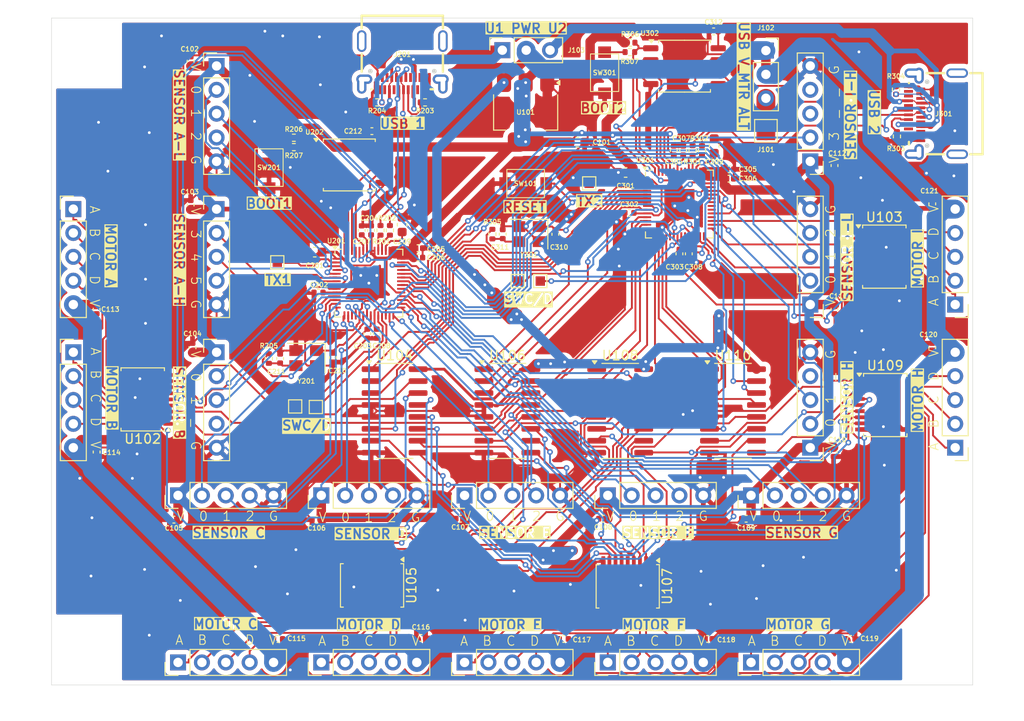
<source format=kicad_pcb>
(kicad_pcb (version 20241229) (generator "pcbnew") (generator_version "9.0")
  (layers (0 "F.Cu" signal) (2 "B.Cu" signal) (13 "F.Paste" user) (15 "B.Paste" user) (5 "F.SilkS" user "F.Silkscreen") (7 "B.SilkS" user "B.Silkscreen") (1 "F.Mask" user) (3 "B.Mask" user) (25 "Edge.Cuts" user))
  (net 0 "")
  (net 1 "GND")
  (net 2 "+1V1")
  (net 3 "+3V3")
  (net 4 "+5V")
  (net 5 "Net-(U201-XIN)")
  (net 6 "Net-(C211-Pad2)")
  (net 7 "Net-(U301-XIN)")
  (net 8 "Net-(C311-Pad2)")
  (net 9 "/VBUS_ALT")
  (net 10 "/RP2040_1/VBUS")
  (net 11 "/RP2040_2/VBUS")
  (net 12 "/TX_2")
  (net 13 "/TX_1")
  (net 14 "/SINK0_C")
  (net 15 "/SINK0_D")
  (net 16 "/SINK0_A")
  (net 17 "/SINK0_B")
  (net 18 "/SINK5_B")
  (net 19 "/SINK5_D")
  (net 20 "/SINK5_C")
  (net 21 "/SINK5_A")
  (net 22 "/SINK1_B")
  (net 23 "/SINK1_A")
  (net 24 "/SINK1_C")
  (net 25 "/SINK1_D")
  (net 26 "/SINK6_D")
  (net 27 "/SINK6_A")
  (net 28 "/SINK6_B")
  (net 29 "/SINK6_C")
  (net 30 "/SINK2_A")
  (net 31 "/SINK2_D")
  (net 32 "/SINK2_B")
  (net 33 "/SINK2_C")
  (net 34 "/SINK7_B")
  (net 35 "/SINK7_D")
  (net 36 "/SINK7_C")
  (net 37 "/SINK7_A")
  (net 38 "/SINK3_D")
  (net 39 "/SINK3_B")
  (net 40 "/SINK3_C")
  (net 41 "/SINK3_A")
  (net 42 "/SINK8_B")
  (net 43 "/SINK8_A")
  (net 44 "/SINK8_C")
  (net 45 "/SINK8_D")
  (net 46 "/SNSA_2")
  (net 47 "/SNSA_0")
  (net 48 "/SNSA_1")
  (net 49 "/SNSB_1")
  (net 50 "/SNSB_0")
  (net 52 "/SNSC_1")
  (net 53 "/SNSC_2")
  (net 54 "/SNSC_0")
  (net 55 "/SNSD_2")
  (net 56 "/SNSD_0")
  (net 57 "/SNSD_1")
  (net 58 "/SNSA_3")
  (net 59 "/SNSA_5")
  (net 60 "/SNSA_4")
  (net 61 "/SINK4_B")
  (net 62 "/SINK4_C")
  (net 63 "/SINK4_A")
  (net 64 "/SINK4_D")
  (net 65 "/SNSI_3")
  (net 68 "/SNSE_0")
  (net 69 "/SNSE_2")
  (net 70 "/SNSE_1")
  (net 71 "/SNSF_1")
  (net 72 "/SNSF_2")
  (net 73 "/SNSF_0")
  (net 74 "/SNSG_2")
  (net 75 "/SNSG_0")
  (net 76 "/SNSG_1")
  (net 78 "/SNSH_0")
  (net 79 "/SNSH_1")
  (net 80 "/SNSI_2")
  (net 81 "/SNSI_1")
  (net 82 "/SNSI_0")
  (net 83 "/RP2040_1/USB_DM")
  (net 87 "/RP2040_1/USB_DP")
  (net 90 "Net-(J201-CC2)")
  (net 95 "Net-(J201-CC1)")
  (net 97 "/RP2040_1/SWCLK")
  (net 98 "/RP2040_1/SWD")
  (net 101 "Net-(J301-CC1)")
  (net 103 "/RP2040_2/USB_DP")
  (net 106 "/RP2040_2/USB_DM")
  (net 110 "Net-(J301-CC2)")
  (net 113 "/RP2040_2/SWCLK")
  (net 114 "/RP2040_2/SWD")
  (net 115 "Net-(U201-USB_DP)")
  (net 116 "Net-(U201-USB_DM)")
  (net 117 "Net-(U201-XOUT)")
  (net 118 "/RP2040_1/QSPI_SS")
  (net 119 "Net-(R207-Pad1)")
  (net 120 "Net-(U301-USB_DP)")
  (net 121 "Net-(U301-USB_DM)")
  (net 122 "Net-(U301-XOUT)")
  (net 123 "/RP2040_2/QSPI_SS")
  (net 124 "Net-(R307-Pad1)")
  (net 125 "/RESET")
  (net 126 "/MTRA_0")
  (net 127 "/MTRA_1")
  (net 128 "/MTRD_1")
  (net 129 "/MTRC_1")
  (net 130 "/MTRD_0")
  (net 131 "/MTRC_0")
  (net 132 "/MTRB_0")
  (net 133 "/MTRB_1")
  (net 134 "/MTRD_8")
  (net 135 "/MTRB_8")
  (net 137 "/MTRA_8")
  (net 139 "/MTRC_8")
  (net 142 "/SELA_3")
  (net 143 "/MTRA_7")
  (net 144 "/SELA_0")
  (net 145 "/SELA_2")
  (net 146 "/SELA_1")
  (net 147 "/MTRA_4")
  (net 148 "/MTRA_5")
  (net 149 "/MTRA_3")
  (net 150 "/MTRA_6")
  (net 151 "/MTRA_2")
  (net 152 "/MTRC_3")
  (net 153 "/MTRB_3")
  (net 154 "/MTRB_2")
  (net 155 "/MTRD_2")
  (net 156 "/MTRC_2")
  (net 157 "/MTRD_3")
  (net 158 "/MTRB_5")
  (net 159 "/SELB_3")
  (net 160 "/SELB_2")
  (net 161 "/MTRB_6")
  (net 162 "/MTRB_7")
  (net 163 "/SELB_0")
  (net 164 "/SELB_1")
  (net 165 "/MTRB_4")
  (net 166 "/MTRC_4")
  (net 167 "/MTRD_4")
  (net 168 "/MTRD_5")
  (net 169 "/MTRC_5")
  (net 170 "/SELC_1")
  (net 171 "/MTRC_6")
  (net 172 "/SELC_3")
  (net 173 "/SELC_0")
  (net 174 "/SELC_2")
  (net 175 "/MTRC_7")
  (net 176 "/MTRD_6")
  (net 177 "/MTRD_7")
  (net 178 "/SELD_1")
  (net 179 "/SELD_3")
  (net 180 "/SELD_2")
  (net 181 "/SELD_0")
  (net 182 "/RP2040_1/QSPI_SD3")
  (net 183 "/I2C_SDA")
  (net 184 "/RP2040_1/QSPI_SD0")
  (net 185 "/RP2040_1/QSPI_SCLK")
  (net 186 "/I2C_SCL")
  (net 187 "/RP2040_1/QSPI_SD1")
  (net 188 "/RP2040_1/QSPI_SD2")
  (net 189 "/RP2040_2/QSPI_SD2")
  (net 190 "/RP2040_2/QSPI_SD0")
  (net 191 "/RP2040_2/GPIO21")
  (net 192 "/RP2040_2/QSPI_SD3")
  (net 193 "/RP2040_2/GPIO22")
  (net 194 "/RP2040_2/QSPI_SCLK")
  (net 195 "/RP2040_2/GPIO23")
  (net 196 "/RP2040_2/QSPI_SD1")
  (net 197 "/RP2040_2/GPIO24")
  (net 198 "/RP2040_2/GPIO25")
  (footprint "Resistor_SMD:R_0402_1005Metric" (layer "F.Cu") (at 79.53 36.62)
    (property "Reference" "R307")
    (property "Value" "1K")
  )
  (footprint "Capacitor_SMD:C_0402_1005Metric" (layer "F.Cu") (at 91.9 86.3 180)
    (property "Reference" "C109")
    (property "Value" "100n")
  )
  (footprint "Resistor_SMD:R_0402_1005Metric" (layer "F.Cu") (at 53 55.6 -90)
    (property "Reference" "R201")
    (property "Value" "27.4")
  )
  (footprint "Connector_PinHeader_2.54mm:PinHeader_1x05_P2.54mm_Vertical" (layer "F.Cu") (at 92.42 83.82 90)
    (property "Reference" "J123")
    (property "Value" "Conn_01x05_Pin")
  )
  (footprint "Connector_PinHeader_2.54mm:PinHeader_1x05_P2.54mm_Vertical" (layer "F.Cu") (at 46.7 101.6 90)
    (property "Reference" "J112")
    (property "Value" "Conn_01x05_Pin")
  )
  (footprint "Capacitor_SMD:C_0402_1005Metric" (layer "F.Cu") (at 46.2 86.4 180)
    (property "Reference" "C106")
    (property "Value" "100n")
  )
  (footprint "Capacitor_SMD:C_0402_1005Metric" (layer "F.Cu") (at 76.7 86.3 180)
    (property "Reference" "C108")
    (property "Value" "100n")
  )
  (footprint "Gboard:SW_SMD_PUSH" (layer "F.Cu") (at 68.44 50.62)
    (property "Reference" "SW101")
    (property "Value" "SW_Push")
  )
  (footprint "Capacitor_SMD:C_0402_1005Metric" (layer "F.Cu") (at 42.1 99.1)
    (property "Reference" "C115")
    (property "Value" "100n")
  )
  (footprint "Resistor_SMD:R_0402_1005Metric" (layer "F.Cu") (at 107.94 45.6 -90)
    (property "Reference" "R303")
    (property "Value" "5.1K")
  )
  (footprint "Capacitor_SMD:C_0402_1005Metric" (layer "F.Cu") (at 57 58.5)
    (property "Reference" "C206")
    (property "Value" "100n")
  )
  (footprint "TestPoint:TestPoint_Pad_2.0x2.0mm" (layer "F.Cu") (at 94 45)
    (property "Reference" "J101")
    (property "Value" "Conn_01x01")
  )
  (footprint "Package_SO:SOP-16_3.9x9.9mm_P1.27mm" (layer "F.Cu") (at 78.5 74.825)
    (property "Reference" "U108")
    (property "Value" "74HC238")
  )
  (footprint "Connector_PinHeader_2.54mm:PinHeader_1x05_P2.54mm_Vertical" (layer "F.Cu") (at 77.18 83.82 90)
    (property "Reference" "J122")
    (property "Value" "Conn_01x05_Pin")
  )
  (footprint "Capacitor_SMD:C_0402_1005Metric" (layer "F.Cu") (at 22.8 79.2 -90)
    (property "Reference" "C114")
    (property "Value" "100n")
  )
  (footprint "Package_DFN_QFN:QFN-56-1EP_7x7mm_P0.4mm_EP3.2x3.2mm" (layer "F.Cu") (at 51.762 61.22)
    (property "Reference" "U201")
    (property "Value" "RP2040")
  )
  (footprint "Capacitor_SMD:C_0402_1005Metric" (layer "F.Cu") (at 57 57.5)
    (property "Reference" "C205")
    (property "Value" "100n")
  )
  (footprint "TestPoint:TestPoint_Pad_1.0x1.0mm" (layer "F.Cu") (at 46.121 74.407 90)
    (property "Reference" "J203")
    (property "Value" "Conn_01x01")
  )
  (footprint "Resistor_SMD:R_0402_1005Metric" (layer "F.Cu") (at 64.9 56 90)
    (property "Reference" "R305")
    (property "Value" "1K")
  )
  (footprint "Connector_PinHeader_2.54mm:PinHeader_1x05_P2.54mm_Vertical" (layer "F.Cu") (at 35.56 53.34)
    (property "Reference" "J118")
    (property "Value" "Conn_01x05_Pin")
  )
  (footprint "Resistor_SMD:R_0402_1005Metric" (layer "F.Cu") (at 43.781 46.74)
    (property "Reference" "R207")
    (property "Value" "1K")
  )
  (footprint "Package_TO_SOT_SMD:SOT-223-3_TabPin2" (layer "F.Cu") (at 68.44 43.02 -90)
    (property "Reference" "U101")
    (property "Value" "AMS1117-3.3")
  )
  (footprint "Capacitor_SMD:C_0402_1005Metric" (layer "F.Cu") (at 51.6 66.6 -90)
    (property "Reference" "C203")
    (property "Value" "100n")
  )
  (footprint "Resistor_SMD:R_0402_1005Metric" (layer "F.Cu") (at 79.555 35.62)
    (property "Reference" "R306")
    (property "Value" "10K")
  )
  (footprint "Crystal:Crystal_SMD_SeikoEpson_TSX3225-4Pin_3.2x2.5mm" (layer "F.Cu") (at 45.1 69.2 180)
    (property "Reference" "Y201")
    (property "Value" "12MHz_GND24")
  )
  (footprint "Capacitor_SMD:C_0402_1005Metric" (layer "F.Cu") (at 103 99.1)
    (property "Reference" "C119")
    (property "Value" "100n")
  )
  (footprint "Capacitor_SMD:C_0402_1005Metric" (layer "F.Cu") (at 71.6 56.02 90)
    (property "Reference" "C310")
    (property "Value" "20p")
  )
  (footprint "MountingHole:MountingHole_3.2mm_M3" (layer "F.Cu") (at 112 100)
    (property "Reference" "REF3")
    (property "Value" "MountingHole_3.2mm_M3")
  )
  (footprint "Capacitor_SMD:C_0402_1005Metric" (layer "F.Cu") (at 90.0975 49.1)
    (property "Reference" "C305")
    (property "Value" "100n")
  )
  (footprint "Gboard:SW_SMD_PUSH" (layer "F.Cu") (at 76.84 38.82 90)
    (property "Reference" "SW301")
    (property "Value" "SW_Push")
  )
  (footprint "MountingHole:MountingHole_3.2mm_M3" (layer "F.Cu") (at 22 37)
    (property "Reference" "REF1")
    (property "Value" "MountingHole_3.2mm_M3")
  )
  (footprint "Package_SO:SOIC-8_5.3x5.3mm_P1.27mm" (layer "F.Cu") (at 49.681 48.64)
    (property "Reference" "U202")
    (property "Value" "W25Q128JVS")
  )
  (footprint "Capacitor_SMD:C_0603_1608Metric" (layer "F.Cu") (at 46 57.92 180)
    (property "Reference" "C201")
    (property "Value" "1u")
  )
  (footprint "Capacitor_SMD:C_0402_1005Metric" (layer "F.Cu") (at 84.2 47.1 90)
    (property "Reference" "C304")
    (property "Value" "100n")
  )
  (footprint "Capacitor_SMD:C_0402_1005Metric" (layer "F.Cu") (at 72.5 99.1)
    (property "Reference" "C117")
    (property "Value" "100n")
  )
  (footprint "Capacitor_SMD:C_0402_1005Metric" (layer "F.Cu") (at 111.7 68.1 90)
    (property "Reference" "C120")
    (property "Value" "100n")
  )
  (footprint "TestPoint:TestPoint_Pad_1.0x1.0mm" (layer "F.Cu") (at 67.6 61)
    (property "Reference" "J302")
    (property "Value" "Conn_01x01")
  )
  (footprint "Capacitor_SMD:C_0402_1005Metric" (layer "F.Cu") (at 32.8 52.9 90)
    (property "Reference" "C103")
    (property "Value" "100n")
  )
  (footprint "Connector_PinHeader_2.54mm:PinHeader_1x05_P2.54mm_Vertical" (layer "F.Cu") (at 46.7 83.82 90)
    (property "Reference" "J117")
    (property "Value" "Conn_01x05_Pin")
  )
  (footprint "Capacitor_SMD:C_0402_1005Metric" (layer "F.Cu") (at 52.081 45.04 180)
    (property "Reference" "C212")
    (property "Value" "100n")
  )
  (footprint "Capacitor_SMD:C_0402_1005Metric" (layer "F.Cu") (at 87.8 99.1)
    (property "Reference" "C118")
    (property "Value" "100n")
  )
  (footprint "Capacitor_SMD:C_0402_1005Metric" (layer "F.Cu") (at 52 55.6 90)
    (property "Reference" "C204")
    (property "Value" "100n")
  )
  (footprint "Capacitor_SMD:C_0603_1608Metric" (layer "F.Cu") (at 73.94 46.22)
    (property "Reference" "C101")
    (property "Value" "10u")
  )
  (footprint "Package_SO:SSOP-18_4.4x6.5mm_P0.65mm" (layer "F.Cu") (at 79.3 93.5 -90)
    (property "Reference" "U107")
    (property "Value" "TBD62083AFNG")
  )
  (footprint "Capacitor_SMD:C_0402_1005Metric" (layer "F.Cu") (at 85.2 47.1 90)
    (property "Reference" "C307")
    (property "Value" "100n")
  )
  (footprint "Capacitor_SMD:C_0402_1005Metric" (layer "F.Cu") (at 32.8 37.6 90)
    (property "Reference" "C102")
    (property "Value" "100n")
  )
  (footprint "Package_SO:SOP-16_3.9x9.9mm_P1.27mm" (layer "F.Cu") (at 90.5 74.825)
    (property "Reference" "U110")
    (property "Value" "74HC238")
  )
  (footprint "Capacitor_SMD:C_0402_1005Metric" (layer "F.Cu") (at 101.3 64 -90)
    (property "Reference" "C111")
    (property "Value" "100n")
  )
  (footprint "Capacitor_SMD:C_0603_1608Metric" (layer "F.Cu") (at 79.0775 49.4375 180)
    (property "Reference" "C301")
    (property "Value" "1u")
  )
  (footprint "Capacitor_SMD:C_0402_1005Metric" (layer "F.Cu") (at 47.921 69.147 90)
    (property "Reference" "C210")
    (property "Value" "20p")
  )
  (footprint "Resistor_SMD:R_0402_1005Metric" (layer "F.Cu") (at 86.2 47.1 -90)
    (property "Reference" "R301")
    (property "Value" "27.4")
  )
  (footprint "Capacitor_SMD:C_0402_1005Metric" (layer "F.Cu") (at 88.44 34.42 180)
    (property "Reference" "C312")
    (property "Value" "100n")
  )
  (footprint "TestPoint:TestPoint_Pad_1.0x1.0mm" (layer "F.Cu") (at 75.2 50.6)
    (property "Reference" "J104")
    (property "Value" "Conn_01x01")
  )
  (footprint "TestPoint:TestPoint_Pad_1.0x1.0mm" (layer "F.Cu") (at 43.921 74.347 90)
    (property "Reference" "J202")
    (property "Value" "Conn_01x01")
  )
  (footprint "Connector_PinHeader_2.54mm:PinHeader_1x05_P2.54mm_Vertical" (layer "F.Cu") (at 31.46 83.82 90)
    (property "Reference" "J116")
    (property "Value" "Conn_01x05_Pin")
  )
  (footprint "Connector_PinHeader_2.54mm:PinHeader_1x05_P2.54mm_Vertical" (layer "F.Cu") (at 61.94 101.6 90)
    (property "Reference" "J119")
    (property "Value" "Conn_01x05_Pin")
  )
  (footprint "Capacitor_SMD:C_0603_1608Metric" (layer "F.Cu") (at 55.3 55 90)
    (property "Reference" "C209")
    (property "Value" "1u")
  )
  (footprint "Capacitor_SMD:C_0402_1005Metric" (layer "F.Cu") (at 66 56 -90)
    (property "Reference" "C311")
    (property "Value" "20p")
  )
  (footprint "Capacitor_SMD:C_0402_1005Metric" (layer "F.Cu") (at 22.8 64 -90)
    (property "Reference" "C113")
    (property "Value" "100n")
  )
  (footprint "Capacitor_SMD:C_0402_1005Metric" (layer "F.Cu") (at 101.3 48.7 -90)
    (property "Reference" "C112")
    (property "Value" "100n")
  )
  (footprint "Resistor_SMD:R_0402_1005Metric" (layer "F.Cu") (at 41.121 69.247 90)
    (property "Reference" "R205")
    (property "Value" "1K")
  )
  (footprint "TestPoint:TestPoint_Pad_1.0x1.0mm" (layer "F.Cu") (at 42.019 59)
    (property "Reference" "J105")
    (property "Value" "Conn_01x01")
  )
  (footprint "Package_SO:SOIC-8_5.3x5.3mm_P1.27mm" (layer "F.Cu") (at 85.34 38.12)
    (property "Reference" "U302")
    (property "Value" "W25Q128JVS")
  )
  (footprint "Capacitor_SMD:C_0402_1005Metric" (layer "F.Cu") (at 52.6 66.6 -90)
    (property "Reference" "C208")
    (property "Value" "100n")
  )
  (footprint "Connector_PinHeader_2.54mm:PinHeader_1x05_P2.54mm_Vertical" (layer "F.Cu") (at 20.32 68.58)
    (property "Reference" "J108")
    (property "Value" "Conn_01x05_Pin")
  )
  (footprint "Capacitor_SMD:C_0402_1005Metric" (layer "F.Cu") (at 84.8 58.1 -90)
    (property "Reference" "C303")
    (property "Value" "100n")
  )
  (footprint "Package_SO:SSOP-18_4.4x6.5mm_P0.65mm" (layer "F.Cu") (at 27.7 73.6 180)
    (property "Reference" "U102")
    (property "Value" "TBD62083AFNG")
  )
  (footprint "Connector_PinHeader_2.54mm:PinHeader_1x05_P2.54mm_Vertical" (layer "F.Cu") (at 98.72 48.26 180)
    (property "Reference" "J120")
    (property "Value" "Conn_01x05_Pin")
  )
  (footprint "MountingHole:MountingHole_3.2mm_M3" (layer "F.Cu") (at 22 100)
    (property "Reference" "REF2")
    (property "Value" "MountingHole_3.2mm_M3")
  )
  (footprint "Connector_PinHeader_2.54mm:PinHeader_1x05_P2.54mm_Vertical" (layer "F.Cu") (at 20.32 53.34)
    (property "Reference" "J106")
    (property "Value" "Conn_01x05_Pin")
  )
  (footprint "Package_SO:SSOP-18_4.4x6.5mm_P0.65mm" (layer "F.Cu") (at 106.6 58.4)
    (property "Reference" "U103")
    (property "Value" "TBD62083AFNG")
  )
  (footprint "Resistor_SMD:R_0402_1005Metric" (layer "F.Cu") (at 52.638 41.9772 180)
    (property "Reference" "R204")
    (property "Value" "5.1K")
  )
  (footprint "Package_SO:SSOP-18_4.4x6.5mm_P0.65mm" (layer "F.Cu") (at 106.7 74.2)
    (property "Reference" "U109")
    (property "Value" "TBD62083AFNG")
  )
  (footprint "Gboard:USBC_24P" (layer "F.Cu") (at 111.76 43.18 90)
    (property "Reference" "J301")
    (property "Value" "USB_C_Receptacle")
    (fp_poly (pts (xy 3.645196 -0.661773) (xy 3.607867 -0.751893) (xy 3.538893 -0.820867) (xy 3.448773 -0.858196) (xy 3.351227 -0.858196) (xy 3.261107 -0.820867) (xy 3.192133 -0.751893) (xy 3.154804 -0.661773) (xy 3.154804 -0.564227) (xy 3.192133 -0.474107) (xy 3.261107 -0.405133) (xy 3.351227 -0.367804) (xy 3.448773 -0.367804) (xy 3.538893 -0.405133) (xy 3.607867 -0.474107) (xy 3.645196 -0.564227)) (fill yes) (layer "Edge.Cuts"))
    (fp_poly (pts (xy -3.154804 -0.661773) (xy -3.192133 -0.751893) (xy -3.261107 -0.820867) (xy -3.351227 -0.858196) (xy -3.448773 -0.858196) (xy -3.538893 -0.820867) (xy -3.607867 -0.751893) (xy -3.645196 -0.661773) (xy -3.645196 -0.564227) (xy -3.607867 -0.474107) (xy -3.538893 -0.405133) (xy -3.448773 -0.367804) (xy -3.351227 -0.367804) (xy -3.261107 -0.405133) (xy -3.192133 -0.474107) (xy -3.154804 -0.564227)) (fill yes) (layer "Edge.Cuts"))
  )
  (footprint "Capacitor_SMD:C_0402_1005Metric" (layer "F.Cu") (at 111.7 52.78 90)
    (property "Reference" "C121")
    (property "Value" "100n")
  )
  (footprint "TestPoint:TestPoint_Pad_1.0x1.0mm" (layer "F.Cu") (at 70 61)
    (property "Reference" "J303")
    (property "Value" "Conn_01x01")
  )
  (footprint "Connector_PinHeader_2.54mm:PinHeader_1x05_P2.54mm_Vertical" (layer "F.Cu") (at 92.42 101.6 90)
    (property "Reference" "J109")
    (property "Value" "Conn_01x05_Pin")
  )
  (footprint "Resistor_SMD:R_0402_1005Metric" (layer "F.Cu") (at 57.738 41.9772)
    (property "Reference" "R203")
    (property "Value" "5.1K")
  )
  (footprint "Package_SO:SSOP-18_4.4x6.5mm_P0.65mm" (layer "F.Cu") (at 52.1 93.4 -90)
    (property "Reference" "U105")
    (property "Value" "TBD62083AFNG")
  )
  (footprint "Resistor_SMD:R_0402_1005Metric" (layer "F.Cu") (at 87.2 47.1 -90)
    (property "Reference" "R302")
    (property "Value" "27.4")
  )
  (footprint "Connector_PinHeader_2.54mm:PinHeader_1x05_P2.54mm_Vertical" (layer "F.Cu") (at 35.56 38.1)
    (property "Reference" "J114")
    (property "Value" "Conn_01x05_Pin")
  )
  (footprint "Capacitor_SMD:C_0402_1005Metric" (layer "F.Cu") (at 57.3 99)
    (property "Reference" "C116")
    (property "Value" "100n")
  )
  (footprint "Capacitor_SMD:C_0402_1005Metric" (layer "F.Cu") (at 51 55.6 90)
    (property "Reference" "C207")
    (property "Value" "100n")
  )
  (footprint "Connector_PinHeader_2.54mm:PinHeader_1x05_P2.54mm_Vertical" (layer "F.Cu") (at 35.56 68.58)
    (property "Reference" "J115")
    (property "Value" "Conn_01x05_Pin")
  )
  (footprint "Capacitor_SMD:C_0402_1005Metric" (layer "F.Cu") (at 85.8 58.1 -90)
    (property "Reference" "C308")
    (property "Value" "100n")
  )
  (footprint "Connector_PinHeader_2.54mm:PinHeader_1x05_P2.54mm_Vertical" (layer "F.Cu") (at 61.94 83.82 90)
    (property "Reference" "J121")
    (property "Value" "Conn_01x05_Pin")
  )
  (footprint "Connector_PinHeader_2.54mm:PinHeader_1x05_P2.54mm_Vertical" (layer "F.Cu") (at 77.18 101.6 90)
    (property "Reference" "J107")
    (property "Value" "Conn_01x05_Pin")
  )
  (footprint "Resistor_SMD:R_0402_1005Metric" (layer "F.Cu") (at 43.781 45.74)
    (property "Reference" "R206")
    (property "Value" "10K")
  )
  (footprint "Package_SO:SOP-16_3.9x9.9mm_P1.27mm" (layer "F.Cu") (at 66.5 74.825)
    (property "Reference" "U106")
    (property "Value" "74HC238")
  )
  (footprint "Capacitor_SMD:C_0402_1005Metric" (layer "F.Cu") (at 101.2 79.2 -90)
    (property "Reference" "C110")
    (property "Value" "100n")
  )
  (footprint "Connector_PinSocket_2.54mm:PinSocket_1x03_P2.54mm_Vertical" (layer "F.Cu") (at 65.96 36.42 90)
    (property "Reference" "J103")
    (property "Value" "Conn_01x03")
  )
  (footprint "Connector_PinHeader_2.54mm:PinHeader_1x05_P2.54mm_Vertical" (layer "F.Cu") (at 98.72 63.5 180)
    (property "Reference" "J125")
    (property "Value" "Conn_01x05_Pin")
  )
  (footprint "Resistor_SMD:R_0402_1005Metric" (layer "F.Cu") (at 54 55.6 -90)
    (property "Reference" "R202")
    (property "Value" "27.4")
  )
  (footprint "Resistor_SMD:R_0402_1005Metric" (layer "F.Cu") (at 107.84 40.6 90)
    (property "Reference" "R304")
    (property "Value" "5.1K")
  )
  (footprint "Package_DFN_QFN:QFN-56-1EP_7x7mm_P0.4mm_EP3.2x3.2mm" (layer "F.Cu") (at 84.8 52.8)
    (property "Reference" "U301")
    (property "Value" "RP2040")
  )
  (footprint "Connector_PinSocket_2.54mm:PinSocket_1x03_P2.54mm_Vertical" (layer "F.Cu") (at 94 36.46)
    (property "Reference" "J102")
    (property "Value" "Conn_01x03")
  )
  (footprint "Connector_PinHeader_2.54mm:PinHeader_1x05_P2.54mm_Vertical" (layer "F.Cu") (at 98.72 78.74 180)
    (property "Reference" "J124")
    (property "Value" "Conn_01x05_Pin")
  )
  (footprint "Capacitor_SMD:C_0402_1005Metric" (layer "F.Cu") (at 33 68.1 90)
    (property "Reference" "C104")
    (property "Value" "100n")
  )
  (footprint "Capacitor_SMD:C_0402_1005Metric" (layer "F.Cu") (at 42.321 69.247 -90)
    (property "Reference" "C211")
    (property "Value" "20p")
  )
  (footprint "Capacitor_SMD:C_0603_1608Metric" (layer "F.Cu") (at 88.5 46.6 90)
    (property "Reference" "C309")
    (property "Value" "1u")
  )
  (footprint "Capacitor_SMD:C_0402_1005Metric" (layer "F.Cu") (at 90.0775 50.1)
    (property "Reference" "C306")
    (property "Value" "100n")
  )
  (footprint "Connector_PinHeader_2.54mm:PinHeader_1x05_P2.54mm_Vertical" (layer "F.Cu") (at 31.46 101.6 90)
    (property "Reference" "J110")
    (property "Value" "Conn_01x05_Pin")
  )
  (footprint "Crystal:Crystal_SMD_SeikoEpson_TSX3225-4Pin_3.2x2.5mm" (layer "F.Cu") (at 68.8 56 180)
    (property "Reference" "Y301")
    (property "Value" "12MHz_GND24")
  )
  (footprint "Gboard:USBC_24P" (layer "F.Cu") (at 55.32 38.04 180)
    (property "Reference" "J201")
    (property "Value" "USB_C_Receptacle")
    (fp_poly (pts (xy 3.645196 -0.661773) (xy 3.607867 -0.751893) (xy 3.538893 -0.820867) (xy 3.448773 -0.858196) (xy 3.351227 -0.858196) (xy 3.261107 -0.820867) (xy 3.192133 -0.751893) (xy 3.154804 -0.661773) (xy 3.154804 -0.564227) (xy 3.192133 -0.474107) (xy 3.261107 -0.405133) (xy 3.351227 -0.367804) (xy 3.448773 -0.367804) (xy 3.538893 -0.405133) (xy 3.607867 -0.474107) (xy 3.645196 -0.564227)) (fill yes) (layer "Edge.Cuts"))
    (fp_poly (pts (xy -3.154804 -0.661773) (xy -3.192133 -0.751893) (xy -3.261107 -0.820867) (xy -3.351227 -0.858196) (xy -3.448773 -0.858196) (xy -3.538893 -0.820867) (xy -3.607867 -0.751893) (xy -3.645196 -0.661773) (xy -3.645196 -0.564227) (xy -3.607867 -0.474107) (xy -3.538893 -0.405133) (xy -3.448773 -0.367804) (xy -3.351227 -0.367804) (xy -3.261107 -0.405133) (xy -3.192133 -0.474107) (xy -3.154804 -0.564227)) (fill yes) (layer "Edge.Cuts"))
  )
  (footprint "Capacitor_SMD:C_0402_1005Metric" (layer "F.Cu") (at 46.4 62.22 180)
    (property "Reference" "C202")
    (property "Value" "100n")
  )
  (footprint "Capacitor_SMD:C_0402_1005Metric" (layer "F.Cu") (at 31.02 86.4 180)
    (property "Reference" "C105")
    (property "Value" "100n")
  )
  (footprint "Capacitor_SMD:C_0402_1005Metric" (layer "F.Cu") (at 61.5 86.3 180)
    (property "Reference" "C107")
    (property "Value" "100n")
  )
  (footprint "Connector_PinHeader_2.54mm:PinHeader_1x05_P2.54mm_Vertical" (layer "F.Cu") (at 114.14 78.74 180)
    (property "Reference" "J111")
    (property "Value" "Conn_01x05_Pin")
  )
  (footprint "Capacitor_SMD:C_0402_1005Metric" (layer "F.Cu") (at 79.4775 53.7375 180)
    (property "Reference" "C302")
    (property "Value" "100n")
  )
  (footprint "Connector_PinHeader_2.54mm:PinHeader_1x05_P2.54mm_Vertical" (layer "F.Cu") (at 114.14 63.5 180)
    (property "Reference" "J113")
    (property "Value" "Conn_01x05_Pin")
  )
  (footprint "Gboard:SW_SMD_PUSH" (layer "F.Cu") (at 41.14 48.92 90)
    (property "Reference" "SW201")
    (property "Value" "SW_Push")
  )
  (footprint "Package_SO:SOP-16_3.9x9.9mm_P1.27mm" (layer "F.Cu") (at 54.5 74.825)
    (property "Reference" "U104")
    (property "Value" "74HC238")
  )
  (gr_line (start 116 104) (end 18 104) (stroke (width 0.05)) (layer "Edge.Cuts"))
  (gr_line (start 116 33) (end 116 104) (stroke (width 0.05)) (layer "Edge.Cuts"))
  (gr_line (start 18 104) (end 18 33) (stroke (width 0.05)) (layer "Edge.Cuts"))
  (gr_line (start 18 33) (end 116 33) (stroke (width 0.05)) (layer "Edge.Cuts"))
  (gr_text "V  0  1  2  G" (at 31.242 86.614 0) (layer "F.SilkS") (effects (font (size 1 1) (thickness 0.1)) (justify left bottom)))
  (gr_text "V  3  _  _  G" (at 101.854 48.514 90) (layer "F.SilkS") (effects (font (size 1 1) (thickness 0.1)) (justify left bottom)))
  (gr_text "TX1" (at 40.64 61.468 0) (layer "F.SilkS" knockout) (effects (font (size 1 1) (thickness 0.2) (bold yes)) (justify left bottom)))
  (gr_text "MOTOR I" (at 110.744 61.849 90) (layer "F.SilkS" knockout) (effects (font (size 1 1) (thickness 0.2) (bold yes)) (justify left bottom)))
  (gr_text "V  0  1  2  G" (at 76.962 86.614 0) (layer "F.SilkS") (effects (font (size 1 1) (thickness 0.1)) (justify left bottom)))
  (gr_text "MOTOR A" (at 23.7 54.8 270) (layer "F.SilkS" knockout) (effects (font (size 1 1) (thickness 0.2) (bold yes)) (justify left bottom)))
  (gr_text "SENSOR I-L" (at 103.251 63.246 90) (layer "F.SilkS" knockout) (effects (font (size 1 1) (thickness 0.2) (bold yes)) (justify left bottom)))
  (gr_text "U1 PWR U2" (at 64.008 34.671 0) (layer "F.SilkS" knockout) (effects (font (size 1 1) (thickness 0.2) (bold yes)) (justify left bottom)))
  (gr_text "A  B  C  D  V" (at 112.444 63.749 90) (layer "F.SilkS") (effects (font (size 1 1) (thickness 0.1)) (justify left bottom)))
  (gr_text "MOTOR B" (at 23.8 69.9 270) (layer "F.SilkS" knockout) (effects (font (size 1 1) (thickness 0.2) (bold yes)) (justify left bottom)))
  (gr_text "A  B  C  D  V" (at 22 52.9 270) (layer "F.SilkS") (effects (font (size 1 1) (thickness 0.1)) (justify left bottom)))
  (gr_text "MOTOR G" (at 93.9 98.2 0) (layer "F.SilkS" knockout) (effects (font (size 1 1) (thickness 0.2) (bold yes)) (justify left bottom)))
  (gr_text "RESET" (at 65.913 53.721 0) (layer "F.SilkS" knockout) (effects (font (size 1 1) (thickness 0.2) (bold yes)) (justify left bottom)))
  (gr_text "SENSOR C" (at 32.893 88.392 0) (layer "F.SilkS" knockout) (effects (font (size 1 1) (thickness 0.2) (bold yes)) (justify left bottom)))
  (gr_text "USB V_MTR ALT" (at 91.059 33.274 270) (layer "F.SilkS" knockout) (effects (font (size 1 1) (thickness 0.2) (bold yes)) (justify left bottom)))
  (gr_text "MOTOR H" (at 110.744 77.216 90) (layer "F.SilkS" knockout) (effects (font (size 1 1) (thickness 0.2) (bold yes)) (justify left bottom)))
  (gr_text "MOTOR D" (at 48.2 98.2 0) (layer "F.SilkS" knockout) (effects (font (size 1 1) (thickness 0.2) (bold yes)) (justify left bottom)))
  (gr_text "A  B  C  D  V" (at 92 99.9 0) (layer "F.SilkS") (effects (font (size 1 1) (thickness 0.1)) (justify left bottom)))
  (gr_text "A  B  C  D  V" (at 22.1 68 270) (layer "F.SilkS") (effects (font (size 1 1) (thickness 0.1)) (justify left bottom)))
  (gr_text "BOOT2" (at 74.168 43.18 0) (layer "F.SilkS" knockout) (effects (font (size 1 1) (thickness 0.2) (bold yes)) (justify left bottom)))
  (gr_text "TX2" (at 73.787 53.086 0) (layer "F.SilkS" knockout) (effects (font (size 1 1) (thickness 0.2) (bold yes)) (justify left bottom)))
  (gr_text "SENSOR D" (at 48.006 88.519 0) (layer "F.SilkS" knockout) (effects (font (size 1 1) (thickness 0.2) (bold yes)) (justify left bottom)))
  (gr_text "USB 1" (at 52.832 44.831 0) (layer "F.SilkS" knockout) (effects (font (size 1 1) (thickness 0.2) (bold yes)) (justify left bottom)))
  (gr_text "A  B  C  D  V" (at 112.444 79.116 90) (layer "F.SilkS") (effects (font (size 1 1) (thickness 0.1)) (justify left bottom)))
  (gr_text "V  0  1  2  G" (at 46.355 86.741 0) (layer "F.SilkS") (effects (font (size 1 1) (thickness 0.1)) (justify left bottom)))
  (gr_text "MOTOR C" (at 33 98.1 0) (layer "F.SilkS" knockout) (effects (font (size 1 1) (thickness 0.2) (bold yes)) (justify left bottom)))
  (gr_text "A  B  C  D  V" (at 31.1 99.8 0) (layer "F.SilkS") (effects (font (size 1 1) (thickness 0.1)) (justify left bottom)))
  (gr_text "A  B  C  D  V" (at 76.7 99.9 0) (layer "F.SilkS") (effects (font (size 1 1) (thickness 0.1)) (justify left bottom)))
  (gr_text "V  0  1  2  G" (at 92.202 86.614 0) (layer "F.SilkS") (effects (font (size 1 1) (thickness 0.1)) (justify left bottom)))
  (gr_text "SENSOR A-H" (at 30.988 53.721 270) (layer "F.SilkS" knockout) (effects (font (size 1 1) (thickness 0.2) (bold yes)) (justify left bottom)))
  (gr_text "SENSOR I-H" (at 103.632 48.133 90) (layer "F.SilkS" knockout) (effects (font (size 1 1) (thickness 0.2) (bold yes)) (justify left bottom)))
  (gr_text "SENSOR E" (at 63.373 88.392 0) (layer "F.SilkS" knockout) (effects (font (size 1 1) (thickness 0.2) (bold yes)) (justify left bottom)))
  (gr_text "A  B  C  D  V" (at 46.3 99.9 0) (layer "F.SilkS") (effects (font (size 1 1) (thickness 0.1)) (justify left bottom)))
  (gr_text "V  0  1  2  G" (at 32.766 37.719 270) (layer "F.SilkS") (effects (font (size 1 1) (thickness 0.1)) (justify left bottom)))
  (gr_text "V  0  1  _  G" (at 32.766 68.326 270) (layer "F.SilkS") (effects (font (size 1 1) (thickness 0.1)) (justify left bottom)))
  (gr_text "SENSOR H" (at 103.251 77.343 90) (layer "F.SilkS" knockout) (effects (font (size 1 1) (thickness 0.2) (bold yes)) (justify left bottom)))
  (gr_text "BOOT1" (at 38.608 53.34 0) (layer "F.SilkS" knockout) (effects (font (size 1 1) (thickness 0.2) (bold yes)) (justify left bottom)))
  (gr_text "V  3  4  5  G" (at 32.766 53.086 270) (layer "F.SilkS") (effects (font (size 1 1) (thickness 0.1)) (justify left bottom)))
  (gr_text "V  0  1  2  G" (at 61.722 86.614 0) (layer "F.SilkS") (effects (font (size 1 1) (thickness 0.1)) (justify left bottom)))
  (gr_text "A  B  C  D  V" (at 61.4 99.9 0) (layer "F.SilkS") (effects (font (size 1 1) (thickness 0.1)) (justify left bottom)))
  (gr_text "SENSOR A-L" (at 30.988 38.354 270) (layer "F.SilkS" knockout) (effects (font (size 1 1) (thickness 0.2) (bold yes)) (justify left bottom)))
  (gr_text "MOTOR E" (at 63.3 98.2 0) (layer "F.SilkS" knockout) (effects (font (size 1 1) (thickness 0.2) (bold yes)) (justify left bottom)))
  (gr_text "V  0  1  _  G" (at 101.473 78.994 90) (layer "F.SilkS") (effects (font (size 1 1) (thickness 0.1)) (justify left bottom)))
  (gr_text "SENSOR F" (at 78.613 88.392 0) (layer "F.SilkS" knockout) (effects (font (size 1 1) (thickness 0.2) (bold yes)) (justify left bottom)))
  (gr_text "V  0  1  2  G" (at 101.473 63.754 90) (layer "F.SilkS") (effects (font (size 1 1) (thickness 0.1)) (justify left bottom)))
  (gr_text "USB 2" (at 104.902 40.513 270) (layer "F.SilkS" knockout) (effects (font (size 1 1) (thickness 0.2) (bold yes)) (justify left bottom)))
  (gr_text "MOTOR F" (at 78.6 98.2 0) (layer "F.SilkS" knockout) (effects (font (size 1 1) (thickness 0.2) (bold yes)) (justify left bottom)))
  (gr_text "SWC/D" (at 66.04 63.5 0) (layer "F.SilkS" knockout) (effects (font (size 1 1) (thickness 0.2) (bold yes)) (justify left bottom)))
  (gr_text "SWC/D" (at 42.418 76.962 0) (layer "F.SilkS" knockout) (effects (font (size 1 1) (thickness 0.2) (bold yes)) (justify left bottom)))
  (gr_text "SENSOR B" (at 30.988 69.977 270) (layer "F.SilkS" knockout) (effects (font (size 1 1) (thickness 0.2) (bold yes)) (justify left bottom)))
  (gr_text "SENSOR G" (at 93.853 88.392 0) (layer "F.SilkS" knockout) (effects (font (size 1 1) (thickness 0.2) (bold yes)) (justify left bottom)))
  (segment (start 85.8 58.58) (end 84.8 58.58) (width 0.2) (layer "F.Cu") (net 1))
  (segment (start 64 80.62) (end 68.9 80.62) (width 0.2) (layer "F.Cu") (net 1))
  (segment (start 59.69 102.577652) (end 59.69 102.997) (width 0.5) (layer "F.Cu") (net 1))
  (segment (start 45.5335 51.105) (end 45.225 51.105) (width 0.2) (layer "F.Cu") (net 1))
  (segment (start 22.8 64.48) (end 21.858 64.48) (width 0.5) (layer "F.Cu") (net 1))
  (segment (start 93.345 34.417) (end 95.037 34.417) (width 0.5) (layer "F.Cu") (net 1))
  (segment (start 101.1721 62.2978) (end 103.1199 60.35) (width 0.2) (layer "F.Cu") (net 1))
  (segment (start 74.9221 79.27) (end 74.3124 78.6603) (width 0.2) (layer "F.Cu") (net 1))
  (segment (start 32.02 37.590001) (end 32.02 44.72) (width 0.2) (layer "F.Cu") (net 1))
  (segment (start 104.0951 59.7) (end 104.2901 59.7) (width 0.2) (layer "F.Cu") (net 1))
  (segment (start 89.7921 47.1171) (end 90.5775 47.1171) (width 0.2) (layer "F.Cu") (net 1))
  (segment (start 52.695 39.5905) (end 52.695 39.3275) (width 0.3) (layer "F.Cu") (net 1))
  (segment (start 98.72 38.1) (end 105.85 38.1) (width 1) (layer "F.Cu") (net 1))
  (segment (start 104 76.8) (end 104.912 76.8) (width 0.5) (layer "F.Cu") (net 1))
  (segment (start 69.2142 48.5559) (end 67.1501 50.62) (width 0.2) (layer "F.Cu") (net 1))
  (segment (start 35.56 63.5) (end 35.56 65.3484) (width 0.2) (layer "F.Cu") (net 1))
  (segment (start 90.5575 50.1) (end 90.5775 50.08) (width 0.2) (layer "F.Cu") (net 1))
  (segment (start 108.877814 48.793) (end 107.94 47.855186) (width 1) (layer "F.Cu") (net 1))
  (segment (start 54.1 51.6) (end 52 53.7) (width 0.5) (layer "F.Cu") (net 1))
  (segment (start 35.56 51.02) (end 40.0949 51.02) (width 0.2) (layer "F.Cu") (net 1))
  (segment (start 108.839 67.564) (end 110.49 67.564) (width 0.5) (layer "F.Cu") (net 1))
  (segment (start 87.8233 102.7302) (end 88.4856 102.0679) (width 0.2) (layer "F.Cu") (net 1))
  (segment (start 51.0276 63.8839) (end 50.762 64.1495) (width 0.2) (layer "F.Cu") (net 1))
  (segment (start 107.84 38.16) (end 108.5 37.5) (width 0.5) (layer "F.Cu") (net 1))
  (segment (start 75.042 46.177) (end 78.3025 49.4375) (width 0.2) (layer "F.Cu") (net 1))
  (segment (start 66 55.0488) (end 64.8063 53.8551) (width 0.2) (layer "F.Cu") (net 1))
  (segment (start 101.3 66) (end 98.72 68.58) (width 0.2) (layer "F.Cu") (net 1))
  (segment (start 98.4517 37.8317) (end 98.72 38.1) (width 0.2) (layer "F.Cu") (net 1))
  (segment (start 104.6802 58.2098) (end 104.6802 55.4834) (width 0.2) (layer "F.Cu") (net 1))
  (segment (start 35.2716 65.3484) (end 33 67.62) (width 0.2) (layer "F.Cu") (net 1))
  (segment (start 75.565 92.329) (end 84.201 92.329) (width 0.5) (layer "F.Cu") (net 1))
  (segment (start 69.9 56.8) (end 69.775 56.8) (width 0.2) (layer "F.Cu") (net 1))
  (segment (start 66.255 50.62) (end 65.3599 50.62) (width 0.2) (layer "F.Cu") (net 1))
  (segment (start 112.7 40.5) (end 113.2 40.5) (width 0.5) (layer "F.Cu") (net 1))
  (segment (start 103.6891 46.11) (end 107.94 46.11) (width 0.2) (layer "F.Cu") (net 1))
  (segment (start 66 55.2) (end 66.032764 55.167236) (width 0.2) (layer "F.Cu") (net 1))
  (segment (start 49.022 89.662) (end 49.5 90.14) (width 0.5) (layer "F.Cu") (net 1))
  (segment (start 107.84 40.09) (end 108.958 40.09) (width 0.3) (layer "F.Cu") (net 1))
  (segment (start 90.5775 50.08) (end 90.5775 49.1) (width 0.2) (layer "F.Cu") (net 1))
  (segment (start 66.032764 55.167236) (end 68.49 55.167236) (width 0.2) (layer "F.Cu") (net 1))
  (segment (start 29.089 71.311) (end 29.4 71) (width 0.5) (layer "F.Cu") (net 1))
  (segment (start 103.9 58.4) (end 103.9 61) (width 0.5) (layer "F.Cu") (net 1))
  (segment (start 100.6284 51.4316) (end 98.72 53.34) (width 0.2) (layer "F.Cu") (net 1))
  (segment (start 86.5932 59.0047) (end 89.8863 62.2978) (width 0.2) (layer "F.Cu") (net 1))
  (segment (start 109.192 40.324) (end 110.242 40.324) (width 0.3) (layer "F.Cu") (net 1))
  (segment (start 51.762 63.1001) (end 51.3739 63.1001) (width 0.2) (layer "F.Cu") (net 1))
  (segment (start 46.2 70) (end 45.2199 70) (width 0.2) (layer "F.Cu") (net 1))
  (segment (start 59.6708 43.4) (end 58.295905 42.025105) (width 1) (layer "F.Cu") (net 1))
  (segment (start 29.083 84.943) (end 29.083 81.28) (width 0.5) (layer "F.Cu") (net 1))
  (segment (start 110.4725 40.555) (end 110.518696 40.601196) (width 0.15) (layer "F.Cu") (net 1))
  (segment (start 92.892387 86.8907) (end 92.703086 87.08) (width 0.2) (layer "F.Cu") (net 1))
  (segment (start 52 55.12) (end 51 55.12) (width 0.2) (layer "F.Cu") (net 1))
  (segment (start 102.58 79.847) (end 102.489 79.756) (width 0.5) (layer "F.Cu") (net 1))
  (segment (start 19.789392 80.021) (end 22.459 80.021) (width 0.5) (layer "F.Cu") (net 1))
  (segment (start 46.0935 50.545) (end 45.5335 51.105) (width 0.2) (layer "F.Cu") (net 1))
  (segment (start 70.4061 82.1261) (end 72.1 82.1261) (width 0.2) (layer "F.Cu") (net 1))
  (segment (start 61.1249 53.8551) (end 64.8063 53.8551) (width 0.2) (layer "F.Cu") (net 1))
  (segment (start 43.8715 84.5516) (end 43.8716 84.5515) (width 0.2) (layer "F.Cu") (net 1))
  (segment (start 52.128 41.9772) (end 51.379 42.7262) (width 1) (layer "F.Cu") (net 1))
  (segment (start 32.690001 67.62) (end 30.4 69.910001) (width 0.5) (layer "F.Cu") (net 1))
  (segment (start 72.1 82.1261) (end 72.1 83.82) (width 0.2) (layer "F.Cu") (net 1))
  (segment (start 88 74.825) (end 88 74.19) (width 0.2) (layer "F.Cu") (net 1))
  (segment (start 91.1728 40.6472) (end 85.2 46.62) (width 0.2) (layer "F.Cu") (net 1))
  (segment (start 50.038 92.329) (end 49.5 91.791) (width 0.5) (layer "F.Cu") (net 1))
  (segment (start 75.057 87.427925) (end 75.057 91.821) (width 0.5) (layer "F.Cu") (net 1))
  (segment (start 91.012444 86.707556) (end 91.42 86.3) (width 0.2) (layer "F.Cu") (net 1))
  (segment (start 34.2 51.02) (end 32.8 52.42) (width 0.2) (layer "F.Cu") (net 1))
  (segment (start 101.3 50.76) (end 100.6284 51.4316) (width 0.2) (layer "F.Cu") (net 1))
  (segment (start 91.42 86.609999) (end 91.42 86.3) (width 0.2) (layer "F.Cu") (net 1))
  (segment (start 22.5944 79.8856) (end 22.8 79.68) (width 0.2) (layer "F.Cu") (net 1))
  (segment (start 75.057 91.821) (end 75.565 92.329) (width 0.5) (layer "F.Cu") (net 1))
  (segment (start 108.868 46.11) (end 109.172 45.805) (width 0.3) (layer "F.Cu") (net 1))
  (segment (start 55.3 54.225) (end 55.3 54.2) (width 0.5) (layer "F.Cu") (net 1))
  (segment (start 43.51 68.4) (end 44 68.4) (width 0.2) (layer "F.Cu") (net 1))
  (segment (start 112.2 38.7) (end 112.2 40) (width 0.5) (layer "F.Cu") (net 1))
  (segment (start 83.5494 55.3861) (end 83.436514 55.273214) (width 0.2) (layer "F.Cu") (net 1))
  (segment (start 72.4569 70.58) (end 72.623087 70.58) (width 0.2) (layer "F.Cu") (net 1))
  (segment (start 89.9673 97.4127) (end 88.28 99.1) (width 0.2) (layer "F.Cu") (net 1))
  (segment (start 105.85 38.1) (end 107.84 40.09) (width 1) (layer "F.Cu") (net 1))
  (segment (start 56.6 52.9) (end 56.6 51.4) (width 0.5) (layer "F.Cu") (net 1))
  (segment (start 18.796 67.542) (end 18.796 79.027608) (width 0.5) (layer "F.Cu") (net 1))
  (segment (start 112.831 46.248211) (end 110.579211 48.5) (width 0.3) (layer "F.Cu") (net 1))
  (segment (start 109.182 40.3145) (end 109.1725 40.305) (width 0.2) (layer "F.Cu") (net 1))
  (segment (start 61.02 86.3) (end 59.9371 85.2171) (width 0.2) (layer "F.Cu") (net 1))
  (segment (start 49.5 91.791) (end 49.5 90.7) (width 0.5) (layer "F.Cu") (net 1))
  (segment (start 89.9673 86.5109) (end 90.163956 86.707556) (width 0.2) (layer "F.Cu") (net 1))
  (segment (start 107.94 47.855186) (end 107.94 46.11) (width 1) (layer "F.Cu") (net 1))
  (segment (start 66.0602 74.19) (end 68.0194 72.2308) (width 0.2) (layer "F.Cu") (net 1))
  (segment (start 112 38.5) (end 112.2 38.7) (width 0.5) (layer "F.Cu") (net 1))
  (segment (start 64.8063 51.1736) (end 65.3599 50.62) (width 0.2) (layer "F.Cu") (net 1))
  (segment (start 70.74 42.26) (end 69.6 43.4) (width 1) (layer "F.Cu") (net 1))
  (segment (start 91.1728 36.5892) (end 93.345 34.417) (width 0.5) (layer "F.Cu") (net 1))
  (segment (start 57.78 100.667652) (end 59.69 102.577652) (width 0.5) (layer "F.Cu") (net 1))
  (segment (start 64 74.19) (end 66.0602 74.19) (width 0.2) (layer "F.Cu") (net 1))
  (segment (start 74.9221 79.6259) (end 74.9221 79.27) (width 0.2) (layer "F.Cu") (net 1))
  (segment (start 104.47 79.68) (end 105.41 78.74) (width 0.5) (layer "F.Cu") (net 1))
  (segment (start 30.4 69.910001) (end 30.4 71) (width 0.5) (layer "F.Cu") (net 1))
  (segment (start 89.8863 62.2978) (end 101.1721 62.2978) (width 0.2) (layer "F.Cu") (net 1))
  (segment (start 69.9 56.8) (end 70.8801 56.8) (width 0.2) (layer "F.Cu") (net 1))
  (segment (start 101.9037 47.8954) (end 103.6891 46.11) (width 0.2) (layer "F.Cu") (net 1))
  (segment (start 87.96 34.42) (end 87.8107 34.5693) (width 0.2) (layer "F.Cu") (net 1))
  (segment (start 88 79.27) (end 88 83.16) (width 0.2) (layer "F.Cu") (net 1))
  (segment (start 109.404 46.036) (end 110.424 46.036) (width 0.3) (layer "F.Cu") (net 1))
  (segment (start 50.762 64.6575) (end 50.762 65.4005) (width 0.2) (layer "F.Cu") (net 1))
  (segment (start 57.78 94.61) (end 55.499 92.329) (width 0.5) (layer "F.Cu") (net 1))
  (segment (start 109.288 45.9205) (end 109.404 46.036) (width 0.3) (layer "F.Cu") (net 1))
  (segment (start 109.079789 48.5) (end 107.94 47.360211) (width 0.3) (layer "F.Cu") (net 1))
  (segment (start 66 55.2) (end 66 55.0488) (width 0.2) (layer "F.Cu") (net 1))
  (segment (start 22.8 79.68) (end 30.175 79.68) (width 0.5) (layer "F.Cu") (net 1))
  (segment (start 101.4844 98.5017) (end 102.8817 98.5017) (width 0.2) (layer "F.Cu") (net 1))
  (segment (start 58.176 39.8864) (end 58.176 39.3764) (width 0.3) (layer "F.Cu") (net 1))
  (segment (start 110.52 67.62) (end 103.9 61) (width 0.5) (layer "F.Cu") (net 1))
  (segment (start 99.0196 86.8907) (end 92.892387 86.8907) (width 0.2) (layer "F.Cu") (net 1))
  (segment (start 109.172 45.805) (end 109.288 45.9205) (width 0.3) (layer "F.Cu") (net 1))
  (segment (start 45.72 88.138) (end 47.244 89.662) (width 0.5) (layer "F.Cu") (net 1))
  (segment (start 52.128 41.9772) (end 52.128 42.43494) (width 1) (layer "F.Cu") (net 1))
  (segment (start 87.34 89.19) (end 87.34 83.82) (width 0.5) (layer "F.Cu") (net 1))
  (segment (start 76 75.46) (end 76 74.19) (width 0.2) (layer "F.Cu") (net 1))
  (segment (start 75.042 46.177) (end 74.758 46.177) (width 0.2) (layer "F.Cu") (net 1))
  (segment (start 70.8061 72.2308) (end 72.4569 70.58) (width 0.2) (layer "F.Cu") (net 1))
  (segment (start 85.2 46.62) (end 84.2 46.62) (width 0.2) (layer "F.Cu") (net 1))
  (segment (start 68.0194 72.2308) (end 70.8061 72.2308) (width 0.2) (layer "F.Cu") (net 1))
  (segment (start 41.62 83.82) (end 42.3516 84.5516) (width 0.2) (layer "F.Cu") (net 1))
  (segment (start 56.6 51.4) (end 55.9 50.7) (width 0.5) (layer "F.Cu") (net 1))
  (segment (start 88 74.825) (end 93.9832 74.825) (width 0.2) (layer "F.Cu") (net 1))
  (segment (start 80.6586 39.146) (end 80.6586 38.3991) (width 0.2) (layer "F.Cu") (net 1))
  (segment (start 71.6 56.5) (end 71.1801 56.5) (width 0.2) (layer "F.Cu") (net 1))
  (segment (start 44.9801 68.4) (end 44.9801 69.7602) (width 0.2) (layer "F.Cu") (net 1))
  (segment (start 107.94 46.11) (end 108.868 46.11) (width 0.3) (layer "F.Cu") (net 1))
  (segment (start 110.357 40.4395) (end 110.472 40.555) (width 0.3) (layer "F.Cu") (net 1))
  (segment (start 33 67.62) (end 32.690001 67.62) (width 0.5) (layer "F.Cu") (net 1))
  (segment (start 64 74.19) (end 64 74.825) (width 0.2) (layer "F.Cu") (net 1))
  (segment (start 83.436514 55.273214) (end 82.986466 55.273214) (width 0.2) (layer "F.Cu") (net 1))
  (segment (start 52.31 79.27) (end 52 79.27) (width 0.2) (layer "F.Cu") (net 1))
  (segment (start 52.128 40.9445) (end 52.445 40.6275) (width 0.3) (layer "F.Cu") (net 1))
  (segment (start 47.244 89.662) (end 49.022 89.662) (width 0.5) (layer "F.Cu") (net 1))
  (segment (start 101.180886 62.2978) (end 101.1721 62.2978) (width 0.2) (layer "F.Cu") (net 1))
  (segment (start 29.083 80.772) (end 30.226 79.629) (width 0.5) (layer "F.Cu") (net 1))
  (segment (start 84.8 52.8) (end 84.8 53.970575) (width 0.2) (layer "F.Cu") (net 1))
  (segment (start 52 53.7) (end 52 55.12) (width 0.5) (layer "F.Cu") (net 1))
  (segment (start 68.9 80.62) (end 70.4061 82.1261) (width 0.2) (layer "F.Cu") (net 1))
  (segment (start 53.911547 44.218487) (end 55.810676 44.218487) (width 1) (layer "F.Cu") (net 1))
  (segment (start 73.28 69.923086) (end 73.28 69.7569) (width 0.2) (layer "F.Cu") (net 1))
  (segment (start 75.0961 75.46) (end 76 75.46) (width 0.2) (layer "F.Cu") (net 1))
  (segment (start 42.58 100.042) (end 45.662 103.124) (width 0.5) (layer "F.Cu") (net 1))
  (segment (start 60.8098 82.8388) (end 60.8098 82.9473) (width 0.2) (layer "F.Cu") (net 1))
  (segment (start 74.3124 78.6603) (end 74.3124 76.2437) (width 0.2) (layer "F.Cu") (net 1))
  (segment (start 31.094367 78.74) (end 29.089 76.734633) (width 0.5) (layer "F.Cu") (net 1))
  (segment (start 81.5376 40.025) (end 80.6586 39.146) (width 0.2) (layer "F.Cu") (net 1))
  (segment (start 55.948163 44.081) (end 59.219 44.081) (width 1) (layer "F.Cu") (net 1))
  (segment (start 51.0924 36.9698) (end 32.9502 36.9698) (width 0.2) (layer "F.Cu") (net 1))
  (segment (start 109.172 40.305) (end 109.182 40.3145) (width 0.3) (layer "F.Cu") (net 1))
  (segment (start 70.74 39.87) (end 70.74 42.26) (width 1) (layer "F.Cu") (net 1))
  (segment (start 89.9673 86.5109) (end 89.9673 97.4127) (width 0.2) (layer "F.Cu") (net 1))
  (segment (start 49.5 90.14) (end 49.5 90.7) (width 0.5) (layer "F.Cu") (net 1))
  (segment (start 111.48939 48) (end 111.48939 48.084796) (width 1) (layer "F.Cu") (net 1))
  (segment (start 86.5932 59.0047) (end 86.2247 59.0047) (width 0.2) (layer "F.Cu") (net 1))
  (segment (start 63.0286 80.62) (end 60.8098 82.8388) (width 0.2) (layer "F.Cu") (net 1))
  (segment (start 64.8063 53.8551) (end 64.8063 51.1736) (width 0.2) (layer "F.Cu") (net 1))
  (segment (start 109.288 45.9205) (end 109.1725 45.805) (width 0.2) (layer "F.Cu") (net 1))
  (segment (start 89.9673 86.4473) (end 89.9673 86.5109) (width 0.2) (layer "F.Cu") (net 1))
  (segment (start 72.1 82.1261) (end 72.4219 82.1261) (width 0.2) (layer "F.Cu") (net 1))
  (segment (start 110.4725 46.055) (end 110.443 46.055) (width 0.2) (layer "F.Cu") (net 1))
  (segment (start 101.609999 64.48) (end 102.08 64.009999) (width 0.2) (layer "F.Cu") (net 1))
  (segment (start 45.225 51.105) (end 45.225 57.92) (width 0.2) (layer "F.Cu") (net 1))
  (segment (start 73.28 69.7569) (end 78.9975 64.0394) (width 0.2) (layer "F.Cu") (net 1))
  (segment (start 80.6586 38.3991) (end 80.9084 38.1493) (width 0.2) (layer "F.Cu") (net 1))
  (segment (start 51.379 42.7262) (end 51.379 44.8742) (width 1) (layer "F.Cu") (net 1))
  (segment (start 49.053 69.627) (end 51.6 67.08) (width 0.2) (layer "F.Cu") (net 1))
  (segment (start 103.6891 46.11) (end 103.6891 45.4142) (width 0.2) (layer "F.Cu") (net 1))
  (segment (start 55.499 92.329) (end 50.038 92.329) (width 0.5) (layer "F.Cu") (net 1))
  (segment (start 101.3 64.48) (end 101.3 66) (width 0.2) (layer "F.Cu") (net 1))
  (segment (start 58.248 41.5571) (end 58.248 40.9305) (width 0.3) (layer "F.Cu") (net 1))
  (segment (start 66.255 50.62) (end 67.1501 50.62) (width 0.2) (layer "F.Cu") (net 1))
  (segment (start 38.9024 65.3484) (end 42.321 68.767) (width 0.2) (layer "F.Cu") (net 1))
  (segment (start 111.7 67.62) (end 110.52 67.62) (width 0.5) (layer "F.Cu") (net 1))
  (segment (start 52.445 39.8405) (end 52.695 39.5905) (width 0.3) (layer "F.Cu") (net 1))
  (segment (start 47.548 70) (end 47.921 69.627) (width 0.2) (layer "F.Cu") (net 1))
  (segment (start 52 75.46) (end 52.635 74.825) (width 0.2) (layer "F.Cu") (net 1))
  (segment (start 46.0243 62.3243) (end 45.92 62.22) (width 0.2) (layer "F.Cu") (net 1))
  (segment (start 101.9037 47.8955) (end 101.9037 47.8954) (width 0.2) (layer "F.Cu") (net 1))
  (segment (start 104.49 58.4) (end 104.6802 58.2098) (width 0.2) (layer "F.Cu") (net 1))
  (segment (start 98.6355 102.0692) (end 98.6355 101.3506) (width 0.2) (layer "F.Cu") (net 1))
  (segment (start 57.48 57.5) (end 61.1249 53.8551) (width 0.2) (layer "F.Cu") (net 1))
  (segment (start 111.7 49.711814) (end 111.7 52.281) (width 1) (layer "F.Cu") (net 1))
  (segment (start 35.56 51.02) (end 35.56 48.26) (width 0.2) (layer "F.Cu") (net 1))
  (segment (start 46.0243 66.2311) (end 46.0243 62.3243) (width 0.2) (layer "F.Cu") (net 1))
  (segment (start 91.1728 37.8317) (end 91.1728 36.5892) (width 0.5) (layer "F.Cu") (net 1))
  (segment (start 43.8716 84.5515) (end 49.1531 79.27) (width 0.2) (layer "F.Cu") (net 1))
  (segment (start 110.781186 48.793) (end 108.877814 48.793) (width 1) (layer "F.Cu") (net 1))
  (segment (start 52.635 74.825) (end 52 74.19) (width 0.2) (layer "F.Cu") (net 1))
  (segment (start 103.9 58.4) (end 104.49 58.4) (width 0.2) (layer "F.Cu") (net 1))
  (segment (start 44.9801 67.2753) (end 44.9801 68.4) (width 0.2) (layer "F.Cu") (net 1))
  (segment (start 52.6 67.08) (end 51.6 67.08) (width 0.2) (layer "F.Cu") (net 1))
  (segment (start 87.34 83.82) (end 89.9673 86.4473) (width 0.2) (layer "F.Cu") (net 1))
  (segment (start 83.5494 55.221175) (end 83.5494 55.3861) (width 0.2) (layer "F.Cu") (net 1))
  (segment (start 102.08 63.196914) (end 101.180886 62.2978) (width 0.2) (layer "F.Cu") (net 1))
  (segment (start 55.9 50.7) (end 55.1 50.7) (width 0.5) (layer "F.Cu") (net 1))
  (segment (start 43.0199 68.4) (end 42.688 68.4) (width 0.2) (layer "F.Cu") (net 1))
  (segment (start 30.54 86.4) (end 29.083 84.943) (width 0.5) (layer "F.Cu") (net 1))
  (segment (start 81.7525 40.025) (end 81.5376 40.025) (width 0.2) (layer "F.Cu") (net 1))
  (segment (start 111 37.5) (end 112 38.5) (width 0.5) (layer "F.Cu") (net 1))
  (segment (start 55.1 50.7) (end 54.1 51.7) (width 0.5) (layer "F.Cu") (net 1))
  (segment (start 21.858 64.48) (end 18.796 67.542) (width 0.5) (layer "F.Cu") (net 1))
  (segment (start 113.180031 40.49682) (end 113.180031 46.309359) (width 1) (layer "F.Cu") (net 1))
  (segment (start 32.02 44.72) (end 35.56 48.26) (width 0.2) (layer "F.Cu") (net 1))
  (segment (start 76.84 41.005) (end 76.84 41.9001) (width 0.2) (layer "F.Cu") (net 1))
  (segment (start 32.490001 37.12) (end 32.02 37.590001) (width 0.2) (layer "F.Cu") (net 1))
  (segment (start 32.490001 52.42) (end 32.02 52.890001) (width 0.2) (layer "F.Cu") (net 1))
  (segment (start 76.7 90.8) (end 76.7 92.194) (width 0.5) (layer "F.Cu") (net 1))
  (segment (start 103.9 59.05) (end 104.2901 59.05) (width 0.2) (layer "F.Cu") (net 1))
  (segment (start 58.248 41.9772) (end 58.248 41.5571) (width 0.3) (layer "F.Cu") (net 1))
  (segment (start 84.8 53.970575) (end 83.5494 55.221175) (width 0.2) (layer "F.Cu") (net 1))
  (segment (start 104.912 76.8) (end 106.553 75.159) (width 0.5) (layer "F.Cu") (net 1))
  (segment (start 29.4 71) (end 30.4 71) (width 0.5) (layer "F.Cu") (net 1))
  (segment (start 101.9037 48.5763) (end 101.9037 47.8955) (width 0.2) (layer "F.Cu") (net 1))
  (segment (start 84.201 92.329) (end 87.34 89.19) (width 0.5) (layer "F.Cu") (net 1))
  (segment (start 95.037 34.417) (end 98.72 38.1) (width 0.5) (layer "F.Cu") (net 1))
  (segment (start 51.3739 63.1001) (end 51.0276 63.4464) (width 0.2) (layer "F.Cu") (net 1))
  (segment (start 90.5775 47.1171) (end 90.5775 49.1) (width 0.2) (layer "F.Cu") (net 1))
  (segment (start 97.3102 69.9898) (end 98.72 68.58) (width 0.2) (layer "F.Cu") (net 1))
  (segment (start 83.5494 55.3861) (end 83.5494 55.47991) (width 0.2) (layer "F.Cu") (net 1))
  (segment (start 50.762 64.1495) (end 50.762 64.6575) (width 0.2) (layer "F.Cu") (net 1))
  (segment (start 35.56 65.3484) (end 35.2716 65.3484) (width 0.2) (layer "F.Cu") (net 1))
  (segment (start 93.9832 74.825) (end 97.3102 71.498) (width 0.2) (layer "F.Cu") (net 1))
  (segment (start 83.5494 55.47991) (end 83.8 55.73051) (width 0.2) (layer "F.Cu") (net 1))
  (segment (start 29.089 76.734633) (end 29.089 71.311) (width 0.5) (layer "F.Cu") (net 1))
  (segment (start 83.8 55.73051) (end 83.8 56.2375) (width 0.2) (layer "F.Cu") (net 1))
  (segment (start 45.225 51.105) (end 41.14 51.105) (width 0.2) (layer "F.Cu") (net 1))
  (segment (start 59.219 44.081) (end 59.8 43.5) (width 1) (layer "F.Cu") (net 1))
  (segment (start 43.8716 84.5515) (end 45.72 86.4) (width 0.2) (layer "F.Cu") (net 1))
  (segment (start 50.0592 66.2311) (end 46.0243 66.2311) (width 0.2) (layer "F.Cu") (net 1))
  (segment (start 73.381 99.501) (end 72.98 99.1) (width 0.5) (layer "F.Cu") (net 1))
  (segment (start 88 83.16) (end 87.34 83.82) (width 0.2) (layer "F.Cu") (net 1))
  (segment (start 49.1531 79.27) (end 52 79.27) (width 0.2) (layer "F.Cu") (net 1))
  (segment (start 82.986466 55.273214) (end 82.976749 55.282931) (width 0.2) (layer "F.Cu") (net 1))
  (segment (start 30.175 79.68) (end 31.115 78.74) (width 0.5) (layer "F.Cu") (net 1))
  (segment (start 46.0243 66.2311) (end 44.9801 67.2753) (width 0.2) (layer "F.Cu") (net 1))
  (segment (start 52.128 41.9772) (end 52.128 40.9445) (width 0.3) (layer "F.Cu") (net 1))
  (segment (start 75.993898 86.491027) (end 75.057 87.427925) (width 0.5) (layer "F.Cu") (net 1))
  (segment (start 40.0949 51.02) (end 40.1799 51.105) (width 0.2) (layer "F.Cu") (net 1))
  (segment (start 72.387608 103.124) (end 73.381 102.130608) (width 0.5) (layer "F.Cu") (net 1))
  (segment (start 45.72 86.4) (end 45.72 88.138) (width 0.5) (layer "F.Cu") (net 1))
  (segment (start 102.58 83.82) (end 102.0903 83.82) (width 0.2) (layer "F.Cu") (net 1))
  (segment (start 60.8098 82.9473) (end 59.9371 83.82) (width 0.2) (layer "F.Cu") (net 1))
  (segment (start 52.695 39.3275) (end 52.695 38.5724) (width 0.2) (layer "F.Cu") (net 1))
  (segment (start 75.042 46.177) (end 75.042 43.6981) (width 0.2) (layer "F.Cu") (net 1))
  (segment (start 55.810676 44.218487) (end 55.948163 44.081) (width 1) (layer "F.Cu") (net 1))
  (segment (start 101.1253 47.1171) (end 90.5775 47.1171) (width 0.2) (layer "F.Cu") (net 1))
  (segment (start 64 80.62) (end 63.0286 80.62) (width 0.2) (layer "F.Cu") (net 1))
  (segment (start 110.518696 40.601196) (end 112.398804 40.601196) (width 0.15) (layer "F.Cu") (net 1))
  (segment (start 75.042 43.6981) (end 76.84 41.9001) (width 0.2) (layer "F.Cu") (net 1))
  (segment (start 50.4594 65.7031) (end 50.4594 65.8309) (width 0.2) (layer "F.Cu") (net 1))
  (segment (start 102.58 83.82) (end 102.58 79.847) (width 0.5) (layer "F.Cu") (net 1))
  (segment (start 73.381 102.130608) (end 73.381 99.501) (width 0.5) (layer "F.Cu") (net 1))
  (segment (start 102.0903 83.82) (end 99.0196 86.8907) (width 0.2) (layer "F.Cu") (net 1))
  (segment (start 32.02 59.96) (end 35.56 63.5) (width 0.2) (layer "F.Cu") (net 1))
  (segment (start 97.9745 102.7302) (end 98.6355 102.0692) (width 0.2) (layer "F.Cu") (net 1))
  (segment (start 90.163956 86.707556) (end 91.012444 86.707556) (width 0.2) (layer "F.Cu") (net 1))
  (segment (start 113.180031 46.309359) (end 111.48939 48) (width 1) (layer "F.Cu") (net 1))
  (segment (start 71.1801 56.5) (end 70.8801 56.8) (width 0.2) (layer "F.Cu") (net 1))
  (segment (start 57.48 57.5) (end 57.48 58.5) (width 0.2) (layer "F.Cu") (net 1))
  (segment (start 52.695 38.5724) (end 51.0924 36.9698) (width 0.2) (layer "F.Cu") (net 1))
  (segment (start 91.890001 87.08) (end 91.42 86.609999) (width 0.2) (layer "F.Cu") (net 1))
  (segment (start 103.9 60.35) (end 103.1199 60.35) (width 0.2) (layer "F.Cu") (net 1))
  (segment (start 18.796 79.027608) (end 19.789392 80.021) (width 0.5) (layer "F.Cu") (net 1))
  (segment (start 57.945 40.6275) (end 58.176 40.3965) (width 0.3) (layer "F.Cu") (net 1))
  (segment (start 110.4725 40.555) (end 110.5665 40.649) (width 0.15) (layer "F.Cu") (net 1))
  (segment (start 32.9502 36.9698) (end 32.8 37.12) (width 0.2) (layer "F.Cu") (net 1))
  (segment (start 42.58 99.1) (end 42.58 100.042) (width 0.5) (layer "F.Cu") (net 1))
  (segment (start 104.6802 55.4834) (end 100.6284 51.4316) (width 0.2) (layer "F.Cu") (net 1))
  (segment (start 35.56 78.74) (end 31.094367 78.74) (width 0.5) (layer "F.Cu") (net 1))
  (segment (start 72.3791 48.5559) (end 69.2142 48.5559) (width 0.2) (layer "F.Cu") (net 1))
  (segment (start 56.86 83.82) (end 52.31 79.27) (width 0.2) (layer "F.Cu") (net 1))
  (segment (start 44 68.4) (end 44.9801 68.4) (width 0.2) (layer "F.Cu") (net 1))
  (segment (start 92.703086 87.08) (end 91.890001 87.08) (width 0.2) (layer "F.Cu") (net 1))
  (segment (start 103.9 59.7) (end 104.0951 59.7) (width 0.2) (layer "F.Cu") (net 1))
  (segment (start 110.579211 48.5) (end 109.079789 48.5) (width 0.3) (layer "F.Cu") (net 1))
  (segment (start 108.5 37.5) (end 111 37.5) (width 0.5) (layer "F.Cu") (net 1))
  (segment (start 101.9037 47.8954) (end 101.1253 47.1171) (width 0.2) (layer "F.Cu") (net 1))
  (segment (start 85.9499 102.7302) (end 87.8233 102.7302) (width 0.2) (layer "F.Cu") (net 1))
  (segment (start 101.3 64.48) (end 101.609999 64.48) (width 0.2) (layer "F.Cu") (net 1))
  (segment (start 88.4856 102.0679) (end 89.1479 102.7302) (width 0.2) (layer "F.Cu") (net 1))
  (segment (start 88.5 45.825) (end 89.7921 47.1171) (width 0.2) (layer "F.Cu") (net 1))
  (segment (start 112.398804 40.601196) (end 112.7 40.3) (width 0.15) (layer "F.Cu") (net 1))
  (segment (start 90.1911 36.85) (end 91.1728 37.8317) (width 0.2) (layer "F.Cu") (net 1))
  (segment (start 88.4856 102.0679) (end 88.4856 99.3056) (width 0.2) (layer "F.Cu") (net 1))
  (segment (start 78.9975 55.9923) (end 78.9975 53.7375) (width 0.2) (layer "F.Cu") (net 1))
  (segment (start 76.7 92.194) (end 76.708 92.202) (width 0.5) (layer "F.Cu") (net 1))
  (segment (start 74.758 46.177) (end 74.715 46.22) (width 0.2) (layer "F.Cu") (net 1))
  (segment (start 72.623087 70.58) (end 73.28 69.923086) (width 0.2) (layer "F.Cu") (net 1))
  (segment (start 102.8817 98.5017) (end 103.48 99.1) (width 0.2) (layer "F.Cu") (net 1))
  (segment (start 89.1479 102.7302) (end 97.9745 102.7302) (width 0.2) (layer "F.Cu") (net 1))
  (segment (start 74.715 46.22) (end 72.3791 48.5559) (width 0.2) (layer "F.Cu") (net 1))
  (segment (start 74.3124 76.2437) (end 75.0961 75.46) (width 0.2) (layer "F.Cu") (net 1))
  (segment (start 110.242 40.324) (end 110.357 40.4395) (width 0.3) (layer "F.Cu") (net 1))
  (segment (start 88.4856 99.3056) (end 88.28 99.1) (width 0.2) (layer "F.Cu") (net 1))
  (segment (start 35.56 51.02) (end 34.2 51.02) (width 0.2) (layer "F.Cu") (net 1))
  (segment (start 59.9371 85.2171) (end 59.9371 83.82) (width 0.2) (layer "F.Cu") (net 1))
  (segment (start 75.042 43.6981) (end 74.5681 43.6981) (width 0.2) (layer "F.Cu") (net 1))
  (segment (start 46.2 70) (end 47.548 70) (width 0.2) (layer "F.Cu") (net 1))
  (segment (start 107.84 40.09) (end 107.84 38.16) (width 0.5) (layer "F.Cu") (net 1))
  (segment (start 91.1728 37.8317) (end 91.1728 40.6472) (width 0.2) (layer "F.Cu") (net 1))
  (segment (start 97.3102 71.498) (end 97.3102 69.9898) (width 0.2) (layer "F.Cu") (net 1))
  (segment (start 47.921 69.627) (end 49.053 69.627) (width 0.2) (layer "F.Cu") (net 1))
  (segment (start 105.41 77.216) (end 105.029 76.835) (width 0.5) (layer "F.Cu") (net 1))
  (segment (start 105.41 78.74) (end 105.41 77.216) (width 0.5) (layer "F.Cu") (net 1))
  (segment (start 110.781186 48.793) (end 111.7 49.711814) (width 1) (layer "F.Cu") (net 1))
  (segment (start 66 55.52) (end 66 55.2) (width 0.2) (layer "F.Cu") (net 1))
  (segment (start 101.2 79.68) (end 104.47 79.68) (width 0.5) (layer "F.Cu") (net 1))
  (segment (start 74.9221 79.27) (end 76 79.27) (width 0.2) (layer "F.Cu") (net 1))
  (segment (start 78.9975 64.0394) (end 78.9975 55.9923) (width 0.2) (layer "F.Cu") (net 1))
  (segment (start 57.78 99) (end 57.78 100.667652) (width 0.5) (layer "F.Cu") (net 1))
  (segment (start 74.5681 43.6981) (end 70.74 39.87) (width 0.2) (layer "F.Cu") (net 1))
  (segment (start 109.182 40.3145) (end 109.192 40.324) (width 0.3) (layer "F.Cu") (net 1))
  (segment (start 32.8 52.42) (end 32.490001 52.42) (width 0.2) (layer "F.Cu") (net 1))
  (segment (start 51.0276 63.4464) (end 51.0276 63.8839) (width 0.2) (layer "F.Cu") (net 1))
  (segment (start 41.14 51.105) (end 40.1799 51.105) (width 0.2) (layer "F.Cu") (net 1))
  (segment (start 101.3 49.18) (end 101.3 50.76) (width 0.2) (layer "F.Cu") (net 1))
  (segment (start 32.8 37.12) (end 32.490001 37.12) (width 0.2) (layer "F.Cu") (net 1))
  (segment (start 52.128 42.43494) (end 53.911547 44.218487) (width 1) (layer "F.Cu") (net 1))
  (segment (start 44.9801 69.7602) (end 45.2199 70) (width 0.2) (layer "F.Cu") (net 1))
  (segment (start 80.9084 38.1493) (end 84.2307 38.1493) (width 0.2) (layer "F.Cu") (net 1))
  (segment (start 106.553 69.85) (end 108.839 67.564) (width 0.5) (layer "F.Cu") (net 1))
  (segment (start 64 79.27) (end 64 80.62) (width 0.2) (layer "F.Cu") (net 1))
  (segment (start 58.295905 42.025105) (end 58.295905 41.9772) (width 1) (layer "F.Cu") (net 1))
  (segment (start 35.56 65.3484) (end 38.9024 65.3484) (width 0.2) (layer "F.Cu") (net 1))
  (segment (start 84.2307 38.1493) (end 85.53 36.85) (width 0.2) (layer "F.Cu") (net 1))
  (segment (start 52.445 40.6275) (end 52.445 39.8405) (width 0.3) (layer "F.Cu") (net 1))
  (segment (start 42.3516 84.5516) (end 43.8715 84.5516) (width 0.2) (layer "F.Cu") (net 1))
  (segment (start 112.2 40) (end 112.7 40.5) (width 0.5) (layer "F.Cu") (net 1))
  (segment (start 50.4594 65.8309) (end 50.0592 66.2311) (width 0.2) (layer "F.Cu") (net 1))
  (segment (start 58.248 40.9305) (end 57.945 40.6275) (width 0.3) (layer "F.Cu") (net 1))
  (segment (start 69.6 43.4) (end 59.6708 43.4) (width 1) (layer "F.Cu") (net 1))
  (segment (start 88 75.46) (end 88 74.825) (width 0.2) (layer "F.Cu") (net 1))
  (segment (start 58.176 40.3965) (end 58.176 39.8864) (width 0.3) (layer "F.Cu") (net 1))
  (segment (start 87.8107 36.85) (end 90.1911 36.85) (width 0.2) (layer "F.Cu") (net 1))
  (segment (start 86.2247 59.0047) (end 85.8 58.58) (width 0.2) (layer "F.Cu") (net 1))
  (segment (start 101.3 49.18) (end 101.9037 48.5763) (width 0.2) (layer "F.Cu") (net 1))
  (segment (start 73.9617 102.7302) (end 85.9499 102.7302) (width 0.2) (layer "F.Cu") (net 1))
  (segment (start 98.6355 101.3506) (end 101.4844 98.5017) (width 0.2) (layer "F.Cu") (net 1))
  (segment (start 64 74.825) (end 64 75.46) (width 0.2) (layer "F.Cu") (net 1))
  (segment (start 68.49 55.515) (end 68.49 55.167236) (width 0.2) (layer "F.Cu") (net 1))
  (segment (start 55.3 54.2) (end 56.6 52.9) (width 0.5) (layer "F.Cu") (net 1))
  (segment (start 111.48939 48.084796) (end 110.781186 48.793) (width 1) (layer "F.Cu") (net 1))
  (segment (start 29.083 81.28) (end 29.083 80.772) (width 0.5) (layer "F.Cu") (net 1))
  (segment (start 43.51 68.4) (end 43.0199 68.4) (width 0.2) (layer "F.Cu") (net 1))
  (segment (start 22.459 80.021) (end 22.8 79.68) (width 0.5) (layer "F.Cu") (net 1))
  (segment (start 69.775 56.8) (end 68.49 55.515) (width 0.2) (layer "F.Cu") (net 1))
  (segment (start 59.9371 83.82) (end 56.86 83.82) (width 0.2) (layer "F.Cu") (net 1))
  (segment (start 72.4219 82.1261) (end 74.9221 79.6259) (width 0.2) (layer "F.Cu") (net 1))
  (segment (start 110.443 46.055) (end 110.424 46.036) (width 0.2) (layer "F.Cu") (net 1))
  (segment (start 51.762 61.22) (end 51.762 63.1001) (width 0.2) (layer "F.Cu") (net 1))
  (segment (start 85.53 36.85) (end 87.8107 36.85) (width 0.2) (layer "F.Cu") (net 1))
  (segment (start 108.958 40.09) (end 109.172 40.305) (width 0.3) (layer "F.Cu") (net 1))
  (segment (start 87.8107 34.5693) (end 87.8107 36.85) (width 0.2) (layer "F.Cu") (net 1))
  (segment (start 102.08 64.009999) (end 102.08 63.196914) (width 0.2) (layer "F.Cu") (net 1))
  (segment (start 57.78 99) (end 57.78 94.61) (width 0.5) (layer "F.Cu") (net 1))
  (segment (start 106.553 75.159) (end 106.553 69.85) (width 0.5) (layer "F.Cu") (net 1))
  (segment (start 42.688 68.4) (end 42.321 68.767) (width 0.2) (layer "F.Cu") (net 1))
  (segment (start 45.662 103.124) (end 72.387608 103.124) (width 0.5) (layer "F.Cu") (net 1))
  (segment (start 32.02 52.890001) (end 32.02 59.96) (width 0.2) (layer "F.Cu") (net 1))
  (segment (start 73.2672 102.0357) (end 73.9617 102.7302) (width 0.2) (layer "F.Cu") (net 1))
  (segment (start 58.195 39.8674) (end 58.195 39.3275) (width 0.2) (layer "F.Cu") (net 1))
  (segment (start 64 74.825) (end 52.635 74.825) (width 0.2) (layer "F.Cu") (net 1))
  (segment (start 58.176 39.8864) (end 58.195 39.8674) (width 0.2) (layer "F.Cu") (net 1))
  (segment (start 50.762 65.4005) (end 50.4594 65.7031) (width 0.2) (layer "F.Cu") (net 1))
  (segment (start 103.6891 45.4142) (end 103.55 45.2751) (width 0.2) (layer "F.Cu") (net 1))
  (via (at 52.6 60.4) (size 0.6) (drill 0.3) (layers "F.Cu" "B.Cu") (net 1))
  (via (at 39.7 91.4) (size 0.6) (drill 0.3) (layers "F.Cu" "B.Cu") (net 1))
  (via (at 29.7 34.9) (size 0.6) (drill 0.3) (layers "F.Cu" "B.Cu") (net 1))
  (via (at 104.1 50) (size 0.6) (drill 0.3) (layers "F.Cu" "B.Cu") (net 1))
  (via (at 62 97.1) (size 0.6) (drill 0.3) (layers "F.Cu" "B.Cu") (net 1))
  (via (at 103.9 36.6) (size 0.6) (drill 0.3) (layers "F.Cu" "B.Cu") (net 1))
  (via (at 86.2 74.8) (size 0.6) (drill 0.3) (layers "F.Cu" "B.Cu") (net 1))
  (via (at 73.5 50) (size 0.6) (drill 0.3) (layers "F.Cu" "B.Cu") (net 1))
  (via (at 28.4 45.2) (size 0.6) (drill 0.3) (layers "F.Cu" "B.Cu") (net 1))
  (via (at 86.7 54.2) (size 0.6) (drill 0.3) (layers "F.Cu" "B.Cu") (net 1))
  (via (at 103.55 45.2751) (size 0.6) (drill 0.3) (layers "F.Cu" "B.Cu") (net 1))
  (via (at 107.87024 91.781) (size 0.6) (drill 0.3) (layers "F.Cu" "B.Cu") (net 1))
  (via (at 50.9 60.4) (size 0.6) (drill 0.3) (layers "F.Cu" "B.Cu") (net 1))
  (via (at 80.7 93.4) (size 0.6) (drill 0.3) (layers "F.Cu" "B.Cu") (net 1))
  (via (at 44 89.6) (size 0.6) (drill 0.3) (layers "F.Cu" "B.Cu") (net 1))
  (via (at 26.6 82) (size 0.6) (drill 0.3) (layers "F.Cu" "B.Cu") (net 1))
  (via (at 85.2 75.2) (size 0.6) (drill 0.3) (layers "F.Cu" "B.Cu") (net 1))
  (via (at 72.8 54.4) (size 0.6) (drill 0.3) (layers "F.Cu" "B.Cu") (net 1))
  (via (at 78.9975 55.9923) (size 0.6) (drill 0.3) (layers "F.Cu" "B.Cu") (net 1))
  (via (at 96.982463 51.482463) (size 0.6) (drill 0.3) (layers "F.Cu" "B.Cu") (net 1))
  (via (at 46.7 52.5) (size 0.6) (drill 0.3) (layers "F.Cu" "B.Cu") (net 1))
  (via (at 21 82) (size 0.6) (drill 0.3) (layers "F.Cu" "B.Cu") (net 1))
  (via (at 22.3 86.2) (size 0.6) (drill 0.3) (layers "F.Cu" "B.Cu") (net 1))
  (via (at 86.5932 59.0047) (size 0.6) (drill 0.3) (layers "F.Cu" "B.Cu") (net 1))
  (via (at 42.6 34.9) (size 0.6) (drill 0.3) (layers "F.Cu" "B.Cu") (net 1))
  (via (at 23 44.1) (size 0.6) (drill 0.3) (layers "F.Cu" "B.Cu") (net 1))
  (via (at 94.8 48.6) (size 0.6) (drill 0.3) (layers "F.Cu" "B.Cu") (net 1))
  (via (at 114.1 45) (size 0.6) (drill 0.3) (layers "F.Cu" "B.Cu") (net 1))
  (via (at 26.9 73.4) (size 0.6) (drill 0.3) (layers "F.Cu" "B.Cu") (net 1))
  (via (at 27.4 71.4) (size 0.6) (drill 0.3) (layers "F.Cu" "B.Cu") (net 1))
  (via (at 85.8 52.1) (size 0.6) (drill 0.3) (layers "F.Cu" "B.Cu") (net 1))
  (via (at 43.4 48.9) (size 0.6) (drill 0.3) (layers "F.Cu" "B.Cu") (net 1))
  (via (at 87 81.9) (size 0.6) (drill 0.3) (layers "F.Cu" "B.Cu") (net 1))
  (via (at 40.7 34.4) (size 0.6) (drill 0.3) (layers "F.Cu" "B.Cu") (net 1))
  (via (at 87.1 91.9) (size 0.6) (drill 0.3) (layers "F.Cu" "B.Cu") (net 1))
  (via (at 46.5 35) (size 0.6) (drill 0.3) (layers "F.Cu" "B.Cu") (net 1))
  (via (at 54.1 51.6) (size 0.6) (drill 0.3) (layers "F.Cu" "B.Cu") (net 1))
  (via (at 39.1 39.1) (size 0.6) (drill 0.3) (layers "F.Cu" "B.Cu") (net 1))
  (via (at 114 49.8) (size 0.6) (drill 0.3) (layers "F.Cu" "B.Cu") (net 1))
  (via (at 89.5 81.9) (size 0.6) (drill 0.3) (layers "F.Cu" "B.Cu") (net 1))
  (via (at 103.5 68.6) (size 0.6) (drill 0.3) (layers "F.Cu" "B.Cu") (net 1))
  (via (at 75.993898 86.491027) (size 0.6) (drill 0.3) (layers "F.Cu" "B.Cu") (net 1))
  (via (at 84.3 53) (size 0.6) (drill 0.3) (layers "F.Cu" "B.Cu") (net 1))
  (via (at 22.2 92.4) (size 0.6) (drill 0.3) (layers "F.Cu" "B.Cu") (net 1))
  (via (at 88.1 95.4) (size 0.6) (drill 0.3) (layers "F.Cu" "B.Cu") (net 1))
  (via (at 104.2 66.3) (size 0.6) (drill 0.3) (layers "F.Cu" "B.Cu") (net 1))
  (via (at 78.1 54.7) (size 0.6) (drill 0.3) (layers "F.Cu" "B.Cu") (net 1))
  (via (at 53.2 43.5) (size 0.6) (drill 0.3) (layers "F.Cu" "B.Cu") (net 1))
  (via (at 27.9 38.2) (size 0.6) (drill 0.3) (layers "F.Cu" "B.Cu") (net 1))
  (via (at 85.7 53.5) (size 0.6) (drill 0.3) (layers "F.Cu" "B.Cu") (net 1))
  (via (at 106.8 57.4) (size 0.6) (drill 0.3) (layers "F.Cu" "B.Cu") (net 1))
  (via (at 70.2 57) (size 0.6) (drill 0.3) (layers "F.Cu" "B.Cu") (net 1))
  (via (at 106.6 80.6) (size 0.6) (drill 0.3) (layers "F.Cu" "B.Cu") (net 1))
  (via (at 28 65.5) (size 0.6) (drill 0.3) (layers "F.Cu" "B.Cu") (net 1))
  (via (at 106.5 76.5) (size 0.6) (drill 0.3) (layers "F.Cu" "B.Cu") (net 1))
  (via (at 43.1 94.3) (size 0.6) (drill 0.3) (layers "F.Cu" "B.Cu") (net 1))
  (via (at 37.4 88.3) (size 0.6) (drill 0.3) (layers "F.Cu" "B.Cu") (net 1))
  (via (at 27.1 79.4) (size 0.6) (drill 0.3) (layers "F.Cu" "B.Cu") (net 1))
  (via (at 78.3 57.6) (size 0.6) (drill 0.3) (layers "F.Cu" "B.Cu") (net 1))
  (via (at 93 94.8) (size 0.6) (drill 0.3) (layers "F.Cu" "B.Cu") (net 1))
  (via (at 67.2 94) (size 0.6) (drill 0.3) (layers "F.Cu" "B.Cu") (net 1))
  (via (at 93.7 91.3) (size 0.6) (drill 0.3) (layers "F.Cu" "B.Cu") (net 1))
  (via (at 31.7 95) (size 0.6) (drill 0.3) (layers "F.Cu" "B.Cu") (net 1))
  (via (at 27.9 91.7) (size 0.6) (drill 0.3) (layers "F.Cu" "B.Cu") (net 1))
  (via (at 78.4 59.4) (size 0.6) (drill 0.3) (layers "F.Cu" "B.Cu") (net 1))
  (via (at 98 90.4) (size 0.6) (drill 0.3) (layers "F.Cu" "B.Cu") (net 1))
  (via (at 59.1 93.9) (size 0.6) (drill 0.3) (layers "F.Cu" "B.Cu") (net 1))
  (via (at 47.7 53.2) (size 0.6) (drill 0.3) (layers "F.Cu" "B.Cu") (net 1))
  (via (at 111.08487 49.51513) (size 0.6) (drill 0.3) (layers "F.Cu" "B.Cu") (net 1))
  (via (at 108.2 63.1) (size 0.6) (drill 0.3) (layers "F.Cu" "B.Cu") (net 1))
  (via (at 106.4 52.4) (size 0.6) (drill 0.3) (layers "F.Cu" "B.Cu") (net 1))
  (via (at 106.5 68.3) (size 0.6) (drill 0.3) (layers "F.Cu" "B.Cu") (net 1))
  (via (at 28.4 98.7) (size 0.6) (drill 0.3) (layers "F.Cu" "B.Cu") (net 1))
  (via (at 78.3025 49.4375) (size 0.6) (drill 0.3) (layers "F.Cu" "B.Cu") (net 1))
  (via (at 103.057027 41.756791) (size 0.6) (drill 0.3) (layers "F.Cu" "B.Cu") (net 1))
  (via (at 82.976749 55.282931) (size 0.6) (drill 0.3) (layers "F.Cu" "B.Cu") (net 1))
  (via (at 73.3 53.9) (size 0.6) (drill 0.3) (layers "F.Cu" "B.Cu") (net 1))
  (via (at 51.762 61.22) (size 0.6) (drill 0.3) (layers "F.Cu" "B.Cu") (net 1))
  (via (at 46.6 40.1) (size 0.6) (drill 0.3) (layers "F.Cu" "B.Cu") (net 1))
  (via (at 95.6 86.5) (size 0.6) (drill 0.3) (layers "F.Cu" "B.Cu") (net 1))
  (via (at 68.49 55.167236) (size 0.6) (drill 0.3) (layers "F.Cu" "B.Cu") (net 1))
  (via (at 56.6 52.9) (size 0.6) (drill 0.3) (layers "F.Cu" "B.Cu") (net 1))
  (via (at 28 60.8) (size 0.6) (drill 0.3) (layers "F.Cu" "B.Cu") (net 1))
  (via (at 43.4 102.4) (size 0.6) (drill 0.3) (layers "F.Cu" "B.Cu") (net 1))
  (via (at 28 55) (size 0.6) (drill 0.3) (layers "F.Cu" "B.Cu") (net 1))
  (via (at 110.559 60.737042) (size 0.6) (drill 0.3) (layers "F.Cu" "B.Cu") (net 1))
  (via (at 39.6 44) (size 0.6) (drill 0.3) (layers "F.Cu" "B.Cu") (net 1))
  (via (at 24 49.3) (size 0.6) (drill 0.3) (layers "F.Cu" "B.Cu") (net 1))
  (via (at 50.162685 93.564648) (size 0.6) (drill 0.3) (layers "F.Cu" "B.Cu") (net 1))
  (via (at 49.3 43) (size 0.6) (drill 0.3) (layers "F.Cu" "B.Cu") (net 1))
  (via (at 73.2 93.3) (size 0.6) (drill 0.3) (layers "F.Cu" "B.Cu") (net 1))
  (segment (start 87.630692 52.033854) (end 86.664546 53) (width 0.5) (layer "B.Cu") (net 1))
  (segment (start 86.444552 55.557868) (end 86.601297 55.401123) (width 0.5) (layer "B.Cu") (net 1))
  (segment (start 54.1 51.6) (end 54.1 44.3) (width 0.5) (layer "B.Cu") (net 1))
  (segment (start 47.014088 61.473817) (end 49.583788 61.473817) (width 0.5) (layer "B.Cu") (net 1))
  (segment (start 84.026043 56.360543) (end 83.850108 56.360543) (width 0.2) (layer "B.Cu") (net 1))
  (segment (start 70.2 57) (end 72.8 54.4) (width 0.5) (layer "B.Cu") (net 1))
  (segment (start 85.526495 49.971086) (end 86.271086 49.971086) (width 0.5) (layer "B.Cu") (net 1))
  (segment (start 98.72 38.1) (end 103.55 42.93) (width 0.2) (layer "B.Cu") (net 1))
  (segment (start 83.189 55.699435) (end 83.189 55.6243) (width 0.2) (layer "B.Cu") (net 1))
  (segment (start 87.630692 51.330692) (end 87.630692 52.033854) (width 0.5) (layer "B.Cu") (net 1))
  (segment (start 84.6145 56.949) (end 84.026043 56.360543) (width 0.2) (layer "B.Cu") (net 1))
  (segment (start 47.7 53.1) (end 49.4266 54.8266) (width 0.5) (layer "B.Cu") (net 1))
  (segment (start 83.189 55.6243) (end 83.189 55.495182) (width 0.2) (layer "B.Cu") (net 1))
  (segment (start 78.3025 49.4375) (end 79.8787 51.0137) (width 0.5) (layer "B.Cu") (net 1))
  (segment (start 86.601297 54.301297) (end 85.7 53.4) (width 0.5) (layer "B.Cu") (net 1))
  (segment (start 46.7 52.5) (end 47.1 52.5) (width 0.5) (layer "B.Cu") (net 1))
  (segment (start 54.1 44.3) (end 53.2 43.4) (width 0.5) (layer "B.Cu") (net 1))
  (segment (start 49.4266 54.8266) (end 49.4266 59.0266) (width 0.5) (layer "B.Cu") (net 1))
  (segment (start 36.54 78.74) (end 41.62 83.82) (width 0.2) (layer "B.Cu") (net 1))
  (segment (start 84.483881 51.0137) (end 85.526495 49.971086) (width 0.5) (layer "B.Cu") (net 1))
  (segment (start 83.189 55.6243) (end 79.3655 55.6243) (width 0.2) (layer "B.Cu") (net 1))
  (segment (start 38.402401 60.657599) (end 46.19787 60.657599) (width 0.5) (layer "B.Cu") (net 1))
  (segment (start 83.189 55.495182) (end 82.976749 55.282931) (width 0.2) (layer "B.Cu") (net 1))
  (segment (start 47.1 52.5) (end 47.7 53.1) (width 0.5) (layer "B.Cu") (net 1))
  (segment (start 79.3655 55.6243) (end 78.9975 55.9923) (width 0.2) (layer "B.Cu") (net 1))
  (segment (start 49.4266 59.0266) (end 50.8 60.4) (width 0.5) (layer "B.Cu") (net 1))
  (segment (start 86.5932 59.0047) (end 84.6145 57.026) (width 0.2) (layer "B.Cu") (net 1))
  (segment (start 86.271086 49.971086) (end 87.630692 51.330692) (width 0.5) (layer "B.Cu") (net 1))
  (segment (start 86.601297 55.401123) (end 86.601297 54.301297) (width 0.5) (layer "B.Cu") (net 1))
  (segment (start 35.56 78.74) (end 36.54 78.74) (width 0.2) (layer "B.Cu") (net 1))
  (segment (start 35.56 63.5) (end 38.402401 60.657599) (width 0.5) (layer "B.Cu") (net 1))
  (segment (start 86.5932 59.0047) (end 86.444552 58.856052) (width 0.5) (layer "B.Cu") (net 1))
  (segment (start 79.8787 51.0137) (end 84.483881 51.0137) (width 0.5) (layer "B.Cu") (net 1))
  (segment (start 49.857605 61.2) (end 51.7 61.2) (width 0.5) (layer "B.Cu") (net 1))
  (segment (start 46.19787 60.657599) (end 47.014088 61.473817) (width 0.5) (layer "B.Cu") (net 1))
  (segment (start 83.850108 56.360543) (end 83.189 55.699435) (width 0.2) (layer "B.Cu") (net 1))
  (segment (start 72.8 54.4) (end 73.3 53.9) (width 0.5) (layer "B.Cu") (net 1))
  (segment (start 84.6145 57.026) (end 84.6145 56.949) (width 0.2) (layer "B.Cu") (net 1))
  (segment (start 49.583788 61.473817) (end 49.857605 61.2) (width 0.5) (layer "B.Cu") (net 1))
  (segment (start 86.444552 58.856052) (end 86.444552 55.557868) (width 0.5) (layer "B.Cu") (net 1))
  (segment (start 103.55 42.93) (end 103.55 45.2751) (width 0.2) (layer "B.Cu") (net 1))
  (segment (start 86.664546 53) (end 84.2 53) (width 0.5) (layer "B.Cu") (net 1))
  (segment (start 88.5 47.375) (end 88.5 47.825) (width 0.2) (layer "F.Cu") (net 2))
  (segment (start 52.362 65.882) (end 52.6 66.12) (width 0.2) (layer "F.Cu") (net 2))
  (segment (start 87.066353 48.391547) (end 87.191266 48.391547) (width 0.2) (layer "F.Cu") (net 2))
  (segment (start 85.8 57.62) (end 86.351372 57.62) (width 0.2) (layer "F.Cu") (net 2))
  (segment (start 52.362 64.1512) (end 52.362 64.6575) (width 0.2) (layer "F.Cu") (net 2))
  (segment (start 84.6 48.6219) (end 84.7854 48.4365) (width 0.2) (layer "F.Cu") (net 2))
  (segment (start 86.678486 57.947114) (end 87.114157 57.947114) (width 0.2) (layer "F.Cu") (net 2))
  (segment (start 53.562 57.7825) (end 53.562 57.27551) (width 0.2) (layer "F.Cu") (net 2))
  (segment (start 88.5 47.825) (end 87.933453 48.391547) (width 0.2) (layer "F.Cu") (net 2))
  (segment (start 51.7222 58.723) (end 51.562 58.5628) (width 0.2) (layer "F.Cu") (net 2))
  (segment (start 55.3 56.7325) (end 55.3 55.775) (width 0.2) (layer "F.Cu") (net 2))
  (segment (start 86.6 48.8579) (end 87.066353 48.391547) (width 0.2) (layer "F.Cu") (net 2))
  (segment (start 86.351372 57.62) (end 86.678486 57.947114) (width 0.2) (layer "F.Cu") (net 2))
  (segment (start 85.8 57.62) (end 85.4 57.22) (width 0.2) (layer "F.Cu") (net 2))
  (segment (start 87.933453 48.391547) (end 87.191266 48.391547) (width 0.2) (layer "F.Cu") (net 2))
  (segment (start 54.10501 56.7325) (end 55.3 56.7325) (width 0.2) (layer "F.Cu") (net 2))
  (segment (start 85.4 57.22) (end 85.4 56.2375) (width 0.2) (layer "F.Cu") (net 2))
  (segment (start 51.562 56.642) (end 51 56.08) (width 0.2) (layer "F.Cu") (net 2))
  (segment (start 53.2056 63.3076) (end 52.362 64.1512) (width 0.2) (layer "F.Cu") (net 2))
  (segment (start 84.6 49.3625) (end 84.6 48.6219) (width 0.2) (layer "F.Cu") (net 2))
  (segment (start 53.562 57.27551) (end 54.10501 56.7325) (width 0.2) (layer "F.Cu") (net 2))
  (segment (start 87.114157 57.947114) (end 87.20027 58.033227) (width 0.2) (layer "F.Cu") (net 2))
  (segment (start 85.2 48.0219) (end 84.7854 48.4365) (width 0.2) (layer "F.Cu") (net 2))
  (segment (start 51.562 58.5628) (end 51.562 57.7825) (width 0.2) (layer "F.Cu") (net 2))
  (segment (start 86.6 49.3625) (end 86.6 48.8579) (width 0.2) (layer "F.Cu") (net 2))
  (segment (start 52.362 64.6575) (end 52.362 65.882) (width 0.2) (layer "F.Cu") (net 2))
  (segment (start 51.562 57.7825) (end 51.562 56.642) (width 0.2) (layer "F.Cu") (net 2))
  (segment (start 85.2 47.58) (end 85.2 48.0219) (width 0.2) (layer "F.Cu") (net 2))
  (segment (start 53.4563 63.3076) (end 53.2056 63.3076) (width 0.2) (layer "F.Cu") (net 2))
  (via (at 87.191266 48.391547) (size 0.6) (drill 0.3) (layers "F.Cu" "B.Cu") (net 2))
  (via (at 87.20027 58.033227) (size 0.6) (drill 0.3) (layers "F.Cu" "B.Cu") (net 2))
  (via (at 84.7854 48.4365) (size 0.6) (drill 0.3) (layers "F.Cu" "B.Cu") (net 2))
  (via (at 55.3 56.7325) (size 0.6) (drill 0.3) (layers "F.Cu" "B.Cu") (net 2))
  (via (at 53.4563 63.3076) (size 0.6) (drill 0.3) (layers "F.Cu" "B.Cu") (net 2))
  (via (at 51.7222 58.723) (size 0.6) (drill 0.3) (layers "F.Cu" "B.Cu") (net 2))
  (segment (start 53.4563 58.7391) (end 53.4563 63.3076) (width 0.2) (layer "B.Cu") (net 2))
  (segment (start 87.5594 52.85468) (end 88.160692 52.253388) (width 0.2) (layer "B.Cu") (net 2))
  (segment (start 67.84 54.562111) (end 67.84 61.24471) (width 0.2) (layer "B.Cu") (net 2))
  (segment (start 87.20027 58.033227) (end 87.244552 57.988945) (width 0.2) (layer "B.Cu") (net 2))
  (segment (start 87.139813 48.443) (end 87.191266 48.391547) (width 0.2) (layer "B.Cu") (net 2))
  (segment (start 62.10211 63.78) (end 55.3 56.97789) (width 0.2) (layer "B.Cu") (net 2))
  (segment (start 55.3 56.97789) (end 55.3 56.7325) (width 0.2) (layer "B.Cu") (net 2))
  (segment (start 53.4563 58.7391) (end 51.7383 58.7391) (width 0.2) (layer "B.Cu") (net 2))
  (segment (start 73.965611 48.4365) (end 67.84 54.562111) (width 0.2) (layer "B.Cu") (net 2))
  (segment (start 55.3 57.0882) (end 55.3 56.7325) (width 0.2) (layer "B.Cu") (net 2))
  (segment (start 53.6491 58.7391) (end 55.3 57.0882) (width 0.2) (layer "B.Cu") (net 2))
  (segment (start 84.7854 48.4365) (end 73.965611 48.4365) (width 0.2) (layer "B.Cu") (net 2))
  (segment (start 84.7854 48.4365) (end 84.7919 48.443) (width 0.2) (layer "B.Cu") (net 2))
  (segment (start 65.30471 63.78) (end 62.10211 63.78) (width 0.2) (layer "B.Cu") (net 2))
  (segment (start 88.160692 52.253388) (end 88.160692 49.360973) (width 0.2) (layer "B.Cu") (net 2))
  (segment (start 67.84 61.24471) (end 65.30471 63.78) (width 0.2) (layer "B.Cu") (net 2))
  (segment (start 87.244552 57.988945) (end 87.244552 57.381048) (width 0.2) (layer "B.Cu") (net 2))
  (segment (start 51.7383 58.7391) (end 51.7222 58.723) (width 0.2) (layer "B.Cu") (net 2))
  (segment (start 87.244552 57.381048) (end 87.5594 57.0662) (width 0.2) (layer "B.Cu") (net 2))
  (segment (start 87.5594 57.0662) (end 87.5594 52.85468) (width 0.2) (layer "B.Cu") (net 2))
  (segment (start 84.7919 48.443) (end 87.139813 48.443) (width 0.2) (layer "B.Cu") (net 2))
  (segment (start 53.4563 58.7391) (end 53.6491 58.7391) (width 0.2) (layer "B.Cu") (net 2))
  (segment (start 88.160692 49.360973) (end 87.191266 48.391547) (width 0.2) (layer "B.Cu") (net 2))
  (segment (start 95.68 51.3) (end 98.72 48.26) (width 1) (layer "F.Cu") (net 3))
  (segment (start 89.5975 50.1) (end 88.3375 50.1) (width 0.2) (layer "F.Cu") (net 3))
  (segment (start 67.875 46.735) (end 68.44 46.17) (width 0.5) (layer "F.Cu") (net 3))
  (segment (start 52 57.7825) (end 52 56.08) (width 0.2) (layer "F.Cu") (net 3))
  (segment (start 43.271 45.28226) (end 43.271 45.74) (width 1) (layer "F.Cu") (net 3))
  (segment (start 67.8 41.2) (end 68.3 41.2) (width 1) (layer "F.Cu") (net 3))
  (segment (start 47.017019 86.161981) (end 59.361981 86.161981) (width 1) (layer "F.Cu") (net 3))
  (segment (start 101.3 48.22) (end 101.26 48.26) (width 0.2) (layer "F.Cu") (net 3))
  (segment (start 73.165 46.17) (end 73.165 46.22) (width 0.2) (layer "F.Cu") (net 3))
  (segment (start 99.8701 78.72) (end 101.2 78.72) (width 0.2) (layer "F.Cu") (net 3))
  (segment (start 78.3 35) (end 75.818 35) (width 1) (layer "F.Cu") (net 3))
  (segment (start 89.5 50.1) (end 89.219 49.819) (width 1) (layer "F.Cu") (net 3))
  (segment (start 48.321798 57.92) (end 49.831 59.429202) (width 0.3) (layer "F.Cu") (net 3))
  (segment (start 88.9275 34.4275) (end 88.9275 36.215) (width 0.2) (layer "F.Cu") (net 3))
  (segment (start 35.56 38.1) (end 32.82 38.1) (width 1) (layer "F.Cu") (net 3))
  (segment (start 46.633958 57.92) (end 45.727958 58.826) (width 0.5) (layer "F.Cu") (net 3))
  (segment (start 85 49.3625) (end 85.4 49.3625) (width 0.2) (layer "F.Cu") (net 3))
  (segment (start 89.5975 50.1) (end 89.5975 50.795082) (width 1) (layer "F.Cu") (net 3))
  (segment (start 90.102418 51.3) (end 95.68 51.3) (width 1) (layer "F.Cu") (net 3))
  (segment (start 55.8025 57.7825) (end 56.52 58.5) (width 1) (layer "F.Cu") (net 3))
  (segment (start 68.44 39.87) (end 68.44 41.94) (width 1) (layer "F.Cu") (net 3))
  (segment (start 87.4 49.3625) (end 89.355 49.3625) (width 1) (layer "F.Cu") (net 3))
  (segment (start 85 49.3625) (end 85 50) (width 0.2) (layer "F.Cu") (net 3))
  (segment (start 67.7 41.1) (end 67.8 41.2) (width 1) (layer "F.Cu") (net 3))
  (segment (start 80.02 53.8) (end 81.3625 53.8) (width 0.2) (layer "F.Cu") (net 3))
  (segment (start 101.28 63.5) (end 101.3 63.52) (width 1) (layer "F.Cu") (net 3))
  (segment (start 85.2817 50.1183) (end 85.2 50.2) (width 0.2) (layer "F.Cu") (net 3))
  (segment (start 53.962 58.3071) (end 53.962 57.7825) (width 0.2) (layer "F.Cu") (net 3))
  (segment (start 83.033 50.9198) (end 82.8101 51.1427) (width 0.2) (layer "F.Cu") (net 3))
  (segment (start 49.3452 68.3748) (end 51.6 66.12) (width 0.2) (layer "F.Cu") (net 3))
  (segment (start 46.107392 44.739) (end 43.81426 44.739) (width 1) (layer "F.Cu") (net 3))
  (segment (start 48.8935 62.22) (end 49.8817 61.2318) (width 0.2) (layer "F.Cu") (net 3))
  (segment (start 56.52 56.98) (end 67.8 45.7) (width 1) (layer "F.Cu") (net 3))
  (segment (start 88.3222 33.8222) (end 80.8428 33.8222) (width 0.2) (layer "F.Cu") (net 3))
  (segment (start 98.763 78.697) (end 98.72 78.74) (width 1) (layer "F.Cu") (net 3))
  (segment (start 49.8817 61.2318) (end 49.8817 59.34) (width 0.2) (layer "F.Cu") (net 3))
  (segment (start 52 58) (end 52 56.08) (width 0.3) (layer "F.Cu") (net 3))
  (segment (start 74.1242 45.2108) (end 74.4247 45.2108) (width 0.2) (layer "F.Cu") (net 3))
  (segment (start 89.355 49.3625) (end 89.6175 49.1) (width 1) (layer "F.Cu") (net 3))
  (segment (start 55.1995 62.22) (end 54.6859 62.22) (width 0.2) (layer "F.Cu") (net 3))
  (segment (start 84.8 57.62) (end 85 57.42) (width 0.2) (layer "F.Cu") (net 3))
  (segment (start 86.795 50.1156) (end 85.5994 50.1156) (width 0.2) (layer "F.Cu") (net 3))
  (segment (start 52.561 45.04) (end 52.561 45.2829) (width 0.2) (layer "F.Cu") (net 3))
  (segment (start 46.7 85.894952) (end 46.779 85.973952) (width 1) (layer "F.Cu") (net 3))
  (segment (start 54.6859 62.22) (end 53.6505 61.1846) (width 0.2) (layer "F.Cu") (net 3))
  (segment (start 68.44 44.96) (end 68.44 46.17) (width 1) (layer "F.Cu") (net 3))
  (segment (start 79.045 35.62) (end 78.92 35.62) (width 1) (layer "F.Cu") (net 3))
  (segment (start 79.8525 48.9625) (end 79.8525 49.4375) (width 1) (layer "F.Cu") (net 3))
  (segment (start 98.72 63.5) (end 97.5899 63.5) (width 0.2) (layer "F.Cu") (net 3))
  (segment (start 68.49 46.22) (end 68.44 46.17) (width 1) (layer "F.Cu") (net 3))
  (segment (start 83.5951 46.9751) (end 83.5951 45.5368) (width 0.2) (layer "F.Cu") (net 3))
  (segment (start 68.44 46.17) (end 67.85 46.17) (width 0.2) (layer "F.Cu") (net 3))
  (segment (start 82.902 53.6818) (end 82.902 51.2347) (width 0.2) (layer "F.Cu") (net 3))
  (segment (start 89.5975 50.795082) (end 90.102418 51.3) (width 1) (layer "F.Cu") (net 3))
  (segment (start 49.8817 59.34) (end 49.1617 58.62) (width 0.2) (layer "F.Cu") (net 3))
  (segment (start 80.8428 33.8222) (end 79.045 35.62) (width 0.2) (layer "F.Cu") (net 3))
  (segment (start 53.6505 58.5011) (end 53.768 58.5011) (width 0.2) (layer "F.Cu") (net 3))
  (segment (start 76.681 38.189) (end 78.201 39.709) (width 1) (layer "F.Cu") (net 3))
  (segment (start 45.727958 58.826) (end 44.722042 58.826) (width 0.5) (layer "F.Cu") (net 3))
  (segment (start 82.8101 51.1427) (end 81.8673 50.2) (width 0.2) (layer "F.Cu") (net 3))
  (segment (start 84.2 58.9619) (end 88.7381 63.5) (width 0.2) (layer "F.Cu") (net 3))
  (segment (start 53.6505 61.1846) (end 53.6505 58.5011) (width 0.2) (layer "F.Cu") (net 3))
  (segment (start 51.6 66.12) (end 51.962 65.758) (width 0.2) (layer "F.Cu") (net 3))
  (segment (start 99.8501 63.5) (end 99.8701 63.52) (width 0.2) (layer "F.Cu") (net 3))
  (segment (start 68.23 39.87) (end 67.7 40.4) (width 1) (layer "F.Cu") (net 3))
  (segment (start 89.6175 50.1) (end 89.5975 50.1) (width 0.2) (layer "F.Cu") (net 3))
  (segment (start 71.4 89.7) (end 73.4 89.7) (width 1) (layer "F.Cu") (net 3))
  (segment (start 98.72 78.74) (end 97.5899 78.74) (width 0.2) (layer "F.Cu") (net 3))
  (segment (start 55.1995 58.62) (end 54.362 57.7825) (width 0.2) (layer "F.Cu") (net 3))
  (segment (start 88.2375 50.2) (end 87.4 49.3625) (width 0.2) (layer "F.Cu") (net 3))
  (segment (start 80.6 49.4375) (end 79.8525 49.4375) (width 0.2) (layer "F.Cu") (net 3))
  (segment (start 52.362 58.5011) (end 53.6505 58.5011) (width 0.2) (layer "F.Cu") (net 3))
  (segment (start 68.44 39.87) (end 68.44 39.67659) (width 1) (layer "F.Cu") (net 3))
  (segment (start 101.2 78.697) (end 98.763 78.697) (width 1) (layer "F.Cu") (net 3))
  (segment (start 32.82 38.1) (end 32.8 38.08) (width 0.2) (layer "F.Cu") (net 3))
  (segment (start 56.52 57.5) (end 56.52 56.98) (width 1) (layer "F.Cu") (net 3))
  (segment (start 56.52 57.5) (end 56.52 58.5) (width 0.2) (layer "F.Cu") (net 3))
  (segment (start 75.3 35.518) (end 75.3 37.9) (width 1) (layer "F.Cu") (net 3))
  (segment (start 54.362 57.7825) (end 55.8025 57.7825) (width 1) (layer "F.Cu") (net 3))
  (segment (start 51.9257 59.3399) (end 52.362 58.9036) (width 0.2) (layer "F.Cu") (net 3))
  (segment (start 88.92 34.42) (end 88.9275 34.4275) (width 0.2) (layer "F.Cu") (net 3))
  (segment (start 49.8818 59.3399) (end 51.9257 59.3399) (width 0.2) (layer "F.Cu") (net 3))
  (segment (start 92.42 83.82) (end 92.42 86.26) (width 1) (layer "F.Cu") (net 3))
  (segment (start 46.88 62.22) (end 48.3245 62.22) (width 0.2) (layer "F.Cu") (net 3))
  (segment (start 88.2375 50.2) (end 88.1558 50.1183) (width 0.2) (layer "F.Cu") (net 3))
  (segment (start 67.7 44.9) (end 68.5 44.9) (width 1) (layer "F.Cu") (net 3))
  (segment (start 53.999 58.601) (end 52.601 58.601) (width 0.3) (layer "F.Cu") (net 3))
  (segment (start 53.768 58.5011) (end 53.962 58.3071) (width 0.2) (layer "F.Cu") (net 3))
  (segment (start 46.0189 58.6761) (end 46.775 57.92) (width 0.2) (layer "F.Cu") (net 3))
  (segment (start 67.7 45.6) (end 67.7 44.9) (width 1) (layer "F.Cu") (net 3))
  (segment (start 83.5951 45.5368) (end 83.8069 45.325) (width 0.2) (layer "F.Cu") (net 3))
  (segment (start 73.4 89.7) (end 73.5 89.7) (width 1) (layer "F.Cu") (net 3))
  (segment (start 68.44 44.84) (end 68.4 44.8) (width 1) (layer "F.Cu") (net 3))
  (segment (start 90.125243 53.8) (end 90.697513 53.22773) (width 0.2) (layer "F.Cu") (net 3))
  (segment (start 73.165 46.17) (end 74.1242 45.2108) (width 0.2) (layer "F.Cu") (net 3))
  (segment (start 35.631 38.1) (end 43.271 45.74) (width 1) (layer "F.Cu") (net 3))
  (segment (start 92.42 83.82) (end 97.5 78.74) (width 1) (layer "F.Cu") (net 3))
  (segment (start 59.361981 86.161981) (end 60.55 87.35) (width 1) (layer "F.Cu") (net 3))
  (segment (start 99.2851 78.74) (end 98.72 78.74) (width 0.2) (layer "F.Cu") (net 3))
  (segment (start 90.7 53.225243) (end 90.7 51.4) (width 0.2) (layer "F.Cu") (net 3))
  (segment (start 85.4 49.9162) (end 85.4 49.3625) (width 0.2) (layer "F.Cu") (net 3))
  (segment (start 85 50) (end 85.2 50.2) (width 0.2) (layer "F.Cu") (net 3))
  (segment (start 61.98 86.3) (end 61.98 86.82) (width 1) (layer "F.Cu") (net 3))
  (segment (start 48.3245 62.22) (end 48.8935 62.22) (width 0.2) (layer "F.Cu") (net 3))
  (segment (start 68.44 39.67659) (end 69.92759 38.189) (width 1) (layer "F.Cu") (net 3))
  (segment (start 82.5772 54.0066) (end 82.902 53.6818) (width 0.2) (layer "F.Cu") (net 3))
  (segment (start 35.56 38.1) (end 35.631 38.1) (width 1) (layer "F.Cu") (net 3))
  (segment (start 85 57.42) (end 85 56.2375) (width 0.2) (layer "F.Cu") (net 3))
  (segment (start 88.1558 50.1183) (end 85.2817 50.1183) (width 0.2) (layer "F.Cu") (net 3))
  (segment (start 89.5975 49.12) (end 89.5975 50.1) (width 1) (layer "F.Cu") (net 3))
  (segment (start 68.44 46.17) (end 68.44 44.84) (width 1) (layer "F.Cu") (net 3))
  (segment (start 98.72 48.26) (end 98.761 48.219) (width 1) (layer "F.Cu") (net 3))
  (segment (start 81.3625 50.2) (end 80.6 49.4375) (width 0.2) (layer "F.Cu") (net 3))
  (segment (start 46.68 86.3306) (end 46.7 86.3106) (width 0.2) (layer "F.Cu") (net 3))
  (segment (start 32.8 53.38) (end 35.52 53.38) (width 1) (layer "F.Cu") (net 3))
  (segment (start 89.6175 49.1) (end 89.5975 49.12) (width 1) (layer "F.Cu") (net 3))
  (segment (start 89.219 49.819) (end 87.8565 49.819) (width 1) (layer "F.Cu") (net 3))
  (segment (start 61.94 83.82) (end 61.981 83.861) (width 1) (layer "F.Cu") (net 3))
  (segment (start 34.995 53.34) (end 35.56 53.34) (width 0.2) (layer "F.Cu") (net 3))
  (segment (start 88.7381 63.5) (end 97.5899 63.5) (width 0.2) (layer "F.Cu") (net 3))
  (segment (start 69.92759 38.189) (end 76.681 38.189) (width 1) (layer "F.Cu") (net 3))
  (segment (start 60.55 87.35) (end 61.45 87.35) (width 1) (layer "F.Cu") (net 3))
  (segment (start 31.539 85.973952) (end 31.539 86.4) (width 1) (layer "F.Cu") (net 3))
  (segment (start 33.002524 68.625525) (end 33.048049 68.58) (width 1) (layer "F.Cu") (net 3))
  (segment (start 79.9575 53.7375) (end 80.02 53.8) (width 0.2) (layer "F.Cu") (net 3))
  (segment (start 84.2 58.22) (end 84.2 58.9619) (width 0.2) (layer "F.Cu") (net 3))
  (segment (start 53.2685 46.735) (end 67.875 46.735) (width 1) (layer "F.Cu") (net 3))
  (segment (start 87.8565 49.819) (end 87.4 49.3625) (width 1) (layer "F.Cu") (net 3))
  (segment (start 99.1657 63.5) (end 99.8501 63.5) (width 0.2) (layer "F.Cu") (net 3))
  (segment (start 81.8738 53.8) (end 82.0804 54.0066) (width 0.2) (layer "F.Cu") (net 3))
  (segment (start 49.8817 59.34) (end 49.8818 59.3399) (width 0.2) (layer "F.Cu") (net 3))
  (segment (start 87 49.3625) (end 87.4 49.3625) (width 0.2) (layer "F.Cu") (net 3))
  (segment (start 46.779 86.4) (end 47.017019 86.161981) (width 1) (layer "F.Cu") (net 3))
  (segment (start 52.601 58.601) (end 52 58) (width 0.3) (layer "F.Cu") (net 3))
  (segment (start 85.4 49.9162) (end 84.9567 49.9162) (width 0.2) (layer "F.Cu") (net 3))
  (segment (start 68.44 39.87) (end 68.23 39.87) (width 1) (layer "F.Cu") (net 3))
  (segment (start 88.92 34.42) (end 88.3222 33.8222) (width 0.2) (layer "F.Cu") (net 3))
  (segment (start 35.52 53.38) (end 35.56 53.34) (width 1) (layer "F.Cu") (net 3))
  (segment (start 99.2851 78.74) (end 99.8501 78.74) (width 0.2) (layer "F.Cu") (net 3))
  (segment (start 90.697513 53.22773) (end 90.7 53.225243) (width 0.2) (layer "F.Cu") (net 3))
  (segment (start 99.8501 78.74) (end 99.8701 78.72) (width 0.2) (layer "F.Cu") (net 3))
  (segment (start 73.165 46.17) (end 68.44 46.17) (width 0.2) (layer "F.Cu") (net 3))
  (segment (start 78.92 35.62) (end 78.3 35) (width 1) (layer "F.Cu") (net 3))
  (segment (start 39.236042 53.34) (end 35.56 53.34) (width 0.5) (layer "F.Cu") (net 3))
  (segment (start 52.561 46.0275) (end 53.2685 46.735) (width 1) (layer "F.Cu") (net 3))
  (segment (start 78.201 42.906575) (end 77.0175 44.090075) (width 1) (layer "F.Cu") (net 3))
  (segment (start 84.8 57.62) (end 84.2 58.22) (width 0.2) (layer "F.Cu") (net 3))
  (segment (start 98.72 63.5) (end 101.28 63.5) (width 1) (layer "F.Cu") (net 3))
  (segment (start 81.3625 53.8) (end 81.8738 53.8) (width 0.2) (layer "F.Cu") (net 3))
  (segment (start 54.5 58.1) (end 53.999 58.601) (width 0.3) (layer "F.Cu") (net 3))
  (segment (start 56.52 57.68) (end 56.1 58.1) (width 1) (layer "F.Cu") (net 3))
  (segment (start 67.7 40.4) (end 67.7 41.1) (width 1) (layer "F.Cu") (net 3))
  (segment (start 44.722042 58.826) (end 39.236042 53.34) (width 0.5) (layer "F.Cu") (net 3))
  (segment (start 84.2 47.58) (end 83.5951 46.9751) (width 0.2) (layer "F.Cu") (net 3))
  (segment (start 61.45 87.35) (end 61.6 87.2) (width 1) (layer "F.Cu") (net 3))
  (segment (start 82.0804 54.0066) (end 82.5772 54.0066) (width 0.2) (layer "F.Cu") (net 3))
  (segment (start 82.902 51.2347) (end 82.8101 51.1427) (width 0.2) (layer "F.Cu") (net 3))
  (segment (start 43.271 45.097) (end 43.271 44.6809) (width 0.2) (layer "F.Cu") (net 3))
  (segment (start 52.362 57.7825) (end 52.362 58.5011) (width 0.2) (layer "F.Cu") (net 3))
  (segment (start 48.103392 46.735) (end 46.107392 44.739) (width 1) (layer "F.Cu") (net 3))
  (segment (start 68.5 44.9) (end 68.44 44.96) (width 1) (layer "F.Cu") (net 3))
  (segment (start 89.5975 50.1) (end 89.5 50.1) (width 1) (layer "F.Cu") (net 3))
  (segment (start 56.4 58.62) (end 55.1995 58.62) (width 0.2) (layer "F.Cu") (net 3))
  (segment (start 87 49.9106) (end 86.795 50.1156) (width 0.2) (layer "F.Cu") (net 3))
  (segment (start 83.9531 50.9198) (end 83.033 50.9198) (width 0.2) (layer "F.Cu") (net 3))
  (segment (start 98.761 48.219) (end 101.1227 48.219) (width 1) (layer "F.Cu") (net 3))
  (segment (start 73.165 46.22) (end 68.49 46.22) (width 1) (layer "F.Cu") (net 3))
  (segment (start 47.6245 57.92) (end 48.3245 58.62) (width 0.2) (layer "F.Cu") (net 3))
  (segment (start 33.048049 68.58) (end 35.56 68.58) (width 1) (layer "F.Cu") (net 3))
  (segment (start 54.362 57.7825) (end 53.962 57.7825) (width 0.2) (layer "F.Cu") (net 3))
  (segment (start 99.8701 63.52) (end 101.3 63.52) (width 0.2) (layer "F.Cu") (net 3))
  (segment (start 46.775 57.92) (end 48.321798 57.92) (width 0.3) (layer "F.Cu") (net 3))
  (segment (start 101.26 48.26) (end 98.72 48.26) (width 0.2) (layer "F.Cu") (net 3))
  (segment (start 78.201 39.709) (end 78.201 42.906575) (width 1) (layer "F.Cu") (net 3))
  (segment (start 75.818 35) (end 75.3 35.518) (width 1) (layer "F.Cu") (net 3))
  (segment (start 77.18 83.82) (end 77.18 86.3) (width 1) (layer "F.Cu") (net 3))
  (segment (start 52.561 45.04) (end 52.561 46.0275) (width 1) (layer "F.Cu") (net 3))
  (segment (start 49.1617 58.62) (end 48.3245 58.62) (width 0.2) (layer "F.Cu") (net 3))
  (segment (start 70.3 90.7) (end 77.18 83.82) (width 1) (layer "F.Cu") (net 3))
  (segment (start 31.46 85.894952) (end 31.539 85.973952) (width 1) (layer "F.Cu") (net 3))
  (segment (start 46.7 83.82) (end 46.7 85.894952) (width 1) (layer "F.Cu") (net 3))
  (segment (start 52.362 57.7825) (end 52 57.7825) (width 0.2) (layer "F.Cu") (net 3))
  (segment (start 81.8673 50.2) (end 81.3625 50.2) (width 0.2) (layer "F.Cu") (net 3))
  (segment (start 97.5 78.74) (end 98.72 78.74) (width 1) (layer "F.Cu") (net 3))
  (segment (start 77.0175 46.1275) (end 79.8525 48.9625) (width 1) (layer "F.Cu") (net 3))
  (segment (start 88.3375 50.1) (end 88.2375 50.2) (width 0.2) (layer "F.Cu") (net 3))
  (segment (start 46.775 57.92) (end 47.6245 57.92) (width 0.2) (layer "F.Cu") (net 3))
  (segment (start 61.981 83.861) (end 61.981 86.3) (width 1) (layer "F.Cu") (net 3))
  (segment (start 56.52 57.5) (end 56.52 57.68) (width 1) (layer "F.Cu") (net 3))
  (segment (start 52.362 58.9036) (end 52.362 58.5011) (width 0.2) (layer "F.Cu") (net 3))
  (segment (start 31.46 83.82) (end 31.46 85.894952) (width 1) (layer "F.Cu") (net 3))
  (segment (start 51.962 65.758) (end 51.962 64.6575) (width 0.2) (layer "F.Cu") (net 3))
  (segment (start 53.2685 46.735) (end 48.103392 46.735) (width 1) (layer "F.Cu") (net 3))
  (segment (start 87 49.3625) (end 87 49.9106) (width 0.2) (layer "F.Cu") (net 3))
  (segment (start 84.9567 49.9162) (end 83.9531 50.9198) (width 0.2) (layer "F.Cu") (net 3))
  (segment (start 85.5994 50.1156) (end 85.4 49.9162) (width 0.2) (layer "F.Cu") (net 3))
  (segment (start 99.1657 63.5) (end 98.72 63.5) (width 0.2) (layer "F.Cu") (net 3))
  (segment (start 48.8522 68.3748) (end 49.3452 68.3748) (width 0.2) (layer "F.Cu") (net 3))
  (segment (start 88.2375 53.8) (end 90.125243 53.8) (width 0.2) (layer "F.Cu") (net 3))
  (segment (start 77.0175 44.090075) (end 77.0175 46.1275) (width 1) (layer "F.Cu") (net 3))
  (segment (start 56.52 58.5) (end 56.4 58.62) (width 0.2) (layer "F.Cu") (net 3))
  (segment (start 92.42 86.26) (end 92.38 86.3) (width 1) (layer "F.Cu") (net 3))
  (segment (start 77.5 45.278115) (end 77.690021 45.468136) (width 0.2) (layer "F.Cu") (net 3))
  (segment (start 52 57.7825) (end 51.962 57.7825) (width 0.2) (layer "F.Cu") (net 3))
  (segment (start 67.85 46.17) (end 56.52 57.5) (width 0.2) (layer "F.Cu") (net 3))
  (segment (start 46.779 85.973952) (end 46.779 86.4) (width 1) (layer "F.Cu") (net 3))
  (segment (start 46.68 86.4) (end 46.68 86.3306) (width 0.2) (layer "F.Cu") (net 3))
  (segment (start 43.81426 44.739) (end 43.271 45.28226) (width 1) (layer "F.Cu") (net 3))
  (segment (start 56.1 58.1) (end 54.5 58.1) (width 1) (layer "F.Cu") (net 3))
  (via (at 83.8069 45.325) (size 0.6) (drill 0.3) (layers "F.Cu" "B.Cu") (net 3))
  (via (at 71.4 89.7) (size 0.6) (drill 0.3) (layers "F.Cu" "B.Cu") (net 3))
  (via (at 48.8522 68.3748) (size 0.6) (drill 0.3) (layers "F.Cu" "B.Cu") (net 3))
  (via (at 68.44 39.87) (size 0.6) (drill 0.3) (layers "F.Cu" "B.Cu") (net 3))
  (via (at 68.44 46.17) (size 0.6) (drill 0.3) (layers "F.Cu" "B.Cu") (net 3))
  (via (at 73.4 89.7) (size 0.6) (drill 0.3) (layers "F.Cu" "B.Cu") (net 3))
  (via (at 67.7 45.6) (size 0.6) (drill 0.3) (layers "F.Cu" "B.Cu") (net 3))
  (via (at 70.3 90.7) (size 0.6) (drill 0.3) (layers "F.Cu" "B.Cu") (net 3))
  (via (at 74.4247 45.2108) (size 0.6) (drill 0.3) (layers "F.Cu" "B.Cu") (net 3))
  (via (at 68.4 44.9) (size 0.6) (drill 0.3) (layers "F.Cu" "B.Cu") (net 3))
  (via (at 67.6 40.5) (size 0.6) (drill 0.3) (layers "F.Cu" "B.Cu") (net 3))
  (via (at 77.690021 45.468136) (size 0.6) (drill 0.3) (layers "F.Cu" "B.Cu") (net 3))
  (via (at 68.5 41.3) (size 0.6) (drill 0.3) (layers "F.Cu" "B.Cu") (net 3))
  (segment (start 100.251 51.051) (end 98.72 49.52) (width 1) (layer "B.Cu") (net 3))
  (segment (start 46.7 83.82) (end 46.7 82.6899) (width 0.2) (layer "B.Cu") (net 3))
  (segment (start 70.3 90.7) (end 72.4 90.7) (width 1) (layer "B.Cu") (net 3))
  (segment (start 33.77 86.13) (end 44.39 86.13) (width 1) (layer "B.Cu") (net 3))
  (segment (start 92.42 83.82) (end 91.2899 83.82) (width 0.2) (layer "B.Cu") (net 3))
  (segment (start 73.3 89.8) (end 69.8 89.8) (width 1) (layer "B.Cu") (net 3))
  (segment (start 98.72 63.5) (end 98.72 63.125161) (width 1) (layer "B.Cu") (net 3))
  (segment (start 68.44 46.06) (end 68.4 46.1) (width 1) (layer "B.Cu") (net 3))
  (segment (start 34.029 67.049) (end 35.56 68.58) (width 1) (layer "B.Cu") (net 3))
  (segment (start 67.7 46.1) (end 67.7 40.1) (width 1) (layer "B.Cu") (net 3))
  (segment (start 89.247587 85.351) (end 90.778587 83.82) (width 1) (layer "B.Cu") (net 3))
  (segment (start 48.8522 80.5377) (end 46.7 82.6899) (width 0.2) (layer "B.Cu") (net 3))
  (segment (start 98.72 63.125161) (end 100.251 61.594161) (width 1) (layer "B.Cu") (net 3))
  (segment (start 100.6737 67.777706) (end 98.6 65.704006) (width 1) (layer "B.Cu") (net 3))
  (segment (start 61.94 84.8649) (end 66.4741 89.399) (width 1) (layer "B.Cu") (net 3))
  (segment (start 48.8522 68.3748) (end 48.8522 80.5377) (width 0.2) (layer "B.Cu") (net 3))
  (segment (start 77.18 83.82) (end 78.711 85.351) (width 1) (layer "B.Cu") (net 3))
  (segment (start 100.2729 67.8477) (end 98.4399 66.0147) (width 0.2) (layer "B.Cu") (net 3))
  (segment (start 83.663764 45.468136) (end 77.690021 45.468136) (width 0.2) (layer "B.Cu") (net 3))
  (segment (start 91.2899 83.82) (end 90.1598 84.9501) (width 0.2) (layer "B.Cu") (net 3))
  (segment (start 68.44 46.17) (end 67.77 46.17) (width 1) (layer "B.Cu") (net 3))
  (segment (start 61.94 83.82) (end 61.94 84.8649) (width 1) (layer "B.Cu") (net 3))
  (segment (start 98.6 65.704006) (end 98.6 63.62) (width 1) (layer "B.Cu") (net 3))
  (segment (start 35.56 38.1) (end 33.649 40.011) (width 1) (layer "B.Cu") (net 3))
  (segment (start 77.690021 45.3325) (end 77.690021 45.468136) (width 0.2) (layer "B.Cu") (net 3))
  (segment (start 32.788887 82.491113) (end 31.46 83.82) (width 1) (layer "B.Cu") (net 3))
  (segment (start 68.44 39.87) (end 68.44 46.06) (width 1) (layer "B.Cu") (net 3))
  (segment (start 100.251 61.594161) (end 100.251 51.051) (width 1) (layer "B.Cu") (net 3))
  (segment (start 98.72 49.52) (end 98.72 48.26) (width 1) (layer "B.Cu") (net 3))
  (segment (start 68.3 40.1) (end 68.5 39.9) (width 1) (layer "B.Cu") (net 3))
  (segment (start 44.39 86.13) (end 46.7 83.82) (width 1) (layer "B.Cu") (net 3))
  (segment (start 98.4399 64.9102) (end 98.72 64.6301) (width 0.2) (layer "B.Cu") (net 3))
  (segment (start 69.099 89.399) (end 70.4 90.7) (width 1) (layer "B.Cu") (net 3))
  (segment (start 72.4 90.7) (end 73.4 89.7) (width 1) (layer "B.Cu") (net 3))
  (segment (start 98.4399 66.0147) (end 98.4399 64.9102) (width 0.2) (layer "B.Cu") (net 3))
  (segment (start 98.72 63.5) (end 98.72 64.6301) (width 0.2) (layer "B.Cu") (net 3))
  (segment (start 78.711 85.351) (end 89.247587 85.351) (width 1) (layer "B.Cu") (net 3))
  (segment (start 98.6 63.62) (end 98.72 63.5) (width 1) (layer "B.Cu") (net 3))
  (segment (start 67.77 46.17) (end 67.7 46.1) (width 1) (layer "B.Cu") (net 3))
  (segment (start 35.56 53.905) (end 35.56 53.34) (width 0.2) (layer "B.Cu") (net 3))
  (segment (start 77.568321 45.2108) (end 77.690021 45.3325) (width 0.2) (layer "B.Cu") (net 3))
  (segment (start 100.6737 76.7863) (end 100.6737 67.777706) (width 1) (layer "B.Cu") (net 3))
  (segment (start 68.725 45.325) (end 68.4 45) (width 0.5) (layer "B.Cu") (net 3))
  (segment (start 99.8501 61.4433) (end 99.8501 50.5202) (width 0.2) (layer "B.Cu") (net 3))
  (segment (start 35.56 53.34) (end 34.029 54.871) (width 1) (layer "B.Cu") (net 3))
  (segment (start 83.8069 45.325) (end 83.663764 45.468136) (width 0.2) (layer "B.Cu") (net 3))
  (segment (start 33.649 51.429) (end 35.56 53.34) (width 1) (layer "B.Cu") (net 3))
  (segment (start 73.4 89.7) (end 73.3 89.8) (width 1) (layer "B.Cu") (net 3))
  (segment (start 98.72 78.74) (end 100.6737 76.7863) (width 1) (layer "B.Cu") (net 3))
  (segment (start 66.4741 89.399) (end 69.099 89.399) (width 1) (layer "B.Cu") (net 3))
  (segment (start 35.56 68.58) (end 32.788887 71.351113) (width 1) (layer "B.Cu") (net 3))
  (segment (start 90.1598 84.9501) (end 79.1576 84.9501) (width 0.2) (layer "B.Cu") (net 3))
  (segment (start 33.649 40.011) (end 33.649 51.429) (width 1) (layer "B.Cu") (net 3))
  (segment (start 32.788887 71.351113) (end 32.788887 82.491113) (width 1) (layer "B.Cu") (net 3))
  (segment (start 83.8069 45.325) (end 68.725 45.325) (width 0.5) (layer "B.Cu") (net 3))
  (segment (start 31.46 83.82) (end 33.77 86.13) (width 1) (layer "B.Cu") (net 3))
  (segment (start 34.029 54.871) (end 34.029 67.049) (width 1) (layer "B.Cu") (net 3))
  (segment (start 90.778587 83.82) (end 92.42 83.82) (width 1) (layer "B.Cu") (net 3))
  (segment (start 74.4247 45.2108) (end 77.568321 45.2108) (width 0.2) (layer "B.Cu") (net 3))
  (segment (start 67.7 40.1) (end 68.3 40.1) (width 1) (layer "B.Cu") (net 3))
  (segment (start 89 66.38) (end 93 70.38) (width 1) (layer "F.Cu") (net 4))
  (segment (start 82.931 94.488) (end 83.312 94.488) (width 0.5) (layer "F.Cu") (net 4))
  (segment (start 66.9 65.1) (end 68 65.1) (width 1) (layer "F.Cu") (net 4))
  (segment (start 25 71) (end 25.912 71) (width 0.5) (layer "F.Cu") (net 4))
  (segment (start 56.86 101.6) (end 56.819 101.559) (width 1) (layer "F.Cu") (net 4))
  (segment (start 108.3 61) (end 109.3 61) (width 0.5) (layer "F.Cu") (net 4))
  (segment (start 54.864 94.361) (end 56.82 96.317) (width 0.5) (layer "F.Cu") (net 4))
  (segment (start 22.78 78.74) (end 22.8 78.72) (width 0.2) (layer "F.Cu") (net 4))
  (segment (start 69.8 69.8) (end 71.1 69.8) (width 1) (layer "F.Cu") (net 4))
  (segment (start 77.412 94.488) (end 82.931 94.488) (width 0.5) (layer "F.Cu") (net 4))
  (segment (start 110.408467 68.58) (end 108.089 70.899467) (width 0.5) (layer "F.Cu") (net 4))
  (segment (start 102.58 101.6) (end 102.519 101.539) (width 1) (layer "F.Cu") (net 4))
  (segment (start 68.5 36.42) (end 68.5 37.31659) (width 1) (layer "F.Cu") (net 4))
  (segment (start 108.488 76.8) (end 109.4 76.8) (width 0.5) (layer "F.Cu") (net 4))
  (segment (start 20.32 78.74) (end 21.17 77.89) (width 1) (layer "F.Cu") (net 4))
  (segment (start 72.1 101.6) (end 72.1 99.7) (width 1) (layer "F.Cu") (net 4))
  (segment (start 89 64.7) (end 89 66.38) (width 1) (layer "F.Cu") (net 4))
  (segment (start 65.2 62.2) (end 64.9 62.2) (width 1) (layer "F.Cu") (net 4))
  (segment (start 59.8011 70.38) (end 57 70.38) (width 0.2) (layer "F.Cu") (net 4))
  (segment (start 67.991659 70.38) (end 69 70.38) (width 0.3) (layer "F.Cu") (net 4))
  (segment (start 62.938608 73.551) (end 65.053392 73.551) (width 0.3) (layer "F.Cu") (net 4))
  (segment (start 72.1 99.7) (end 71.7 99.3) (width 1) (layer "F.Cu") (net 4))
  (segment (start 111.7 53.26) (end 114.06 53.26) (width 0.5) (layer "F.Cu") (net 4))
  (segment (start 107.569 55.245) (end 107.569 60.269) (width 0.5) (layer "F.Cu") (net 4))
  (segment (start 81 70.38) (end 81 69.79) (width 0.2) (layer "F.Cu") (net 4))
  (segment (start 72.1 101.6) (end 72.02 101.52) (width 0.2) (layer "F.Cu") (net 4))
  (segment (start 56.819 101.559) (end 56.819 99.1901) (width 1) (layer "F.Cu") (net 4))
  (segment (start 64.838048 63.138048) (end 65.6 63.9) (width 1) (layer "F.Cu") (net 4))
  (segment (start 71.1 69.8) (end 72.3 69.8) (width 1) (layer "F.Cu") (net 4))
  (segment (start 64.1 61.4) (end 63 60.3) (width 1) (layer "F.Cu") (net 4))
  (segment (start 50.239 94.361) (end 54.864 94.361) (width 0.5) (layer "F.Cu") (net 4))
  (segment (start 67.6 64.7) (end 67.6 64.5) (width 1) (layer "F.Cu") (net 4))
  (segment (start 57 70.38) (end 59.767608 70.38) (width 0.3) (layer "F.Cu") (net 4))
  (segment (start 64.838048 62.252621) (end 64.838048 63.138048) (width 1) (layer "F.Cu") (net 4))
  (segment (start 69.7623 69.6177) (end 72.5871 69.6177) (width 0.2) (layer "F.Cu") (net 4))
  (segment (start 88.8905 64.8095) (end 89.1 64.6) (width 1) (layer "F.Cu") (net 4))
  (segment (start 87.34 101.6) (end 87.32 101.58) (width 0.2) (layer "F.Cu") (net 4))
  (segment (start 108.089 70.899467) (end 108.089 76.401) (width 0.5) (layer "F.Cu") (net 4))
  (segment (start 41.62 101.6) (end 41.62 99.1) (width 0.2) (layer "F.Cu") (net 4))
  (segment (start 69 70.38) (end 69.58 69.8) (width 1) (layer "F.Cu") (net 4))
  (segment (start 94 36.46) (end 94 39) (width 1) (layer "F.Cu") (net 4))
  (segment (start 66.686397 71.917995) (end 66.686397 71.685262) (width 0.3) (layer "F.Cu") (net 4))
  (segment (start 22.8 78.72) (end 24.1466 78.72) (width 0.2) (layer "F.Cu") (net 4))
  (segment (start 69 70.38) (end 69.7623 69.6177) (width 0.2) (layer "F.Cu") (net 4))
  (segment (start 25.912 71) (end 25.931 71.019) (width 0.5) (layer "F.Cu") (net 4))
  (segment (start 111.78 53.34) (end 111.7 53.26) (width 0.2) (layer "F.Cu") (net 4))
  (segment (start 25.931 77.574) (end 24.892 78.613) (width 0.5) (layer "F.Cu") (net 4))
  (segment (start 107.569 60.269) (end 108.3 61) (width 0.5) (layer "F.Cu") (net 4))
  (segment (start 66.686397 71.685262) (end 67.991659 70.38) (width 0.3) (layer "F.Cu") (net 4))
  (segment (start 87.319 101.579) (end 87.319 98.58605) (width 1) (layer "F.Cu") (net 4))
  (segment (start 22.78 63.5) (end 22.8 63.52) (width 0.2) (layer "F.Cu") (net 4))
  (segment (start 111.7 53.26) (end 109.554 53.26) (width 0.5) (layer "F.Cu") (net 4))
  (segment (start 87.34 101.6) (end 87.319 101.579) (width 1) (layer "F.Cu") (net 4))
  (segment (start 65.053392 73.551) (end 66.686397 71.917995) (width 0.3) (layer "F.Cu") (net 4))
  (segment (start 64.838048 62.238048) (end 64 61.4) (width 1) (layer "F.Cu") (net 4))
  (segment (start 69.58 69.8) (end 69.8 69.8) (width 1) (layer "F.Cu") (net 4))
  (segment (start 56.82 96.317) (end 56.82 99) (width 0.5) (layer "F.Cu") (net 4))
  (segment (start 64.838048 62.252621) (end 64.838048 62.238048) (width 1) (layer "F.Cu") (net 4))
  (segment (start 88.8905 68.1128) (end 88.8905 64.8095) (width 1) (layer "F.Cu") (net 4))
  (segment (start 72.3 69.8) (end 72.5 69.6) (width 1) (layer "F.Cu") (net 4))
  (segment (start 76.7 96.2) (end 76.7 95.2) (width 0.5) (layer "F.Cu") (net 4))
  (segment (start 114.14 68.58) (end 111.7 68.58) (width 1) (layer "F.Cu") (net 4))
  (segment (start 49.5 96.1) (end 49.5 95.1) (width 0.5) (layer "F.Cu") (net 4))
  (segment (start 59.767608 70.38) (end 62.938608 73.551) (width 0.3) (layer "F.Cu") (net 4))
  (segment (start 66.8 65.1) (end 66.9 65.1) (width 1) (layer "F.Cu") (net 4))
  (segment (start 49.5 95.1) (end 50.239 94.361) (width 0.5) (layer "F.Cu") (net 4))
  (segment (start 111.7 68.58) (end 111.18 68.58) (width 1) (layer "F.Cu") (net 4))
  (segment (start 63 60.3) (end 63 60.2) (width 1) (layer "F.Cu") (net 4))
  (segment (start 114.14 68.58) (end 110.408467 68.58) (width 0.5) (layer "F.Cu") (net 4))
  (segment (start 76.7 95.2) (end 77.412 94.488) (width 0.5) (layer "F.Cu") (net 4))
  (segment (start 56.86 101.6) (end 57.4107 101.0493) (width 0.2) (layer "F.Cu") (net 4))
  (segment (start 66.14 39.67659) (end 66.14 39.87) (width 1) (layer "F.Cu") (net 4))
  (segment (start 65.0482 73.5034) (end 62.9245 73.5034) (width 0.2) (layer "F.Cu") (net 4))
  (segment (start 24.017087 77.89) (end 24.846087 78.719) (width 1) (layer "F.Cu") (net 4))
  (segment (start 108.089 76.401) (end 108.488 76.8) (width 0.5) (layer "F.Cu") (net 4))
  (segment (start 102.58 101.6) (end 102.52 101.54) (width 0.2) (layer "F.Cu") (net 4))
  (segment (start 102.519 101.539) (end 102.519 99.2827) (width 1) (layer "F.Cu") (net 4))
  (segment (start 65.6 63.9) (end 66.8 65.1) (width 1) (layer "F.Cu") (net 4))
  (segment (start 68.5 37.31659) (end 66.14 39.67659) (width 1) (layer "F.Cu") (net 4))
  (segment (start 81 69.79) (end 81.2152 69.5748) (width 0.2) (layer "F.Cu") (net 4))
  (segment (start 114.06 53.26) (end 114.14 53.34) (width 0.5) (layer "F.Cu") (net 4))
  (segment (start 25.931 71.019) (end 25.931 77.574) (width 0.5) (layer "F.Cu") (net 4))
  (segment (start 20.32 63.5) (end 22.78 63.5) (width 1) (layer "F.Cu") (net 4))
  (segment (start 109.554 53.26) (end 107.569 55.245) (width 0.5) (layer "F.Cu") (net 4))
  (segment (start 83.312 94.488) (end 87.249 98.425) (width 0.5) (layer "F.Cu") (net 4))
  (segment (start 68 65.1) (end 67.6 64.7) (width 1) (layer "F.Cu") (net 4))
  (segment (start 21.17 77.89) (end 24.017087 77.89) (width 1) (layer "F.Cu") (net 4))
  (segment (start 62.9245 73.5034) (end 59.8011 70.38) (width 0.2) (layer "F.Cu") (net 4))
  (segment (start 67.5 64.5) (end 65.2 62.2) (width 1) (layer "F.Cu") (net 4))
  (segment (start 69 70.38) (end 67.8205 70.38) (width 0.2) (layer "F.Cu") (net 4))
  (via (at 89 64.7) (size 0.6) (drill 0.3) (layers "F.Cu" "B.Cu") (net 4))
  (via (at 66.9 65.1) (size 0.6) (drill 0.3) (layers "F.Cu" "B.Cu") (net 4))
  (via (at 81.2152 69.5748) (size 0.6) (drill 0.3) (layers "F.Cu" "B.Cu") (net 4))
  (via (at 67.5 64.5) (size 0.6) (drill 0.3) (layers "F.Cu" "B.Cu") (net 4))
  (via (at 81 70.38) (size 0.6) (drill 0.3) (layers "F.Cu" "B.Cu") (net 4))
  (via (at 68 65.1) (size 0.6) (drill 0.3) (layers "F.Cu" "B.Cu") (net 4))
  (via (at 69.8 69.8) (size 0.6) (drill 0.3) (layers "F.Cu" "B.Cu") (net 4))
  (via (at 71.1 69.8) (size 0.6) (drill 0.3) (layers "F.Cu" "B.Cu") (net 4))
  (via (at 88.8905 68.1128) (size 0.6) (drill 0.3) (layers "F.Cu" "B.Cu") (net 4))
  (via (at 63 60.3) (size 0.6) (drill 0.3) (layers "F.Cu" "B.Cu") (net 4))
  (via (at 64.1 61.4) (size 0.6) (drill 0.3) (layers "F.Cu" "B.Cu") (net 4))
  (via (at 89 66.3) (size 0.6) (drill 0.3) (layers "F.Cu" "B.Cu") (net 4))
  (via (at 66.14 39.87) (size 0.6) (drill 0.3) (layers "F.Cu" "B.Cu") (net 4))
  (via (at 72.5871 69.6177) (size 0.6) (drill 0.3) (layers "F.Cu" "B.Cu") (net 4))
  (via (at 64.838048 62.252621) (size 0.6) (drill 0.3) (layers "F.Cu" "B.Cu") (net 4))
  (segment (start 69.6715 37.5915) (end 68.5 36.42) (width 0.2) (layer "B.Cu") (net 4))
  (segment (start 66.9 65) (end 67 65.1) (width 1) (layer "B.Cu") (net 4))
  (segment (start 69.8 69.8) (end 80.8 69.8) (width 1) (layer "B.Cu") (net 4))
  (segment (start 112.937919 53.34) (end 114.14 53.34) (width 2) (layer "B.Cu") (net 4))
  (segment (start 70.198732 38.451) (end 89.159 38.451) (width 2) (layer "B.Cu") (net 4))
  (segment (start 81.2152 69.5748) (end 81.2152 69.4848) (width 1) (layer "B.Cu") (net 4))
  (segment (start 67 65.1) (end 68 65.1) (width 1) (layer "B.Cu") (net 4))
  (segment (start 112.937919 68.58) (end 109.80024 71.717679) (width 2) (layer "B.Cu") (net 4))
  (segment (start 80.8 69.8) (end 81.2 70.2) (width 1) (layer "B.Cu") (net 4))
  (segment (start 55.7191 100.4591) (end 41.62 100.4591) (width 0.2) (layer "B.Cu") (net 4))
  (segment (start 21.4791 78.74) (end 41.62 98.8809) (width 0.2) (layer "B.Cu") (net 4))
  (segment (start 59 56.386003) (end 64.758993 62.144996) (width 1) (layer "B.Cu") (net 4))
  (segment (start 41.62 101.6) (end 41.62 100.397919) (width 2) (layer "B.Cu") (net 4))
  (segment (start 66.14 39.87) (end 59 47.01) (width 1) (layer "B.Cu") (net 4))
  (segment (start 59 47.01) (end 59 56.386003) (width 1) (layer "B.Cu") (net 4))
  (segment (start 102.58 100.397919) (end 101.751081 99.569) (width 2) (layer "B.Cu") (net 4))
  (segment (start 41.62 98.8809) (end 41.62 100.4591) (width 0.2) (layer "B.Cu") (net 4))
  (segment (start 67.4 64.5) (end 66.9 65) (width 1) (layer "B.Cu") (net 4))
  (segment (start 82.4 68.3) (end 82.6 68.1) (width 1) (layer "B.Cu") (net 4))
  (segment (start 68.5 36.42) (end 68.5 36.752268) (width 2) (layer "B.Cu") (net 4))
  (segment (start 67.5 64.5) (end 67.4 64.5) (width 1) (layer "B.Cu") (net 4))
  (segment (start 67.5 64.5) (end 67.4 64.4) (width 1) (layer "B.Cu") (net 4))
  (segment (start 81.2152 69.5748) (end 72.63 69.5748) (width 0.2) (layer "B.Cu") (net 4))
  (segment (start 68.5 36.752268) (end 70.198732 38.451) (width 2) (layer "B.Cu") (net 4))
  (segment (start 72.5871 69.5871) (end 67.5 64.5) (width 1) (layer "B.Cu") (net 4))
  (segment (start 41.62 100.4591) (end 41.62 101.6) (width 0.2) (layer "B.Cu") (net 4))
  (segment (start 114.14 68.58) (end 112.109 66.549) (width 2) (layer "B.Cu") (net 4))
  (segment (start 89.159 38.451) (end 91.15 36.46) (width 2) (layer "B.Cu") (net 4))
  (segment (start 56.86 101.6) (end 56.86 100.397919) (width 2) (layer "B.Cu") (net 4))
  (segment (start 101.751081 99.569) (end 89.371 99.569) (width 2) (layer "B.Cu") (net 4))
  (segment (start 72.1 100.397919) (end 71.271081 99.569) (width 2) (layer "B.Cu") (net 4))
  (segment (start 91.15 36.46) (end 94 36.46) (width 2) (layer "B.Cu") (net 4))
  (segment (start 112.109 66.549) (end 112.109 54.168919) (width 2) (layer "B.Cu") (net 4))
  (segment (start 87.34 100.397919) (end 86.511081 99.569) (width 2) (layer "B.Cu") (net 4))
  (segment (start 82.6 68.1) (end 89 68.1) (width 1) (layer "B.Cu") (net 4))
  (segment (start 89 64.7) (end 89 64.5) (width 1) (layer "B.Cu") (net 4))
  (segment (start 113.0048 67.4448) (end 113.0048 53.34) (width 0.2) (layer "B.Cu") (net 4))
  (segment (start 43.651 99.569) (end 41.62 101.6) (width 2) (layer "B.Cu") (net 4))
  (segment (start 112.717707 53.34) (end 114.14 53.34) (width 2) (layer "B.Cu") (net 4))
  (segment (start 56.86 101.6) (end 55.7191 100.4591) (width 0.2) (layer "B.Cu") (net 4))
  (segment (start 97.878732 36.069) (end 99.561268 36.069) (width 2) (layer "B.Cu") (net 4))
  (segment (start 81.2152 69.5748) (end 82.6772 68.1128) (width 0.2) (layer "B.Cu") (net 4))
  (segment (start 56.86 100.397919) (end 56.031081 99.569) (width 2) (layer "B.Cu") (net 4))
  (segment (start 109.80024 71.717679) (end 109.80024 94.37976) (width 2) (layer "B.Cu") (net 4))
  (segment (start 99.561268 36.069) (end 105.269 41.776732) (width 2) (layer "B.Cu") (net 4))
  (segment (start 20.32 78.74) (end 22.3 80.72) (width 2) (layer "B.Cu") (net 4))
  (segment (start 82.6772 68.1128) (end 88.8905 68.1128) (width 0.2) (layer "B.Cu") (net 4))
  (segment (start 71.271081 99.569) (end 58.891 99.569) (width 2) (layer "B.Cu") (net 4))
  (segment (start 72.63 69.5748) (end 72.5871 69.6177) (width 0.2) (layer "B.Cu") (net 4))
  (segment (start 74.131 99.569) (end 72.1 101.6) (width 2) (layer "B.Cu") (net 4))
  (segment (start 58.891 99.569) (end 56.86 101.6) (width 2) (layer "B.Cu") (net 4))
  (segment (start 22.351 65.531) (end 20.32 63.5) (width 2) (layer "B.Cu") (net 4))
  (segment (start 89 66.3) (end 89 64.7) (width 1) (layer "B.Cu") (net 4))
  (segment (start 20.32 78.74) (end 21.4791 78.74) (width 0.2) (layer "B.Cu") (net 4))
  (segment (start 81.2152 69.4848) (end 82.4 68.3) (width 1) (layer "B.Cu") (net 4))
  (segment (start 21.4791 78.74) (end 21.4791 64.6591) (width 0.2) (layer "B.Cu") (net 4))
  (segment (start 105.269 45.891293) (end 112.717707 53.34) (width 2) (layer "B.Cu") (net 4))
  (segment (start 94.947732 39) (end 97.878732 36.069) (width 2) (layer "B.Cu") (net 4))
  (segment (start 22.351 81.128919) (end 22.351 65.531) (width 2) (layer "B.Cu") (net 4))
  (segment (start 114.14 68.58) (end 113.0048 67.4448) (width 0.2) (layer "B.Cu") (net 4))
  (segment (start 72.5871 69.6177) (end 72.5871 69.5871) (width 1) (layer "B.Cu") (net 4))
  (segment (start 22.3 80.72) (end 22.3 81) (width 2) (layer "B.Cu") (net 4))
  (segment (start 21.4791 64.6591) (end 20.32 63.5) (width 0.2) (layer "B.Cu") (net 4))
  (segment (start 89.371 99.569) (end 87.34 101.6) (width 2) (layer "B.Cu") (net 4))
  (segment (start 72.1 101.6) (end 72.1 100.397919) (width 2) (layer "B.Cu") (net 4))
  (segment (start 109.80024 94.37976) (end 102.58 101.6) (width 2) (layer "B.Cu") (net 4))
  (segment (start 105.269 41.776732) (end 105.269 45.891293) (width 2) (layer "B.Cu") (net 4))
  (segment (start 87.34 101.6) (end 87.34 100.397919) (width 2) (layer "B.Cu") (net 4))
  (segment (start 112.109 54.168919) (end 112.937919 53.34) (width 2) (layer "B.Cu") (net 4))
  (segment (start 114.14 68.58) (end 112.937919 68.58) (width 2) (layer "B.Cu") (net 4))
  (segment (start 94 39) (end 94.947732 39) (width 2) (layer "B.Cu") (net 4))
  (segment (start 102.58 101.6) (end 102.58 100.397919) (width 2) (layer "B.Cu") (net 4))
  (segment (start 86.511081 99.569) (end 74.131 99.569) (width 2) (layer "B.Cu") (net 4))
  (segment (start 89 68.1) (end 89 66.3) (width 1) (layer "B.Cu") (net 4))
  (segment (start 41.62 100.397919) (end 22.351 81.128919) (width 2) (layer "B.Cu") (net 4))
  (segment (start 56.031081 99.569) (end 43.651 99.569) (width 2) (layer "B.Cu") (net 4))
  (segment (start 47.1801 68.4) (end 47.921 68.4) (width 0.2) (layer "F.Cu") (net 5))
  (segment (start 47.921 68.4) (end 48.0068 68.4) (width 0.2) (layer "F.Cu") (net 5))
  (segment (start 49.0331 67.7947) (end 50.8395 65.9883) (width 0.2) (layer "F.Cu") (net 5))
  (segment (start 48.0068 68.3999) (end 48.612 67.7947) (width 0.2) (layer "F.Cu") (net 5))
  (segment (start 50.8395 65.9883) (end 50.8395 65.8668) (width 0.2) (layer "F.Cu") (net 5))
  (segment (start 48.0068 68.4) (end 48.0068 68.3999) (width 0.2) (layer "F.Cu") (net 5))
  (segment (start 51.162 65.5443) (end 51.162 64.6575) (width 0.2) (layer "F.Cu") (net 5))
  (segment (start 48.612 67.7947) (end 49.0331 67.7947) (width 0.2) (layer "F.Cu") (net 5))
  (segment (start 46.2 68.4) (end 47.1801 68.4) (width 0.2) (layer "F.Cu") (net 5))
  (segment (start 50.8395 65.8668) (end 51.162 65.5443) (width 0.2) (layer "F.Cu") (net 5))
  (segment (start 47.921 68.4) (end 47.921 68.667) (width 0.2) (layer "F.Cu") (net 5))
  (segment (start 42.321 69.757) (end 41.121 69.757) (width 0.2) (layer "F.Cu") (net 6))
  (segment (start 44 70) (end 42.564 70) (width 0.2) (layer "F.Cu") (net 6))
  (segment (start 42.564 70) (end 42.321 69.757) (width 0.2) (layer "F.Cu") (net 6))
  (segment (start 42.321 69.757) (end 42.321 69.727) (width 0.2) (layer "F.Cu") (net 6))
  (segment (start 69.9 55.2) (end 70.8801 55.2) (width 0.2) (layer "F.Cu") (net 7))
  (segment (start 71.26 55.2) (end 70.8801 55.2) (width 0.2) (layer "F.Cu") (net 7))
  (segment (start 71.6 55.54) (end 71.26 55.2) (width 0.2) (layer "F.Cu") (net 7))
  (segment (start 72.6699 55.54) (end 72.730636 55.600736) (width 0.2) (layer "F.Cu") (net 7))
  (segment (start 71.6 55.54) (end 72.6699 55.54) (width 0.2) (layer "F.Cu") (net 7))
  (segment (start 84.2 56.2375) (end 84.2 55.407292) (width 0.2) (layer "F.Cu") (net 7))
  (segment (start 84.2 55.407292) (end 84.276749 55.330543) (width 0.2) (layer "F.Cu") (net 7))
  (via (at 84.276749 55.330543) (size 0.6) (drill 0.3) (layers "F.Cu" "B.Cu") (net 7))
  (via (at 72.730636 55.600736) (size 0.6) (drill 0.3) (layers "F.Cu" "B.Cu") (net 7))
  (segment (start 84.276749 54.545649) (end 82.5535 52.8224) (width 0.2) (layer "B.Cu") (net 7))
  (segment (start 82.5535 52.8224) (end 75.3875 52.8224) (width 0.2) (layer "B.Cu") (net 7))
  (segment (start 84.276749 55.330543) (end 84.276749 54.545649) (width 0.2) (layer "B.Cu") (net 7))
  (segment (start 75.3875 52.8224) (end 72.730636 55.479264) (width 0.2) (layer "B.Cu") (net 7))
  (segment (start 72.730636 55.479264) (end 72.730636 55.600736) (width 0.2) (layer "B.Cu") (net 7))
  (segment (start 66.29 56.8) (end 66 56.51) (width 0.2) (layer "F.Cu") (net 8))
  (segment (start 67.7 56.8) (end 66.29 56.8) (width 0.2) (layer "F.Cu") (net 8))
  (segment (start 66 56.51) (end 66 56.48) (width 0.2) (layer "F.Cu") (net 8))
  (segment (start 66 56.51) (end 64.9 56.51) (width 0.2) (layer "F.Cu") (net 8))
  (segment (start 94 41.54) (end 94 45) (width 2) (layer "F.Cu") (net 9))
  (segment (start 54.195 39.7905) (end 54.195 39.3275) (width 0.1) (layer "F.Cu") (net 10))
  (segment (start 53.945 40.0405) (end 54.195 39.7905) (width 0.1) (layer "F.Cu") (net 10))
  (segment (start 60.198585 37.4) (end 56.5 37.4) (width 1) (layer "F.Cu") (net 10))
  (segment (start 56.261369 37.669) (end 56.695 38.102631) (width 0.3) (layer "F.Cu") (net 10))
  (segment (start 53.945 40.6275) (end 53.945 40.0405) (width 0.1) (layer "F.Cu") (net 10))
  (segment (start 61.178585 36.42) (end 60.198585 37.4) (width 1) (layer "F.Cu") (net 10))
  (segment (start 55.2 37.4) (end 55.185447 37.4) (width 1) (layer "F.Cu") (net 10))
  (segment (start 54.195 38.044029) (end 54.570029 37.669) (width 0.3) (layer "F.Cu") (net 10))
  (segment (start 54.570029 37.669) (end 56.261369 37.669) (width 0.3) (layer "F.Cu") (net 10))
  (segment (start 56.614905 42.601772) (end 56.564313 42.652364) (width 0.3) (layer "F.Cu") (net 10))
  (segment (start 56.445 40.6275) (end 56.445 40.0405) (width 0.1) (layer "F.Cu") (net 10))
  (segment (start 65.96 36.42) (end 61.178585 36.42) (width 1) (layer "F.Cu") (net 10))
  (segment (start 54.195 39.3275) (end 54.195 38.044029) (width 0.3) (layer "F.Cu") (net 10))
  (segment (start 56.445 40.6275) (end 56.445 41.4025) (width 0.3) (layer "F.Cu") (net 10))
  (segment (start 56.614905 41.572405) (end 56.614905 42.601772) (width 0.3) (layer "F.Cu") (net 10))
  (segment (start 56.445 41.4025) (end 56.614905 41.572405) (width 0.3) (layer "F.Cu") (net 10))
  (segment (start 56.695 39.7905) (end 56.695 39.3275) (width 0.1) (layer "F.Cu") (net 10))
  (segment (start 56.5 37.4) (end 55.2 37.4) (width 1) (layer "F.Cu") (net 10))
  (segment (start 56.695 38.102631) (end 56.695 39.3275) (width 0.3) (layer "F.Cu") (net 10))
  (segment (start 53.945 40.6275) (end 53.945 41.645) (width 0.3) (layer "F.Cu") (net 10))
  (segment (start 55.185447 37.4) (end 55.142723 37.442724) (width 1) (layer "F.Cu") (net 10))
  (segment (start 56.445 40.0405) (end 56.695 39.7905) (width 0.1) (layer "F.Cu") (net 10))
  (segment (start 53.945 41.645) (end 54 41.7) (width 0.3) (layer "F.Cu") (net 10))
  (via (at 56.564313 42.652364) (size 0.6) (drill 0.3) (layers "F.Cu" "B.Cu") (net 10))
  (via (at 56.5 37.4) (size 0.6) (drill 0.3) (layers "F.Cu" "B.Cu") (net 10))
  (via (at 55.2 37.4) (size 0.6) (drill 0.3) (layers "F.Cu" "B.Cu") (net 10))
  (via (at 54 41.8) (size 0.6) (drill 0.3) (layers "F.Cu" "B.Cu") (net 10))
  (segment (start 56.401466 38.188631) (end 56.401466 38.711369) (width 0.3) (layer "B.Cu") (net 10))
  (segment (start 52.417 41.674409) (end 52.417 42.279991) (width 0.5) (layer "B.Cu") (net 10))
  (segment (start 52.417 42.279991) (end 52.845209 42.7082) (width 0.5) (layer "B.Cu") (net 10))
  (segment (start 55.612835 37.4) (end 56.401466 38.188631) (width 0.3) (layer "B.Cu") (net 10))
  (segment (start 52.617 39.604896) (end 52.617 41.474409) (width 0.5) (layer "B.Cu") (net 10))
  (segment (start 64.98 37.4) (end 65.96 36.42) (width 1) (layer "B.Cu") (net 10))
  (segment (start 52.617 41.474409) (end 52.417 41.674409) (width 0.5) (layer "B.Cu") (net 10))
  (segment (start 56.564313 38.864313) (end 56.4 38.7) (width 0.3) (layer "B.Cu") (net 10))
  (segment (start 55.2 37.4) (end 64.98 37.4) (width 1) (layer "B.Cu") (net 10))
  (segment (start 54.821896 37.4) (end 52.617 39.604896) (width 0.5) (layer "B.Cu") (net 10))
  (segment (start 55.2 37.4) (end 54.821896 37.4) (width 0.5) (layer "B.Cu") (net 10))
  (segment (start 55.2 37.4) (end 55.612835 37.4) (width 0.3) (layer "B.Cu") (net 10))
  (segment (start 53.450791 42.7082) (end 53.969 42.189991) (width 0.5) (layer "B.Cu") (net 10))
  (segment (start 53.969 42.189991) (end 53.969 41.8) (width 0.5) (layer "B.Cu") (net 10))
  (segment (start 52.845209 42.7082) (end 53.450791 42.7082) (width 0.5) (layer "B.Cu") (net 10))
  (segment (start 56.564313 42.652364) (end 56.564313 38.864313) (width 0.3) (layer "B.Cu") (net 10))
  (segment (start 109.1725 44.305) (end 108.120432 44.305) (width 0.3) (layer "F.Cu") (net 11))
  (segment (start 109.766 41.805) (end 110.016 42.055) (width 0.1) (layer "F.Cu") (net 11))
  (segment (start 109.1725 41.805) (end 108.295 41.805) (width 0.3) (layer "F.Cu") (net 11))
  (segment (start 109.172 44.305) (end 109.1725 44.305) (width 0.1) (layer "F.Cu") (net 11))
  (segment (start 108.295 41.805) (end 108.2 41.9) (width 0.3) (layer "F.Cu") (net 11))
  (segment (start 109.1725 44.305) (end 109.766 44.305) (width 0.1) (layer "F.Cu") (net 11))
  (segment (start 111.4235 44.555) (end 111.545 44.555) (width 0.5) (layer "F.Cu") (net 11))
  (segment (start 112.2 43.9) (end 112.2 42.3) (width 0.5) (layer "F.Cu") (net 11))
  (segment (start 110.4725 42.055) (end 111.872989 42.055) (width 0.3) (layer "F.Cu") (net 11))
  (segment (start 109.1725 41.805) (end 109.766 41.805) (width 0.1) (layer "F.Cu") (net 11))
  (segment (start 110.016 42.055) (end 110.472 42.055) (width 0.1) (layer "F.Cu") (net 11))
  (segment (start 112 42.1) (end 111.8 42.1) (width 0.5) (layer "F.Cu") (net 11))
  (segment (start 110.472 44.555) (end 110.4725 44.555) (width 0.2) (layer "F.Cu") (net 11))
  (segment (start 108.120432 44.305) (end 108.097336 44.328096) (width 0.3) (layer "F.Cu") (net 11))
  (segment (start 109.766 44.305) (end 110.016 44.555) (width 0.1) (layer "F.Cu") (net 11))
  (segment (start 109.172 41.805) (end 109.1725 41.805) (width 0.1) (layer "F.Cu") (net 11))
  (segment (start 110.016 44.555) (end 110.472 44.555) (width 0.1) (layer "F.Cu") (net 11))
  (segment (start 112.2 42.3) (end 112 42.1) (width 0.5) (layer "F.Cu") (net 11))
  (segment (start 111.545 44.555) (end 112.2 43.9) (width 0.5) (layer "F.Cu") (net 11))
  (segment (start 111.4235 44.555) (end 110.4725 44.555) (width 0.3) (layer "F.Cu") (net 11))
  (via (at 108.097336 44.328096) (size 0.6) (drill 0.3) (layers "F.Cu" "B.Cu") (net 11))
  (via (at 108.2 41.9) (size 0.6) (drill 0.3) (layers "F.Cu" "B.Cu") (net 11))
  (via (at 112.2 42.3) (size 0.6) (drill 0.3) (layers "F.Cu" "B.Cu") (net 11))
  (via (at 112.2 43.9) (size 0.6) (drill 0.3) (layers "F.Cu" "B.Cu") (net 11))
  (segment (start 101.595879 34.12) (end 73.34 34.12) (width 1) (layer "B.Cu") (net 11))
  (segment (start 105.3 34.6) (end 102.075879 34.6) (width 1) (layer "B.Cu") (net 11))
  (segment (start 110.110367 40.619) (end 110.499237 40.619) (width 0.5) (layer "B.Cu") (net 11))
  (segment (start 112.1 38.5) (end 112.143196 38.543196) (width 0.5) (layer "B.Cu") (net 11))
  (segment (start 73.34 34.12) (end 71.04 36.42) (width 1) (layer "B.Cu") (net 11))
  (segment (start 107.109 40.807209) (end 107.761892 40.154317) (width 0.5) (layer "B.Cu") (net 11))
  (segment (start 112.2 42.319763) (end 112.2 43.9) (width 0.5) (layer "B.Cu") (net 11))
  (segment (start 107.596209 41.9) (end 107.109 41.412791) (width 0.5) (layer "B.Cu") (net 11))
  (segment (start 110.499237 40.619) (end 112.2 42.319763) (width 0.5) (layer "B.Cu") (net 11))
  (segment (start 108.2 41.9) (end 107.596209 41.9) (width 0.5) (layer "B.Cu") (net 11))
  (segment (start 102.075879 34.6) (end 101.595879 34.12) (width 1) (layer "B.Cu") (net 11))
  (segment (start 112.143196 38.543196) (end 112.143196 42.256804) (width 0.5) (layer "B.Cu") (net 11))
  (segment (start 107.2 36.5) (end 110.1 36.5) (width 0.5) (layer "B.Cu") (net 11))
  (segment (start 110.1 36.5) (end 112.1 38.5) (width 0.5) (layer "B.Cu") (net 11))
  (segment (start 112.143196 42.256804) (end 112.1 42.3) (width 0.5) (layer "B.Cu") (net 11))
  (segment (start 107.109 41.412791) (end 107.109 40.807209) (width 0.5) (layer "B.Cu") (net 11))
  (segment (start 111.771904 44.328096) (end 112.2 43.9) (width 0.5) (layer "B.Cu") (net 11))
  (segment (start 108.097336 44.328096) (end 111.771904 44.328096) (width 0.5) (layer "B.Cu") (net 11))
  (segment (start 107.761892 40.154317) (end 109.645684 40.154317) (width 0.5) (layer "B.Cu") (net 11))
  (segment (start 107.2 36.5) (end 105.3 34.6) (width 1) (layer "B.Cu") (net 11))
  (segment (start 109.645684 40.154317) (end 110.110367 40.619) (width 0.5) (layer "B.Cu") (net 11))
  (segment (start 107.109 40.807209) (end 107.109 36.591) (width 0.5) (layer "B.Cu") (net 11))
  (segment (start 81.3625 50.6) (end 75.9801 50.6) (width 0.2) (layer "F.Cu") (net 12))
  (segment (start 75.2 50.6) (end 75.9801 50.6) (width 0.2) (layer "F.Cu") (net 12))
  (segment (start 42.019 59) (end 42.7991 59) (width 0.2) (layer "F.Cu") (net 13))
  (segment (start 46.624392 58.6791) (end 47.4236 58.6791) (width 0.2) (layer "F.Cu") (net 13))
  (segment (start 42.7991 59) (end 42.8616 59.0625) (width 0.2) (layer "F.Cu") (net 13))
  (segment (start 44.502509 59.356) (end 45.947492 59.356) (width 0.2) (layer "F.Cu") (net 13))
  (segment (start 44.209009 59.0625) (end 44.502509 59.356) (width 0.2) (layer "F.Cu") (net 13))
  (segment (start 42.8616 59.0625) (end 44.209009 59.0625) (width 0.2) (layer "F.Cu") (net 13))
  (segment (start 47.4236 58.6791) (end 47.7645 59.02) (width 0.2) (layer "F.Cu") (net 13))
  (segment (start 45.947492 59.356) (end 46.624392 58.6791) (width 0.2) (layer "F.Cu") (net 13))
  (segment (start 47.7645 59.02) (end 48.3245 59.02) (width 0.2) (layer "F.Cu") (net 13))
  (segment (start 23.4594 67.1915) (end 23.8053 66.8456) (width 0.2) (layer "F.Cu") (net 14))
  (segment (start 23.8053 62.884813) (end 23.8053 61.9053) (width 0.2) (layer "F.Cu") (net 14))
  (segment (start 24.2199 72.95) (end 23.4594 72.1895) (width 0.2) (layer "F.Cu") (net 14))
  (segment (start 23.8053 64.155188) (end 23.96 64.000487) (width 0.2) (layer "F.Cu") (net 14))
  (segment (start 23.96 64.000487) (end 23.96 63.039513) (width 0.2) (layer "F.Cu") (net 14))
  (segment (start 23.96 63.039513) (end 23.8053 62.884813) (width 0.2) (layer "F.Cu") (net 14))
  (segment (start 23.8053 61.9053) (end 20.32 58.42) (width 0.2) (layer "F.Cu") (net 14))
  (segment (start 23.4594 72.1895) (end 23.4594 67.1915) (width 0.2) (layer "F.Cu") (net 14))
  (segment (start 25 72.95) (end 24.2199 72.95) (width 0.2) (layer "F.Cu") (net 14))
  (segment (start 23.8053 66.8456) (end 23.8053 64.155188) (width 0.2) (layer "F.Cu") (net 14))
  (segment (start 22.193087 61.81) (end 21.17 61.81) (width 0.2) (layer "F.Cu") (net 15))
  (segment (start 21.17 61.81) (end 20.32 60.96) (width 0.2) (layer "F.Cu") (net 15))
  (segment (start 23.4079 66.0222) (end 23.4079 64.015186) (width 0.2) (layer "F.Cu") (net 15))
  (segment (start 23.0781 72.4582) (end 23.0781 66.352) (width 0.2) (layer "F.Cu") (net 15))
  (segment (start 24.2199 73.6) (end 23.0781 72.4582) (width 0.2) (layer "F.Cu") (net 15))
  (segment (start 23.58 63.843086) (end 23.58 63.196914) (width 0.2) (layer "F.Cu") (net 15))
  (segment (start 23.4079 64.015186) (end 23.58 63.843086) (width 0.2) (layer "F.Cu") (net 15))
  (segment (start 23.58 63.196914) (end 22.193087 61.81) (width 0.2) (layer "F.Cu") (net 15))
  (segment (start 23.0781 66.352) (end 23.4079 66.0222) (width 0.2) (layer "F.Cu") (net 15))
  (segment (start 25 73.6) (end 24.2199 73.6) (width 0.2) (layer "F.Cu") (net 15))
  (segment (start 24.5827 58.4503) (end 20.6025 54.4701) (width 0.2) (layer "F.Cu") (net 16))
  (segment (start 24.5827 64.452588) (end 24.72 64.315287) (width 0.2) (layer "F.Cu") (net 16))
  (segment (start 20.6025 54.4701) (end 20.32 54.4701) (width 0.2) (layer "F.Cu") (net 16))
  (segment (start 24.5827 62.58741) (end 24.5827 58.4503) (width 0.2) (layer "F.Cu") (net 16))
  (segment (start 24.5827 67.1432) (end 24.5827 64.452588) (width 0.2) (layer "F.Cu") (net 16))
  (segment (start 24.72 62.724709) (end 24.5827 62.58741) (width 0.2) (layer "F.Cu") (net 16))
  (segment (start 20.32 54.4701) (end 20.32 53.34) (width 0.2) (layer "F.Cu") (net 16))
  (segment (start 24.2199 67.506) (end 24.5827 67.1432) (width 0.2) (layer "F.Cu") (net 16))
  (segment (start 24.2199 71.65) (end 24.2199 67.506) (width 0.2) (layer "F.Cu") (net 16))
  (segment (start 24.72 64.315287) (end 24.72 62.724709) (width 0.2) (layer "F.Cu") (net 16))
  (segment (start 25 71.65) (end 24.2199 71.65) (width 0.2) (layer "F.Cu") (net 16))
  (segment (start 24.1855 62.727612) (end 24.1855 59.7455) (width 0.2) (layer "F.Cu") (net 17))
  (segment (start 23.8396 71.9197) (end 23.8396 67.3488) (width 0.2) (layer "F.Cu") (net 17))
  (segment (start 24.1855 67.0029) (end 24.1855 64.312388) (width 0.2) (layer "F.Cu") (net 17))
  (segment (start 24.1855 59.7455) (end 20.32 55.88) (width 0.2) (layer "F.Cu") (net 17))
  (segment (start 25 72.3) (end 24.2199 72.3) (width 0.2) (layer "F.Cu") (net 17))
  (segment (start 24.34 64.157887) (end 24.34 62.882111) (width 0.2) (layer "F.Cu") (net 17))
  (segment (start 24.1855 64.312388) (end 24.34 64.157887) (width 0.2) (layer "F.Cu") (net 17))
  (segment (start 24.2199 72.3) (end 23.8396 71.9197) (width 0.2) (layer "F.Cu") (net 17))
  (segment (start 24.34 62.882111) (end 24.1855 62.727612) (width 0.2) (layer "F.Cu") (net 17))
  (segment (start 23.8396 67.3488) (end 24.1855 67.0029) (width 0.2) (layer "F.Cu") (net 17))
  (segment (start 80.6 96.2) (end 80.6 100.72) (width 0.2) (layer "F.Cu") (net 18))
  (segment (start 80.6 100.72) (end 79.72 101.6) (width 0.2) (layer "F.Cu") (net 18))
  (segment (start 84.8 99.8801) (end 84.8 101.6) (width 0.2) (layer "F.Cu") (net 19))
  (segment (start 81.9 96.9801) (end 84.8 99.8801) (width 0.2) (layer "F.Cu") (net 19))
  (segment (start 81.9 96.2) (end 81.9 96.9801) (width 0.2) (layer "F.Cu") (net 19))
  (segment (start 81.25 100.59) (end 82.26 101.6) (width 0.2) (layer "F.Cu") (net 20))
  (segment (start 81.25 96.2) (end 81.25 100.59) (width 0.2) (layer "F.Cu") (net 20))
  (segment (start 79.95 96.2) (end 79.95 97.6999) (width 0.2) (layer "F.Cu") (net 21))
  (segment (start 77.18 101.6) (end 77.18 100.4699) (width 0.2) (layer "F.Cu") (net 21))
  (segment (start 79.95 97.6999) (end 77.18 100.4699) (width 0.2) (layer "F.Cu") (net 21))
  (segment (start 25 74.9) (end 24.1 74.9) (width 0.2) (layer "F.Cu") (net 22))
  (segment (start 24.1 74.9) (end 20.32 71.12) (width 0.2) (layer "F.Cu") (net 22))
  (segment (start 25 74.25) (end 24.2199 74.25) (width 0.2) (layer "F.Cu") (net 23))
  (segment (start 24.2199 74.25) (end 21.4501 71.4802) (width 0.2) (layer "F.Cu") (net 23))
  (segment (start 21.4501 70.5576) (end 20.6026 69.7101) (width 0.2) (layer "F.Cu") (net 23))
  (segment (start 20.6026 69.7101) (end 20.32 69.7101) (width 0.2) (layer "F.Cu") (net 23))
  (segment (start 21.4501 71.4802) (end 21.4501 70.5576) (width 0.2) (layer "F.Cu") (net 23))
  (segment (start 20.32 68.58) (end 20.32 69.7101) (width 0.2) (layer "F.Cu") (net 23))
  (segment (start 25 75.55) (end 22.21 75.55) (width 0.2) (layer "F.Cu") (net 24))
  (segment (start 22.21 75.55) (end 20.32 73.66) (width 0.2) (layer "F.Cu") (net 24))
  (segment (start 25 76.2) (end 20.32 76.2) (width 0.2) (layer "F.Cu") (net 25))
  (segment (start 110.1 74.2) (end 111.321 75.421) (width 0.2) (layer "F.Cu") (net 26))
  (segment (start 109.4 74.2) (end 110.1 74.2) (width 0.2) (layer "F.Cu") (net 26))
  (segment (start 111.321 75.421) (end 111.321 94.458476) (width 0.2) (layer "F.Cu") (net 26))
  (segment (start 101.171 102.731) (end 100.04 101.6) (width 0.2) (layer "F.Cu") (net 26))
  (segment (start 103.048476 102.731) (end 101.171 102.731) (width 0.2) (layer "F.Cu") (net 26))
  (segment (start 111.321 94.458476) (end 103.048476 102.731) (width 0.2) (layer "F.Cu") (net 26))
  (segment (start 110.1801 82.7098) (end 92.42 100.4699) (width 0.2) (layer "F.Cu") (net 27))
  (segment (start 110.1801 76.15) (end 110.1801 82.7098) (width 0.2) (layer "F.Cu") (net 27))
  (segment (start 109.4 76.15) (end 110.1801 76.15) (width 0.2) (layer "F.Cu") (net 27))
  (segment (start 92.42 101.6) (end 92.42 100.4699) (width 0.2) (layer "F.Cu") (net 27))
  (segment (start 94.96 101.6) (end 110.5602 85.9998) (width 0.2) (layer "F.Cu") (net 28))
  (segment (start 110.5602 75.8801) (end 110.1801 75.5) (width 0.2) (layer "F.Cu") (net 28))
  (segment (start 110.5602 85.9998) (end 110.5602 75.8801) (width 0.2) (layer "F.Cu") (net 28))
  (segment (start 109.4 75.5) (end 110.1801 75.5) (width 0.2) (layer "F.Cu") (net 28))
  (segment (start 110.1801 74.85) (end 109.4 74.85) (width 0.2) (layer "F.Cu") (net 29))
  (segment (start 97.5 101.6) (end 107.22024 91.87976) (width 0.2) (layer "F.Cu") (net 29))
  (segment (start 107.22024 91.87976) (end 107.22024 91.511761) (width 0.2) (layer "F.Cu") (net 29))
  (segment (start 110.941 87.791001) (end 110.941 75.6109) (width 0.2) (layer "F.Cu") (net 29))
  (segment (start 110.941 75.6109) (end 110.1801 74.85) (width 0.2) (layer "F.Cu") (net 29))
  (segment (start 107.22024 91.511761) (end 110.941 87.791001) (width 0.2) (layer "F.Cu") (net 29))
  (segment (start 31.46 101.6) (end 32.5901 101.6) (width 0.2) (layer "F.Cu") (net 30))
  (segment (start 50.15 96.712) (end 50.15 96.1) (width 0.2) (layer "F.Cu") (net 30))
  (segment (start 49.9819 96.8801) (end 50.15 96.712) (width 0.2) (layer "F.Cu") (net 30))
  (segment (start 32.5901 101.3175) (end 37.0275 96.8801) (width 0.2) (layer "F.Cu") (net 30))
  (segment (start 32.5901 101.6) (end 32.5901 101.3175) (width 0.2) (layer "F.Cu") (net 30))
  (segment (start 37.0275 96.8801) (end 49.9819 96.8801) (width 0.2) (layer "F.Cu") (net 30))
  (segment (start 50.5232 98.4569) (end 52.1 96.8801) (width 0.2) (layer "F.Cu") (net 31))
  (segment (start 52.1 96.8801) (end 52.1 96.1) (width 0.2) (layer "F.Cu") (net 31))
  (segment (start 39.08 101.6) (end 39.08 100.397919) (width 0.2) (layer "F.Cu") (net 31))
  (segment (start 39.08 100.397919) (end 41.021019 98.4569) (width 0.2) (layer "F.Cu") (net 31))
  (segment (start 41.021019 98.4569) (end 50.5232 98.4569) (width 0.2) (layer "F.Cu") (net 31))
  (segment (start 50.8 96.8801) (end 50.8 96.1) (width 0.2) (layer "F.Cu") (net 32))
  (segment (start 50.3635 97.3166) (end 50.8 96.8801) (width 0.2) (layer "F.Cu") (net 32))
  (segment (start 34 101.6) (end 38.2834 97.3166) (width 0.2) (layer "F.Cu") (net 32))
  (segment (start 38.2834 97.3166) (end 50.3635 97.3166) (width 0.2) (layer "F.Cu") (net 32))
  (segment (start 36.54 101.6) (end 40.4159 97.7241) (width 0.2) (layer "F.Cu") (net 33))
  (segment (start 40.4159 97.7241) (end 50.606 97.7241) (width 0.2) (layer "F.Cu") (net 33))
  (segment (start 50.606 97.7241) (end 51.45 96.8801) (width 0.2) (layer "F.Cu") (net 33))
  (segment (start 51.45 96.8801) (end 51.45 96.1) (width 0.2) (layer "F.Cu") (net 33))
  (segment (start 109.4 72.9) (end 110.84 72.9) (width 0.2) (layer "F.Cu") (net 34))
  (segment (start 110.84 72.9) (end 114.14 76.2) (width 0.2) (layer "F.Cu") (net 34))
  (segment (start 109.4 71.6) (end 110.1801 71.6) (width 0.2) (layer "F.Cu") (net 35))
  (segment (start 110.1801 71.6) (end 110.6601 71.12) (width 0.2) (layer "F.Cu") (net 35))
  (segment (start 110.6601 71.12) (end 114.14 71.12) (width 0.2) (layer "F.Cu") (net 35))
  (segment (start 112.73 72.25) (end 114.14 73.66) (width 0.2) (layer "F.Cu") (net 36))
  (segment (start 109.4 72.25) (end 112.73 72.25) (width 0.2) (layer "F.Cu") (net 36))
  (segment (start 109.4 73.55) (end 110.1 73.55) (width 0.2) (layer "F.Cu") (net 37))
  (segment (start 110.1 73.55) (end 111.78 75.23) (width 0.2) (layer "F.Cu") (net 37))
  (segment (start 113.09 78.74) (end 114.14 78.74) (width 0.2) (layer "F.Cu") (net 37))
  (segment (start 111.78 77.43) (end 113.09 78.74) (width 0.2) (layer "F.Cu") (net 37))
  (segment (start 111.78 75.23) (end 111.78 77.43) (width 0.2) (layer "F.Cu") (net 37))
  (segment (start 54.7 96.1) (end 54.7 101.22) (width 0.2) (layer "F.Cu") (net 38))
  (segment (start 54.7 101.22) (end 54.32 101.6) (width 0.2) (layer "F.Cu") (net 38))
  (segment (start 53.4 96.1) (end 53.4 97.44) (width 0.2) (layer "F.Cu") (net 39))
  (segment (start 53.4 97.44) (end 49.24 101.6) (width 0.2) (layer "F.Cu") (net 39))
  (segment (start 54.05 96.1) (end 54.05 99.33) (width 0.2) (layer "F.Cu") (net 40))
  (segment (start 54.05 99.33) (end 51.78 101.6) (width 0.2) (layer "F.Cu") (net 40))
  (segment (start 52.75 96.1) (end 52.75 96.8801) (width 0.2) (layer "F.Cu") (net 41))
  (segment (start 46.7 101.6) (end 47.8301 101.6) (width 0.2) (layer "F.Cu") (net 41))
  (segment (start 48.6776 100.4699) (end 47.8301 101.3174) (width 0.2) (layer "F.Cu") (net 41))
  (segment (start 47.8301 101.3174) (end 47.8301 101.6) (width 0.2) (layer "F.Cu") (net 41))
  (segment (start 52.75 96.8801) (end 49.1602 100.4699) (width 0.2) (layer "F.Cu") (net 41))
  (segment (start 49.1602 100.4699) (end 48.6776 100.4699) (width 0.2) (layer "F.Cu") (net 41))
  (segment (start 110.28 57.1) (end 114.14 60.96) (width 0.2) (layer "F.Cu") (net 42))
  (segment (start 109.3 57.1) (end 110.28 57.1) (width 0.2) (layer "F.Cu") (net 42))
  (segment (start 110.0801 58.5925) (end 113.8575 62.3699) (width 0.2) (layer "F.Cu") (net 43))
  (segment (start 114.14 63.5) (end 114.14 62.3699) (width 0.2) (layer "F.Cu") (net 43))
  (segment (start 109.3 57.75) (end 110.0801 57.75) (width 0.2) (layer "F.Cu") (net 43))
  (segment (start 113.8575 62.3699) (end 114.14 62.3699) (width 0.2) (layer "F.Cu") (net 43))
  (segment (start 110.0801 57.75) (end 110.0801 58.5925) (width 0.2) (layer "F.Cu") (net 43))
  (segment (start 109.3 56.45) (end 112.17 56.45) (width 0.2) (layer "F.Cu") (net 44))
  (segment (start 112.17 56.45) (end 114.14 58.42) (width 0.2) (layer "F.Cu") (net 44))
  (segment (start 109.3 55.8) (end 114.06 55.8) (width 0.2) (layer "F.Cu") (net 45))
  (segment (start 114.06 55.8) (end 114.14 55.88) (width 0.2) (layer "F.Cu") (net 45))
  (segment (start 47.3449 60.0695) (end 47.4954 60.22) (width 0.2) (layer "F.Cu") (net 46))
  (segment (start 47.4954 60.22) (end 48.3245 60.22) (width 0.2) (layer "F.Cu") (net 46))
  (via (at 47.3449 60.0695) (size 0.6) (drill 0.3) (layers "F.Cu" "B.Cu") (net 46))
  (segment (start 35.56 45.72) (end 46.79 56.95) (width 0.2) (layer "B.Cu") (net 46))
  (segment (start 47.7449 59.6695) (end 47.3449 60.0695) (width 0.2) (layer "B.Cu") (net 46))
  (segment (start 47.7449 58.031836) (end 47.7449 59.6695) (width 0.2) (layer "B.Cu") (net 46))
  (segment (start 46.79 56.95) (end 46.79 57.076936) (width 0.2) (layer "B.Cu") (net 46))
  (segment (start 46.79 57.076936) (end 47.7449 58.031836) (width 0.2) (layer "B.Cu") (net 46))
  (segment (start 47.1647 59.2623) (end 47.3224 59.42) (width 0.2) (layer "F.Cu") (net 47))
  (segment (start 47.3224 59.42) (end 48.3245 59.42) (width 0.2) (layer "F.Cu") (net 47))
  (via (at 47.1647 59.2623) (size 0.6) (drill 0.3) (layers "F.Cu" "B.Cu") (net 47))
  (segment (start 35.0809 46.8555) (end 35.7541 46.8555) (width 0.2) (layer "B.Cu") (net 47))
  (segment (start 35.7541 46.8555) (end 47.1647 58.2661) (width 0.2) (layer "B.Cu") (net 47))
  (segment (start 34.429 41.771) (end 34.429 46.2036) (width 0.2) (layer "B.Cu") (net 47))
  (segment (start 35.56 40.64) (end 34.429 41.771) (width 0.2) (layer "B.Cu") (net 47))
  (segment (start 47.1647 58.2661) (end 47.1647 59.2623) (width 0.2) (layer "B.Cu") (net 47))
  (segment (start 34.429 46.2036) (end 35.0809 46.8555) (width 0.2) (layer "B.Cu") (net 47))
  (segment (start 48.3245 59.82) (end 49.185734 59.82) (width 0.2) (layer "F.Cu") (net 48))
  (segment (start 49.185734 59.82) (end 49.226772 59.861038) (width 0.2) (layer "F.Cu") (net 48))
  (via (at 49.226772 59.861038) (size 0.6) (drill 0.3) (layers "F.Cu" "B.Cu") (net 48))
  (segment (start 48.77 59.404266) (end 49.226772 59.861038) (width 0.2) (layer "B.Cu") (net 48))
  (segment (start 35.56 43.18) (end 48.77 56.39) (width 0.2) (layer "B.Cu") (net 48))
  (segment (start 48.77 56.39) (end 48.77 59.404266) (width 0.2) (layer "B.Cu") (net 48))
  (segment (start 48.3245 62.62) (end 47.4999 62.62) (width 0.2) (layer "F.Cu") (net 49))
  (segment (start 46.6045 63.5154) (end 46.6045 63.6932) (width 0.2) (layer "F.Cu") (net 49))
  (segment (start 47.4999 62.62) (end 46.6045 63.5154) (width 0.2) (layer "F.Cu") (net 49))
  (via (at 46.6045 63.6932) (size 0.6) (drill 0.3) (layers "F.Cu" "B.Cu") (net 49))
  (segment (start 35.56 73.66) (end 36.6377 73.66) (width 0.2) (layer "B.Cu") (net 49))
  (segment (start 36.6377 73.66) (end 46.6045 63.6932) (width 0.2) (layer "B.Cu") (net 49))
  (segment (start 47.3486 61.6274) (end 46.13388 61.6274) (width 0.2) (layer "F.Cu") (net 50))
  (segment (start 47.5412 61.82) (end 47.3486 61.6274) (width 0.2) (layer "F.Cu") (net 50))
  (segment (start 46.13388 61.6274) (end 45.895079 61.388599) (width 0.2) (layer "F.Cu") (net 50))
  (segment (start 48.3245 61.82) (end 47.5412 61.82) (width 0.2) (layer "F.Cu") (net 50))
  (via (at 45.895079 61.388599) (size 0.6) (drill 0.3) (layers "F.Cu" "B.Cu") (net 50))
  (segment (start 43.253678 64.03) (end 45.895079 61.388599) (width 0.2) (layer "B.Cu") (net 50))
  (segment (start 35.56 71.12) (end 42.65 64.03) (width 0.2) (layer "B.Cu") (net 50))
  (segment (start 42.65 64.03) (end 43.253678 64.03) (width 0.2) (layer "B.Cu") (net 50))
  (segment (start 47.6031 64.9797) (end 48.2488 65.6254) (width 0.2) (layer "F.Cu") (net 52))
  (segment (start 47.6031 63.6361) (end 47.6031 64.9797) (width 0.2) (layer "F.Cu") (net 52))
  (segment (start 48.3245 63.42) (end 47.8192 63.42) (width 0.2) (layer "F.Cu") (net 52))
  (segment (start 47.8192 63.42) (end 47.6031 63.6361) (width 0.2) (layer "F.Cu") (net 52))
  (via (at 48.2488 65.6254) (size 0.6) (drill 0.3) (layers "F.Cu" "B.Cu") (net 52))
  (segment (start 38.069 85.349) (end 36.54 83.82) (width 0.2) (layer "B.Cu") (net 52))
  (segment (start 48.2488 65.6254) (end 48.2488 79.348) (width 0.2) (layer "B.Cu") (net 52))
  (segment (start 48.2488 79.348) (end 42.2478 85.349) (width 0.2) (layer "B.Cu") (net 52))
  (segment (start 42.2478 85.349) (end 38.069 85.349) (width 0.2) (layer "B.Cu") (net 52))
  (segment (start 48.3245 63.82) (end 48.3245 64.4023) (width 0.2) (layer "F.Cu") (net 53))
  (via (at 48.3245 64.4023) (size 0.6) (drill 0.3) (layers "F.Cu" "B.Cu") (net 53))
  (segment (start 39.08 83.82) (end 40.2288 84.9688) (width 0.2) (layer "B.Cu") (net 53))
  (segment (start 40.2288 84.9688) (end 42.0903 84.9688) (width 0.2) (layer "B.Cu") (net 53))
  (segment (start 47.663 79.3961) (end 47.663 65.0638) (width 0.2) (layer "B.Cu") (net 53))
  (segment (start 42.0903 84.9688) (end 47.663 79.3961) (width 0.2) (layer "B.Cu") (net 53))
  (segment (start 47.663 65.0638) (end 48.3245 64.4023) (width 0.2) (layer "B.Cu") (net 53))
  (segment (start 47.1846 64.0794) (end 47.1846 63.5103) (width 0.2) (layer "F.Cu") (net 54))
  (segment (start 47.6749 63.02) (end 48.3245 63.02) (width 0.2) (layer "F.Cu") (net 54))
  (segment (start 47.1846 63.5103) (end 47.6749 63.02) (width 0.2) (layer "F.Cu") (net 54))
  (segment (start 46.7906 64.4734) (end 47.1846 64.0794) (width 0.2) (layer "F.Cu") (net 54))
  (via (at 46.7906 64.4734) (size 0.6) (drill 0.3) (layers "F.Cu" "B.Cu") (net 54))
  (segment (start 35.3484 77.3302) (end 36.0325 77.3302) (width 0.2) (layer "B.Cu") (net 54))
  (segment (start 34 83.82) (end 34 78.6786) (width 0.2) (layer "B.Cu") (net 54))
  (segment (start 34 78.6786) (end 35.3484 77.3302) (width 0.2) (layer "B.Cu") (net 54))
  (segment (start 46.7906 66.5721) (end 46.7906 64.4734) (width 0.2) (layer "B.Cu") (net 54))
  (segment (start 36.0325 77.3302) (end 46.7906 66.5721) (width 0.2) (layer "B.Cu") (net 54))
  (segment (start 49.962 64.1494) (end 49.5473 63.7347) (width 0.2) (layer "F.Cu") (net 55))
  (segment (start 49.962 64.6575) (end 49.962 64.1494) (width 0.2) (layer "F.Cu") (net 55))
  (via (at 49.5473 63.7347) (size 0.6) (drill 0.3) (layers "F.Cu" "B.Cu") (net 55))
  (segment (start 52.9102 67.0976) (end 49.5473 63.7347) (width 0.2) (layer "B.Cu") (net 55))
  (segment (start 54.32 83.82) (end 52.9102 82.4102) (width 0.2) (layer "B.Cu") (net 55))
  (segment (start 52.9102 82.4102) (end 52.9102 67.0976) (width 0.2) (layer "B.Cu") (net 55))
  (segment (start 49.0558 64.7637) (end 49.0558 65.5875) (width 0.2) (layer "F.Cu") (net 56))
  (segment (start 49.162 64.6575) (end 49.0558 64.7637) (width 0.2) (layer "F.Cu") (net 56))
  (via (at 49.0558 65.5875) (size 0.6) (drill 0.3) (layers "F.Cu" "B.Cu") (net 56))
  (segment (start 49.4323 65.964) (end 49.0558 65.5875) (width 0.2) (layer "B.Cu") (net 56))
  (segment (start 49.24 83.82) (end 49.4323 83.6277) (width 0.2) (layer "B.Cu") (net 56))
  (segment (start 49.4323 83.6277) (end 49.4323 65.964) (width 0.2) (layer "B.Cu") (net 56))
  (segment (start 49.562 64.6575) (end 49.562 65.2733) (width 0.2) (layer "F.Cu") (net 57))
  (segment (start 49.562 65.2733) (end 49.8793 65.5906) (width 0.2) (layer "F.Cu") (net 57))
  (via (at 49.8793 65.5906) (size 0.6) (drill 0.3) (layers "F.Cu" "B.Cu") (net 57))
  (segment (start 49.8793 65.5906) (end 51.78 67.4913) (width 0.2) (layer "B.Cu") (net 57))
  (segment (start 51.78 67.4913) (end 51.78 83.82) (width 0.2) (layer "B.Cu") (net 57))
  (segment (start 46.211753 60.336466) (end 46.524887 60.6496) (width 0.2) (layer "F.Cu") (net 58))
  (segment (start 46.524887 60.6496) (end 47.5852 60.6496) (width 0.2) (layer "F.Cu") (net 58))
  (segment (start 40.016466 60.336466) (end 46.211753 60.336466) (width 0.2) (layer "F.Cu") (net 58))
  (segment (start 47.5852 60.6496) (end 47.6148 60.62) (width 0.2) (layer "F.Cu") (net 58))
  (segment (start 35.56 55.88) (end 40.016466 60.336466) (width 0.2) (layer "F.Cu") (net 58))
  (segment (start 47.6148 60.62) (end 48.3245 60.62) (width 0.2) (layer "F.Cu") (net 58))
  (segment (start 48.3245 61.42) (end 48.8315 61.42) (width 0.2) (layer "F.Cu") (net 59))
  (segment (start 48.8315 61.42) (end 49.252417 60.999083) (width 0.2) (layer "F.Cu") (net 59))
  (segment (start 49.252417 60.999083) (end 49.252417 60.673817) (width 0.2) (layer "F.Cu") (net 59))
  (via (at 49.252417 60.673817) (size 0.6) (drill 0.3) (layers "F.Cu" "B.Cu") (net 59))
  (segment (start 45.959805 59.67) (end 46.963622 60.673817) (width 0.2) (layer "B.Cu") (net 59))
  (segment (start 46.963622 60.673817) (end 49.252417 60.673817) (width 0.2) (layer "B.Cu") (net 59))
  (segment (start 35.56 60.96) (end 36.85 59.67) (width 0.2) (layer "B.Cu") (net 59))
  (segment (start 36.85 59.67) (end 45.959805 59.67) (width 0.2) (layer "B.Cu") (net 59))
  (segment (start 48.3148 61.0297) (end 48.3245 61.02) (width 0.2) (layer "F.Cu") (net 60))
  (segment (start 46.367585 61.0297) (end 48.3148 61.0297) (width 0.2) (layer "F.Cu") (net 60))
  (segment (start 37.856466 60.716466) (end 46.054351 60.716466) (width 0.2) (layer "F.Cu") (net 60))
  (segment (start 46.054351 60.716466) (end 46.367585 61.0297) (width 0.2) (layer "F.Cu") (net 60))
  (segment (start 35.56 58.42) (end 37.856466 60.716466) (width 0.2) (layer "F.Cu") (net 60))
  (segment (start 68.6643 97.4157) (end 64.48 101.6) (width 0.2) (layer "F.Cu") (net 61))
  (segment (start 77.5644 97.4157) (end 68.6643 97.4157) (width 0.2) (layer "F.Cu") (net 61))
  (segment (start 78 96.9801) (end 77.5644 97.4157) (width 0.2) (layer "F.Cu") (net 61))
  (segment (start 78 96.2) (end 78 96.9801) (width 0.2) (layer "F.Cu") (net 61))
  (segment (start 78.65 96.2) (end 78.65 96.9801) (width 0.2) (layer "F.Cu") (net 62))
  (segment (start 78.65 96.9801) (end 77.5097 98.1204) (width 0.2) (layer "F.Cu") (net 62))
  (segment (start 77.5097 98.1204) (end 70.4996 98.1204) (width 0.2) (layer "F.Cu") (net 62))
  (segment (start 70.4996 98.1204) (end 67.02 101.6) (width 0.2) (layer "F.Cu") (net 62))
  (segment (start 67.4075 96.9801) (end 63.0701 101.3175) (width 0.2) (layer "F.Cu") (net 63))
  (segment (start 61.94 101.6) (end 63.0701 101.6) (width 0.2) (layer "F.Cu") (net 63))
  (segment (start 77.35 96.2) (end 77.35 96.9801) (width 0.2) (layer "F.Cu") (net 63))
  (segment (start 77.35 96.9801) (end 67.4075 96.9801) (width 0.2) (layer "F.Cu") (net 63))
  (segment (start 63.0701 101.3175) (end 63.0701 101.6) (width 0.2) (layer "F.Cu") (net 63))
  (segment (start 71.396314 98.5006) (end 69.56 100.336914) (width 0.2) (layer "F.Cu") (net 64))
  (segment (start 79.3 96.2) (end 79.3 96.9801) (width 0.2) (layer "F.Cu") (net 64))
  (segment (start 77.7795 98.5006) (end 71.396314 98.5006) (width 0.2) (layer "F.Cu") (net 64))
  (segment (start 69.56 100.336914) (end 69.56 101.6) (width 0.2) (layer "F.Cu") (net 64))
  (segment (start 79.3 96.9801) (end 77.7795 98.5006) (width 0.2) (layer "F.Cu") (net 64))
  (segment (start 57.577316 60.555205) (end 57.140912 60.555205) (width 0.2) (layer "F.Cu") (net 65))
  (segment (start 57.140912 60.555205) (end 56.984711 60.399004) (width 0.2) (layer "F.Cu") (net 65))
  (segment (start 62.2977 54.5982) (end 58.06 58.8359) (width 0.2) (layer "F.Cu") (net 65))
  (segment (start 56.984711 60.399004) (end 56.972501 60.399004) (width 0.2) (layer "F.Cu") (net 65))
  (segment (start 58.06 60.072521) (end 57.577316 60.555205) (width 0.2) (layer "F.Cu") (net 65))
  (segment (start 58.06 58.8359) (end 58.06 60.072521) (width 0.2) (layer "F.Cu") (net 65))
  (segment (start 56.393497 59.82) (end 55.1995 59.82) (width 0.2) (layer "F.Cu") (net 65))
  (segment (start 56.972501 60.399004) (end 56.393497 59.82) (width 0.2) (layer "F.Cu") (net 65))
  (via (at 62.2977 54.5982) (size 0.6) (drill 0.3) (layers "F.Cu" "B.Cu") (net 65))
  (segment (start 70.9907 45.9052) (end 62.2977 54.5982) (width 0.2) (layer "B.Cu") (net 65))
  (segment (start 86.256573 45.72) (end 86.071373 45.9052) (width 0.2) (layer "B.Cu") (net 65))
  (segment (start 77.420782 46.118136) (end 77.207846 45.9052) (width 0.2) (layer "B.Cu") (net 65))
  (segment (start 77.207846 45.9052) (end 70.9907 45.9052) (width 0.2) (layer "B.Cu") (net 65))
  (segment (start 86.071373 45.9052) (end 78.172196 45.9052) (width 0.2) (layer "B.Cu") (net 65))
  (segment (start 98.72 45.72) (end 86.256573 45.72) (width 0.2) (layer "B.Cu") (net 65))
  (segment (start 78.172196 45.9052) (end 77.95926 46.118136) (width 0.2) (layer "B.Cu") (net 65))
  (segment (start 77.95926 46.118136) (end 77.420782 46.118136) (width 0.2) (layer "B.Cu") (net 65))
  (segment (start 50.362 64.6575) (end 50.362 63.7289) (width 0.2) (layer "F.Cu") (net 68))
  (via (at 50.362 63.7289) (size 0.6) (drill 0.3) (layers "F.Cu" "B.Cu") (net 68))
  (segment (start 50.362 63.7289) (end 64.48 77.8469) (width 0.2) (layer "B.Cu") (net 68))
  (segment (start 64.48 77.8469) (end 64.48 83.82) (width 0.2) (layer "B.Cu") (net 68))
  (segment (start 54.362 64.6575) (end 54.9799 65.2754) (width 0.2) (layer "F.Cu") (net 69))
  (segment (start 54.9799 65.2754) (end 55.2875 65.2754) (width 0.2) (layer "F.Cu") (net 69))
  (via (at 55.2875 65.2754) (size 0.6) (drill 0.3) (layers "F.Cu" "B.Cu") (net 69))
  (segment (start 69.56 83.82) (end 68.6585 82.9185) (width 0.2) (layer "B.Cu") (net 69))
  (segment (start 68.6585 82.9185) (end 68.6585 78.6464) (width 0.2) (layer "B.Cu") (net 69))
  (segment (start 68.6585 78.6464) (end 55.2875 65.2754) (width 0.2) (layer "B.Cu") (net 69))
  (segment (start 53.962 64.6575) (end 53.962 65.3338) (width 0.2) (layer "F.Cu") (net 70))
  (segment (start 53.962 65.3338) (end 54.2189 65.5907) (width 0.2) (layer "F.Cu") (net 70))
  (via (at 54.2189 65.5907) (size 0.6) (drill 0.3) (layers "F.Cu" "B.Cu") (net 70))
  (segment (start 54.2189 66.035) (end 54.2189 65.5907) (width 0.2) (layer "B.Cu") (net 70))
  (segment (start 67.02 78.8361) (end 54.2189 66.035) (width 0.2) (layer "B.Cu") (net 70))
  (segment (start 67.02 83.82) (end 67.02 78.8361) (width 0.2) (layer "B.Cu") (net 70))
  (segment (start 56.982642 65.180059) (end 57.617223 65.81464) (width 0.2) (layer "F.Cu") (net 71))
  (segment (start 55.1995 63.42) (end 55.704424 63.42) (width 0.2) (layer "F.Cu") (net 71))
  (segment (start 56.982642 64.698218) (end 56.982642 65.180059) (width 0.2) (layer "F.Cu") (net 71))
  (segment (start 55.704424 63.42) (end 56.982642 64.698218) (width 0.2) (layer "F.Cu") (net 71))
  (via (at 57.617223 65.81464) (size 0.6) (drill 0.3) (layers "F.Cu" "B.Cu") (net 71))
  (segment (start 80.175 81.735) (end 76.0869 81.735) (width 0.2) (layer "B.Cu") (net 71))
  (segment (start 62.1048 69.14) (end 61.191605 69.14) (width 0.2) (layer "B.Cu") (net 71))
  (segment (start 66.2814 73.3166) (end 62.1048 69.14) (width 0.2) (layer "B.Cu") (net 71))
  (segment (start 67.6685 73.3166) (end 66.2814 73.3166) (width 0.2) (layer "B.Cu") (net 71))
  (segment (start 61.191605 69.14) (end 57.866245 65.81464) (width 0.2) (layer "B.Cu") (net 71))
  (segment (start 82.26 83.82) (end 80.175 81.735) (width 0.2) (layer "B.Cu") (net 71))
  (segment (start 76.0869 81.735) (end 67.6685 73.3166) (width 0.2) (layer "B.Cu") (net 71))
  (segment (start 57.866245 65.81464) (end 57.617223 65.81464) (width 0.2) (layer "B.Cu") (net 71))
  (segment (start 57.57915 64.755258) (end 57.632642 64.755258) (width 0.2) (layer "F.Cu") (net 72))
  (segment (start 55.843892 63.02) (end 57.57915 64.755258) (width 0.2) (layer "F.Cu") (net 72))
  (segment (start 55.1995 63.02) (end 55.843892 63.02) (width 0.2) (layer "F.Cu") (net 72))
  (via (at 57.632642 64.755258) (size 0.6) (drill 0.3) (layers "F.Cu" "B.Cu") (net 72))
  (segment (start 76.0543 81.1647) (end 67.8261 72.9365) (width 0.2) (layer "B.Cu") (net 72))
  (segment (start 62.5596 68.762) (end 62.246082 68.762) (width 0.2) (layer "B.Cu") (net 72))
  (segment (start 84.8 83.82) (end 83.2776 82.2976) (width 0.2) (layer "B.Cu") (net 72))
  (segment (start 81.3465 82.2976) (end 80.2136 81.1647) (width 0.2) (layer "B.Cu") (net 72))
  (segment (start 66.7341 72.9365) (end 62.5596 68.762) (width 0.2) (layer "B.Cu") (net 72))
  (segment (start 61.481822 68.76) (end 57.632642 64.91082) (width 0.2) (layer "B.Cu") (net 72))
  (segment (start 80.2136 81.1647) (end 76.0543 81.1647) (width 0.2) (layer "B.Cu") (net 72))
  (segment (start 67.8261 72.9365) (end 66.7341 72.9365) (width 0.2) (layer "B.Cu") (net 72))
  (segment (start 62.244082 68.76) (end 61.481822 68.76) (width 0.2) (layer "B.Cu") (net 72))
  (segment (start 83.2776 82.2976) (end 81.3465 82.2976) (width 0.2) (layer "B.Cu") (net 72))
  (segment (start 62.246082 68.762) (end 62.244082 68.76) (width 0.2) (layer "B.Cu") (net 72))
  (segment (start 57.632642 64.91082) (end 57.632642 64.755258) (width 0.2) (layer "B.Cu") (net 72))
  (segment (start 55.1995 63.82) (end 56.2462 64.8667) (width 0.2) (layer "F.Cu") (net 73))
  (via (at 56.2462 64.8667) (size 0.6) (drill 0.3) (layers "F.Cu" "B.Cu") (net 73))
  (segment (start 78.0152 82.1152) (end 75.655 82.1152) (width 0.2) (layer "B.Cu") (net 73))
  (segment (start 65.4365 74.057) (end 57.84414 66.46464) (width 0.2) (layer "B.Cu") (net 73))
  (segment (start 75.655 82.1152) (end 67.5968 74.057) (width 0.2) (layer "B.Cu") (net 73))
  (segment (start 56.2462 65.362856) (end 56.2462 64.8667) (width 0.2) (layer "B.Cu") (net 73))
  (segment (start 67.5968 74.057) (end 65.4365 74.057) (width 0.2) (layer "B.Cu") (net 73))
  (segment (start 57.84414 66.46464) (end 57.347984 66.46464) (width 0.2) (layer "B.Cu") (net 73))
  (segment (start 57.347984 66.46464) (end 56.2462 65.362856) (width 0.2) (layer "B.Cu") (net 73))
  (segment (start 79.72 83.82) (end 78.0152 82.1152) (width 0.2) (layer "B.Cu") (net 73))
  (segment (start 56.511304 62.075205) (end 57.428469 62.075205) (width 0.2) (layer "F.Cu") (net 74))
  (segment (start 58.697524 63.34426) (end 58.697524 63.44426) (width 0.2) (layer "F.Cu") (net 74))
  (segment (start 56.355104 61.919003) (end 56.511304 62.075205) (width 0.2) (layer "F.Cu") (net 74))
  (segment (start 55.1995 61.42) (end 55.843891 61.42) (width 0.2) (layer "F.Cu") (net 74))
  (segment (start 57.428469 62.075205) (end 58.697524 63.34426) (width 0.2) (layer "F.Cu") (net 74))
  (segment (start 55.843891 61.42) (end 56.342894 61.919003) (width 0.2) (layer "F.Cu") (net 74))
  (segment (start 56.342894 61.919003) (end 56.355104 61.919003) (width 0.2) (layer "F.Cu") (net 74))
  (via (at 58.697524 63.44426) (size 0.6) (drill 0.3) (layers "F.Cu" "B.Cu") (net 74))
  (segment (start 80.876 80.0244) (end 76.8 80.0244) (width 0.2) (layer "B.Cu") (net 74))
  (segment (start 68.775612 72.000012) (end 68.775611 71.503268) (width 0.2) (layer "B.Cu") (net 74))
  (segment (start 95.4832 80.2048) (end 81.0564 80.2048) (width 0.2) (layer "B.Cu") (net 74))
  (segment (start 59.077948 63.44426) (end 58.697524 63.44426) (width 0.2) (layer "B.Cu") (net 74))
  (segment (start 81.0564 80.2048) (end 80.876 80.0244) (width 0.2) (layer "B.Cu") (net 74))
  (segment (start 67.426635 70.651035) (end 64.0176 67.242) (width 0.2) (layer "B.Cu") (net 74))
  (segment (start 100.04 83.82) (end 99.0984 83.82) (width 0.2) (layer "B.Cu") (net 74))
  (segment (start 67.923377 70.651035) (end 67.426635 70.651035) (width 0.2) (layer "B.Cu") (net 74))
  (segment (start 64.0176 67.242) (end 62.875689 67.242) (width 0.2) (layer "B.Cu") (net 74))
  (segment (start 62.875689 67.242) (end 59.077948 63.44426) (width 0.2) (layer "B.Cu") (net 74))
  (segment (start 99.0984 83.82) (end 95.4832 80.2048) (width 0.2) (layer "B.Cu") (net 74))
  (segment (start 68.775611 71.503268) (end 67.923377 70.651035) (width 0.2) (layer "B.Cu") (net 74))
  (segment (start 76.8 80.0244) (end 68.775612 72.000012) (width 0.2) (layer "B.Cu") (net 74))
  (segment (start 55.981292 62.62) (end 56.678 63.316708) (width 0.2) (layer "F.Cu") (net 75))
  (segment (start 55.1995 62.62) (end 55.981292 62.62) (width 0.2) (layer "F.Cu") (net 75))
  (segment (start 56.678 63.316708) (end 57.495171 63.316708) (width 0.2) (layer "F.Cu") (net 75))
  (segment (start 57.495171 63.316708) (end 58.947216 64.768753) (width 0.2) (layer "F.Cu") (net 75))
  (via (at 58.947216 64.768753) (size 0.6) (drill 0.3) (layers "F.Cu" "B.Cu") (net 75))
  (segment (start 76.4654 80.7846) (end 68.015612 72.334812) (width 0.2) (layer "B.Cu") (net 75))
  (segment (start 67.091835 71.411035) (end 63.6828 68.002) (width 0.2) (layer "B.Cu") (net 75))
  (segment (start 94.96 83.82) (end 92.1147 80.9747) (width 0.2) (layer "B.Cu") (net 75))
  (segment (start 62.560885 68.002) (end 59.327638 64.768753) (width 0.2) (layer "B.Cu") (net 75))
  (segment (start 68.015612 72.334812) (end 68.015612 71.818072) (width 0.2) (layer "B.Cu") (net 75))
  (segment (start 80.7513 80.9747) (end 80.5612 80.7846) (width 0.2) (layer "B.Cu") (net 75))
  (segment (start 92.1147 80.9747) (end 80.7513 80.9747) (width 0.2) (layer "B.Cu") (net 75))
  (segment (start 59.327638 64.768753) (end 58.947216 64.768753) (width 0.2) (layer "B.Cu") (net 75))
  (segment (start 68.015612 71.818072) (end 67.608575 71.411035) (width 0.2) (layer "B.Cu") (net 75))
  (segment (start 80.5612 80.7846) (end 76.4654 80.7846) (width 0.2) (layer "B.Cu") (net 75))
  (segment (start 63.6828 68.002) (end 62.560885 68.002) (width 0.2) (layer "B.Cu") (net 75))
  (segment (start 67.608575 71.411035) (end 67.091835 71.411035) (width 0.2) (layer "B.Cu") (net 75))
  (segment (start 56.185492 62.299002) (end 56.197699 62.299002) (width 0.2) (layer "F.Cu") (net 76))
  (segment (start 56.573899 62.675205) (end 57.1858 62.675205) (width 0.2) (layer "F.Cu") (net 76))
  (segment (start 56.197699 62.299002) (end 56.573899 62.675205) (width 0.2) (layer "F.Cu") (net 76))
  (segment (start 55.1995 61.82) (end 55.70649 61.82) (width 0.2) (layer "F.Cu") (net 76))
  (segment (start 55.70649 61.82) (end 56.185492 62.299002) (width 0.2) (layer "F.Cu") (net 76))
  (via (at 57.1858 62.675205) (size 0.6) (drill 0.3) (layers "F.Cu" "B.Cu") (net 76))
  (segment (start 58.428285 64.09426) (end 57.1858 62.851775) (width 0.2) (layer "B.Cu") (net 76))
  (segment (start 97.5 83.82) (end 94.2745 80.5945) (width 0.2) (layer "B.Cu") (net 76))
  (segment (start 68.395612 71.66067) (end 67.765976 71.031035) (width 0.2) (layer "B.Cu") (net 76))
  (segment (start 80.7186 80.4045) (end 76.6426 80.4045) (width 0.2) (layer "B.Cu") (net 76))
  (segment (start 62.718287 67.622) (end 59.190546 64.09426) (width 0.2) (layer "B.Cu") (net 76))
  (segment (start 67.269135 71.031035) (end 63.8601 67.622) (width 0.2) (layer "B.Cu") (net 76))
  (segment (start 63.8601 67.622) (end 62.718287 67.622) (width 0.2) (layer "B.Cu") (net 76))
  (segment (start 59.190546 64.09426) (end 58.428285 64.09426) (width 0.2) (layer "B.Cu") (net 76))
  (segment (start 76.6426 80.4045) (end 68.395612 72.157512) (width 0.2) (layer "B.Cu") (net 76))
  (segment (start 67.765976 71.031035) (end 67.269135 71.031035) (width 0.2) (layer "B.Cu") (net 76))
  (segment (start 57.1858 62.851775) (end 57.1858 62.675205) (width 0.2) (layer "B.Cu") (net 76))
  (segment (start 94.2745 80.5945) (end 80.9086 80.5945) (width 0.2) (layer "B.Cu") (net 76))
  (segment (start 80.9086 80.5945) (end 80.7186 80.4045) (width 0.2) (layer "B.Cu") (net 76))
  (segment (start 68.395612 72.157512) (end 68.395612 71.66067) (width 0.2) (layer "B.Cu") (net 76))
  (segment (start 88.84852 51.8) (end 89.048471 51.999951) (width 0.2) (layer "F.Cu") (net 78))
  (segment (start 89.554264 53.044222) (end 90.047513 53.044222) (width 0.2) (layer "F.Cu") (net 78))
  (segment (start 89.048471 51.999951) (end 89.048471 52.538429) (width 0.2) (layer "F.Cu") (net 78))
  (segment (start 88.2375 51.8) (end 88.84852 51.8) (width 0.2) (layer "F.Cu") (net 78))
  (segment (start 89.048471 52.538429) (end 89.554264 53.044222) (width 0.2) (layer "F.Cu") (net 78))
  (via (at 90.047513 53.044222) (size 0.6) (drill 0.3) (layers "F.Cu" "B.Cu") (net 78))
  (segment (start 98.72 76.2) (end 99.8927 75.0273) (width 0.2) (layer "B.Cu") (net 78))
  (segment (start 90.047513 53.058813) (end 90.047513 53.044222) (width 0.2) (layer "B.Cu") (net 78))
  (segment (start 99.8927 75.0273) (end 99.8927 70.415224) (width 0.2) (layer "B.Cu") (net 78))
  (segment (start 99.8927 70.415224) (end 99.188476 69.711) (width 0.2) (layer "B.Cu") (net 78))
  (segment (start 97.5898 60.6011) (end 90.047513 53.058813) (width 0.2) (layer "B.Cu") (net 78))
  (segment (start 98.251524 69.711) (end 97.5898 69.049276) (width 0.2) (layer "B.Cu") (net 78))
  (segment (start 99.188476 69.711) (end 98.251524 69.711) (width 0.2) (layer "B.Cu") (net 78))
  (segment (start 97.5898 69.049276) (end 97.5898 60.6011) (width 0.2) (layer "B.Cu") (net 78))
  (segment (start 88.2375 51.4) (end 89.099331 51.4) (width 0.2) (layer "F.Cu") (net 79))
  (segment (start 89.698471 51.99914) (end 89.698471 52.26919) (width 0.2) (layer "F.Cu") (net 79))
  (segment (start 89.099331 51.4) (end 89.698471 51.99914) (width 0.2) (layer "F.Cu") (net 79))
  (via (at 89.698471 52.26919) (size 0.6) (drill 0.3) (layers "F.Cu" "B.Cu") (net 79))
  (segment (start 89.300692 52.666969) (end 89.698471 52.26919) (width 0.2) (layer "B.Cu") (net 79))
  (segment (start 96.424 63.7376) (end 89.300692 56.614292) (width 0.2) (layer "B.Cu") (net 79))
  (segment (start 96.424 71.364) (end 96.424 63.7376) (width 0.2) (layer "B.Cu") (net 79))
  (segment (start 89.300692 56.614292) (end 89.300692 52.666969) (width 0.2) (layer "B.Cu") (net 79))
  (segment (start 98.72 73.66) (end 96.424 71.364) (width 0.2) (layer "B.Cu") (net 79))
  (segment (start 56.815107 60.779012) (end 56.827326 60.779012) (width 0.2) (layer "F.Cu") (net 80))
  (segment (start 55.1995 60.22) (end 56.256095 60.22) (width 0.2) (layer "F.Cu") (net 80))
  (segment (start 56.256095 60.22) (end 56.815107 60.779012) (width 0.2) (layer "F.Cu") (net 80))
  (segment (start 57.734718 60.935205) (end 58.44 60.229923) (width 0.2) (layer "F.Cu") (net 80))
  (segment (start 58.44 59.032509) (end 62.079709 55.3928) (width 0.2) (layer "F.Cu") (net 80))
  (segment (start 56.827326 60.779012) (end 56.983516 60.935205) (width 0.2) (layer "F.Cu") (net 80))
  (segment (start 58.44 60.229923) (end 58.44 59.032509) (width 0.2) (layer "F.Cu") (net 80))
  (segment (start 62.079709 55.3928) (end 62.3367 55.3928) (width 0.2) (layer "F.Cu") (net 80))
  (segment (start 56.983516 60.935205) (end 57.734718 60.935205) (width 0.2) (layer "F.Cu") (net 80))
  (via (at 62.3367 55.3928) (size 0.6) (drill 0.3) (layers "F.Cu" "B.Cu") (net 80))
  (segment (start 86.228775 46.2852) (end 86.29243 46.221545) (width 0.2) (layer "B.Cu") (net 80))
  (segment (start 78.329598 46.2852) (end 86.228775 46.2852) (width 0.2) (layer "B.Cu") (net 80))
  (segment (start 71.4441 46.2854) (end 77.050645 46.2854) (width 0.2) (layer "B.Cu") (net 80))
  (segment (start 62.3367 55.3928) (end 71.4441 46.2854) (width 0.2) (layer "B.Cu") (net 80))
  (segment (start 89.061545 46.221545) (end 98.72 55.88) (width 0.2) (layer "B.Cu") (net 80))
  (segment (start 86.29243 46.221545) (end 89.061545 46.221545) (width 0.2) (layer "B.Cu") (net 80))
  (segment (start 77.263381 46.498136) (end 78.116662 46.498136) (width 0.2) (layer "B.Cu") (net 80))
  (segment (start 78.116662 46.498136) (end 78.329598 46.2852) (width 0.2) (layer "B.Cu") (net 80))
  (segment (start 77.050645 46.2854) (end 77.263381 46.498136) (width 0.2) (layer "B.Cu") (net 80))
  (segment (start 62.498877 56.057723) (end 63.1496 55.407) (width 0.2) (layer "F.Cu") (net 81))
  (segment (start 57.89212 61.315205) (end 58.82 60.387324) (width 0.2) (layer "F.Cu") (net 81))
  (segment (start 58.82 59.189909) (end 61.952186 56.057723) (width 0.2) (layer "F.Cu") (net 81))
  (segment (start 58.82 60.387324) (end 58.82 59.189909) (width 0.2) (layer "F.Cu") (net 81))
  (segment (start 56.118694 60.62) (end 56.657703 61.159009) (width 0.2) (layer "F.Cu") (net 81))
  (segment (start 56.826112 61.315205) (end 57.89212 61.315205) (width 0.2) (layer "F.Cu") (net 81))
  (segment (start 56.657703 61.159009) (end 56.669919 61.159009) (width 0.2) (layer "F.Cu") (net 81))
  (segment (start 55.1995 60.62) (end 56.118694 60.62) (width 0.2) (layer "F.Cu") (net 81))
  (segment (start 61.952186 56.057723) (end 62.498877 56.057723) (width 0.2) (layer "F.Cu") (net 81))
  (segment (start 56.669919 61.159009) (end 56.826112 61.315205) (width 0.2) (layer "F.Cu") (net 81))
  (via (at 63.1496 55.407) (size 0.6) (drill 0.3) (layers "F.Cu" "B.Cu") (net 81))
  (segment (start 78.274064 46.878136) (end 78.486999 46.6652) (width 0.2) (layer "B.Cu") (net 81))
  (segment (start 88.981265 47.831265) (end 98.72 57.57) (width 0.2) (layer "B.Cu") (net 81))
  (segment (start 76.935443 46.7076) (end 77.10598 46.878136) (width 0.2) (layer "B.Cu") (net 81))
  (segment (start 98.72 57.57) (end 98.72 58.42) (width 0.2) (layer "B.Cu") (net 81))
  (segment (start 86.449832 46.601545) (end 87.932711 46.601549) (width 0.2) (layer "B.Cu") (net 81))
  (segment (start 86.386177 46.6652) (end 86.449832 46.601545) (width 0.2) (layer "B.Cu") (net 81))
  (segment (start 78.486999 46.6652) (end 86.386177 46.6652) (width 0.2) (layer "B.Cu") (net 81))
  (segment (start 88.981267 47.650107) (end 88.981265 47.831265) (width 0.2) (layer "B.Cu") (net 81))
  (segment (start 63.1496 55.407) (end 71.849 46.7076) (width 0.2) (layer "B.Cu") (net 81))
  (segment (start 77.10598 46.878136) (end 78.274064 46.878136) (width 0.2) (layer "B.Cu") (net 81))
  (segment (start 87.932711 46.601549) (end 88.981267 47.650107) (width 0.2) (layer "B.Cu") (net 81))
  (segment (start 71.849 46.7076) (end 76.935443 46.7076) (width 0.2) (layer "B.Cu") (net 81))
  (segment (start 59.2 60.544727) (end 59.2 59.347309) (width 0.2) (layer "F.Cu") (net 82))
  (segment (start 59.2 59.347309) (end 61.74831 56.798999) (width 0.2) (layer "F.Cu") (net 82))
  (segment (start 62.578001 56.798999) (end 63.9889 55.3881) (width 0.2) (layer "F.Cu") (net 82))
  (segment (start 55.1995 61.02) (end 55.981292 61.02) (width 0.2) (layer "F.Cu") (net 82))
  (segment (start 56.512512 61.539006) (end 56.668706 61.695205) (width 0.2) (layer "F.Cu") (net 82))
  (segment (start 61.74831 56.798999) (end 62.578001 56.798999) (width 0.2) (layer "F.Cu") (net 82))
  (segment (start 56.500298 61.539006) (end 56.512512 61.539006) (width 0.2) (layer "F.Cu") (net 82))
  (segment (start 58.049522 61.695205) (end 59.2 60.544727) (width 0.2) (layer "F.Cu") (net 82))
  (segment (start 55.981292 61.02) (end 56.500298 61.539006) (width 0.2) (layer "F.Cu") (net 82))
  (segment (start 56.668706 61.695205) (end 58.049522 61.695205) (width 0.2) (layer "F.Cu") (net 82))
  (via (at 63.9889 55.3881) (size 0.6) (drill 0.3) (layers "F.Cu" "B.Cu") (net 82))
  (segment (start 76.94858 47.258136) (end 78.431466 47.258136) (width 0.2) (layer "B.Cu") (net 82))
  (segment (start 78.431466 47.258136) (end 78.601801 47.0878) (width 0.2) (layer "B.Cu") (net 82))
  (segment (start 86.500978 47.0878) (end 86.607232 46.981546) (width 0.2) (layer "B.Cu") (net 82))
  (segment (start 87.775309 46.981548) (end 88.601265 47.807504) (width 0.2) (layer "B.Cu") (net 82))
  (segment (start 76.778243 47.0878) (end 76.94858 47.258136) (width 0.2) (layer "B.Cu") (net 82))
  (segment (start 88.601265 47.807504) (end 88.601265 47.988765) (width 0.2) (layer "B.Cu") (net 82))
  (segment (start 92.6733 52.0608) (end 92.6733 54.9133) (width 0.2) (layer "B.Cu") (net 82))
  (segment (start 72.2892 47.0878) (end 76.778243 47.0878) (width 0.2) (layer "B.Cu") (net 82))
  (segment (start 88.601265 47.988765) (end 92.6733 52.0608) (width 0.2) (layer "B.Cu") (net 82))
  (segment (start 63.9889 55.3881) (end 72.2892 47.0878) (width 0.2) (layer "B.Cu") (net 82))
  (segment (start 86.607232 46.981546) (end 87.775309 46.981548) (width 0.2) (layer "B.Cu") (net 82))
  (segment (start 92.6733 54.9133) (end 98.72 60.96) (width 0.2) (layer "B.Cu") (net 82))
  (segment (start 78.601801 47.0878) (end 86.500978 47.0878) (width 0.2) (layer "B.Cu") (net 82))
  (segment (start 54.8 41.6) (end 54.945 41.455) (width 0.3) (layer "F.Cu") (net 83))
  (segment (start 54 55.09) (end 54 54.2341) (width 0.2) (layer "F.Cu") (net 83))
  (segment (start 54 54.2341) (end 55.1422 53.0919) (width 0.2) (layer "F.Cu") (net 83))
  (segment (start 54.945 41.455) (end 54.945 40.6275) (width 0.3) (layer "F.Cu") (net 83))
  (segment (start 55.695 39.3275) (end 55.695 38.525466) (width 0.2) (layer "F.Cu") (net 83))
  (segment (start 55.695 38.525466) (end 55.770466 38.45) (width 0.2) (layer "F.Cu") (net 83))
  (via (at 54.8 41.6) (size 0.6) (drill 0.3) (layers "F.Cu" "B.Cu") (net 83))
  (via (at 55.1422 53.0919) (size 0.6) (drill 0.3) (layers "F.Cu" "B.Cu") (net 83))
  (via (at 55.770466 38.45) (size 0.6) (drill 0.3) (layers "F.Cu" "B.Cu") (net 83))
  (segment (start 54.8484 52.7981) (end 55.1422 53.0919) (width 0.2) (layer "B.Cu") (net 83))
  (segment (start 54.8484 43.560375) (end 54.8484 52.7981) (width 0.2) (layer "B.Cu") (net 83))
  (segment (start 54.7 41.6) (end 54.8484 41.4516) (width 0.3) (layer "B.Cu") (net 83))
  (segment (start 54.8484 41.4516) (end 54.8484 39.372066) (width 0.3) (layer "B.Cu") (net 83))
  (segment (start 54.8484 41.4516) (end 54.725751 41.574249) (width 0.2) (layer "B.Cu") (net 83))
  (segment (start 54.725751 43.437726) (end 54.8484 43.560375) (width 0.2) (layer "B.Cu") (net 83))
  (segment (start 54.8484 39.372066) (end 55.770466 38.45) (width 0.3) (layer "B.Cu") (net 83))
  (segment (start 54.725751 41.574249) (end 54.725751 43.437726) (width 0.2) (layer "B.Cu") (net 83))
  (segment (start 55.445 40.6275) (end 55.445 43.099238) (width 0.2) (layer "F.Cu") (net 87))
  (segment (start 53 54.289) (end 55.445 51.844) (width 0.2) (layer "F.Cu") (net 87))
  (segment (start 55.195 39.3275) (end 55.195 39.9215) (width 0.1) (layer "F.Cu") (net 87))
  (segment (start 55.445 40.1715) (end 55.445 40.6275) (width 0.1) (layer "F.Cu") (net 87))
  (segment (start 53 55.09) (end 53 54.289) (width 0.2) (layer "F.Cu") (net 87))
  (segment (start 55.195 39.9215) (end 55.445 40.1715) (width 0.1) (layer "F.Cu") (net 87))
  (segment (start 55.445 43.099238) (end 55.375751 43.168487) (width 0.2) (layer "F.Cu") (net 87))
  (via (at 55.375751 43.168487) (size 0.6) (drill 0.3) (layers "F.Cu" "B.Cu") (net 87))
  (via (at 55.5 51.8) (size 0.6) (drill 0.3) (layers "F.Cu" "B.Cu") (net 87))
  (segment (start 55.5 51.8) (end 55.5 43.292736) (width 0.2) (layer "B.Cu") (net 87))
  (segment (start 55.5 43.292736) (end 55.375751 43.168487) (width 0.2) (layer "B.Cu") (net 87))
  (segment (start 54.695 39.3275) (end 54.695 38.560687) (width 0.1) (layer "F.Cu") (net 90))
  (segment (start 54.695 38.560687) (end 54.838715 38.416972) (width 0.1) (layer "F.Cu") (net 90))
  (via (at 53.148 41.9772) (size 0.6) (drill 0.3) (layers "F.Cu" "B.Cu") (net 90))
  (via (at 54.838715 38.416972) (size 0.6) (drill 0.3) (layers "F.Cu" "B.Cu") (net 90))
  (segment (start 54.747204 38.416972) (end 54.838715 38.416972) (width 0.1) (layer "B.Cu") (net 90))
  (segment (start 53.148 40.052) (end 54.8 38.4) (width 0.2) (layer "B.Cu") (net 90))
  (segment (start 53.148 41.9772) (end 53.148 40.052) (width 0.2) (layer "B.Cu") (net 90))
  (segment (start 56.323654 43.233364) (end 56.804972 43.233364) (width 0.2) (layer "F.Cu") (net 95))
  (segment (start 57.228 42.810336) (end 57.228 41.9772) (width 0.2) (layer "F.Cu") (net 95))
  (segment (start 56.804972 43.233364) (end 57.228 42.810336) (width 0.2) (layer "F.Cu") (net 95))
  (segment (start 55.945 42.85471) (end 56.323654 43.233364) (width 0.2) (layer "F.Cu") (net 95))
  (segment (start 55.945 40.6275) (end 55.945 42.85471) (width 0.2) (layer "F.Cu") (net 95))
  (segment (start 52.762 65.3449) (end 53.2289 65.8118) (width 0.2) (layer "F.Cu") (net 97))
  (segment (start 46.2179 73.5669) (end 45.4812 73.5669) (width 0.2) (layer "F.Cu") (net 97))
  (segment (start 52.066 68.5247) (end 51.2601 68.5247) (width 0.2) (layer "F.Cu") (net 97))
  (segment (start 52.762 64.6575) (end 52.762 65.3449) (width 0.2) (layer "F.Cu") (net 97))
  (segment (start 53.2289 67.3618) (end 52.066 68.5247) (width 0.2) (layer "F.Cu") (net 97))
  (segment (start 45.4812 73.5669) (end 44.7011 74.347) (width 0.2) (layer "F.Cu") (net 97))
  (segment (start 43.921 74.347) (end 44.7011 74.347) (width 0.2) (layer "F.Cu") (net 97))
  (segment (start 53.2289 65.8118) (end 53.2289 67.3618) (width 0.2) (layer "F.Cu") (net 97))
  (segment (start 51.2601 68.5247) (end 46.2179 73.5669) (width 0.2) (layer "F.Cu") (net 97))
  (segment (start 51.6536 69.0948) (end 52.0475 69.0948) (width 0.2) (layer "F.Cu") (net 98))
  (segment (start 46.121 74.407) (end 46.9011 74.407) (width 0.2) (layer "F.Cu") (net 98))
  (segment (start 46.9011 74.407) (end 46.9011 73.8473) (width 0.2) (layer "F.Cu") (net 98))
  (segment (start 53.6234 67.5189) (end 53.6234 65.6686) (width 0.2) (layer "F.Cu") (net 98))
  (segment (start 53.162 65.2072) (end 53.162 64.6575) (width 0.2) (layer "F.Cu") (net 98))
  (segment (start 46.9011 73.8473) (end 51.6536 69.0948) (width 0.2) (layer "F.Cu") (net 98))
  (segment (start 52.0475 69.0948) (end 53.6234 67.5189) (width 0.2) (layer "F.Cu") (net 98))
  (segment (start 53.6234 65.6686) (end 53.162 65.2072) (width 0.2) (layer "F.Cu") (net 98))
  (segment (start 107.4 44.003211) (end 107.4 44.55) (width 0.2) (layer "F.Cu") (net 101))
  (segment (start 108.272842 43.689) (end 107.714211 43.689) (width 0.2) (layer "F.Cu") (net 101))
  (segment (start 108.388842 43.805) (end 108.272842 43.689) (width 0.2) (layer "F.Cu") (net 101))
  (segment (start 109.1725 43.805) (end 108.388842 43.805) (width 0.2) (layer "F.Cu") (net 101))
  (segment (start 107.714211 43.689) (end 107.4 44.003211) (width 0.2) (layer "F.Cu") (net 101))
  (segment (start 107.4 44.55) (end 107.94 45.09) (width 0.2) (layer "F.Cu") (net 101))
  (segment (start 109.172 43.305) (end 102.2756 43.305) (width 0.2) (layer "F.Cu") (net 103))
  (segment (start 109.76 43.305) (end 110.01 43.055) (width 0.1) (layer "F.Cu") (net 103))
  (segment (start 110.472 43.055) (end 110.4725 43.055) (width 0.2) (layer "F.Cu") (net 103))
  (segment (start 102.2756 43.305) (end 100.8806 41.91) (width 0.2) (layer "F.Cu") (net 103))
  (segment (start 110.01 43.055) (end 110.472 43.055) (width 0.1) (layer "F.Cu") (net 103))
  (segment (start 109.1725 43.305) (end 109.76 43.305) (width 0.1) (layer "F.Cu") (net 103))
  (segment (start 97.5849 41.91) (end 95.8949 40.22) (width 0.2) (layer "F.Cu") (net 103))
  (segment (start 109.172 43.305) (end 109.1725 43.305) (width 0.1) (layer "F.Cu") (net 103))
  (segment (start 86.2 46.320001) (end 86.2 46.59) (width 0.2) (layer "F.Cu") (net 103))
  (segment (start 92.300001 40.22) (end 86.2 46.320001) (width 0.2) (layer "F.Cu") (net 103))
  (segment (start 100.8806 41.91) (end 97.5849 41.91) (width 0.2) (layer "F.Cu") (net 103))
  (segment (start 95.8949 40.22) (end 92.300001 40.22) (width 0.2) (layer "F.Cu") (net 103))
  (segment (start 106.377955 44.45) (end 106.819 44.891045) (width 0.2) (layer "F.Cu") (net 106))
  (segment (start 109.172 42.805) (end 109.1725 42.805) (width 0.2) (layer "F.Cu") (net 106))
  (segment (start 110.472 43.555) (end 110.4725 43.555) (width 0.3) (layer "F.Cu") (net 106))
  (segment (start 87.2 46.59) (end 87.2 45.909) (width 0.2) (layer "F.Cu") (net 106))
  (segment (start 97.0403 44.45) (end 106.377955 44.45) (width 0.2) (layer "F.Cu") (net 106))
  (segment (start 109.172 42.805) (end 107.905 42.805) (width 0.3) (layer "F.Cu") (net 106))
  (segment (start 110.4725 43.555) (end 111.340128 43.555) (width 0.3) (layer "F.Cu") (net 106))
  (segment (start 111.340128 43.555) (end 111.367032 43.528096) (width 0.3) (layer "F.Cu") (net 106))
  (segment (start 88.0173 45.0917) (end 90.3767 45.0917) (width 0.2) (layer "F.Cu") (net 106))
  (segment (start 107.905 42.805) (end 107.8 42.7) (width 0.3) (layer "F.Cu") (net 106))
  (segment (start 91.5652 46.2802) (end 95.2101 46.2802) (width 0.2) (layer "F.Cu") (net 106))
  (segment (start 95.2101 46.2802) (end 97.0403 44.45) (width 0.2) (layer "F.Cu") (net 106))
  (segment (start 90.3767 45.0917) (end 91.5652 46.2802) (width 0.2) (layer "F.Cu") (net 106))
  (segment (start 87.2 45.909) (end 88.0173 45.0917) (width 0.2) (layer "F.Cu") (net 106))
  (via (at 106.819 44.891045) (size 0.6) (drill 0.3) (layers "F.Cu" "B.Cu") (net 106))
  (via (at 107.8 42.7) (size 0.6) (drill 0.3) (layers "F.Cu" "B.Cu") (net 106))
  (via (at 111.367032 43.528096) (size 0.6) (drill 0.3) (layers "F.Cu" "B.Cu") (net 106))
  (segment (start 107.8 42.7) (end 106.647324 43.852676) (width 0.2) (layer "B.Cu") (net 106))
  (segment (start 106.647324 43.852676) (end 106.647324 44.719369) (width 0.2) (layer "B.Cu") (net 106))
  (segment (start 110.203062 42.6) (end 107.9 42.6) (width 0.3) (layer "B.Cu") (net 106))
  (segment (start 111.131158 43.528096) (end 110.203062 42.6) (width 0.3) (layer "B.Cu") (net 106))
  (segment (start 111.367032 43.528096) (end 111.131158 43.528096) (width 0.3) (layer "B.Cu") (net 106))
  (segment (start 106.647324 44.719369) (end 106.819 44.891045) (width 0.2) (layer "B.Cu") (net 106))
  (segment (start 107.9 42.6) (end 107.8 42.7) (width 0.3) (layer "B.Cu") (net 106))
  (segment (start 110.472 42.555) (end 110.4725 42.555) (width 0.1) (layer "F.Cu") (net 110))
  (segment (start 110.4725 42.555) (end 111.223441 42.555) (width 0.1) (layer "F.Cu") (net 110))
  (segment (start 111.223441 42.555) (end 111.4 42.731559) (width 0.1) (layer "F.Cu") (net 110))
  (via (at 111.4 42.731559) (size 0.6) (drill 0.3) (layers "F.Cu" "B.Cu") (net 110))
  (via (at 107.84 41.11) (size 0.6) (drill 0.3) (layers "F.Cu" "B.Cu") (net 110))
  (segment (start 107.85 41.1) (end 110.3 41.1) (width 0.1) (layer "B.Cu") (net 110))
  (segment (start 107.85 41.1) (end 107.84 41.11) (width 0.2) (layer "B.Cu") (net 110))
  (segment (start 110.3 41.1) (end 111.4 42.2) (width 0.1) (layer "B.Cu") (net 110))
  (segment (start 107.85 41.1) (end 107.8 41.1) (width 0.1) (layer "B.Cu") (net 110))
  (segment (start 111.4 42.2) (end 111.4 42.731559) (width 0.1) (layer "B.Cu") (net 110))
  (segment (start 85.8 55.73051) (end 85.323759 55.254269) (width 0.2) (layer "F.Cu") (net 113))
  (segment (start 68.3801 61) (end 69.1603 60.2198) (width 0.2) (layer "F.Cu") (net 113))
  (segment (start 69.1603 60.2198) (end 72.1591 60.2198) (width 0.2) (layer "F.Cu") (net 113))
  (segment (start 85.8 56.2375) (end 85.8 55.73051) (width 0.2) (layer "F.Cu") (net 113))
  (segment (start 85.323759 55.254269) (end 85.123323 55.254269) (width 0.2) (layer "F.Cu") (net 113))
  (segment (start 67.6 61) (end 68.3801 61) (width 0.2) (layer "F.Cu") (net 113))
  (segment (start 72.1591 60.2198) (end 72.4469 59.932) (width 0.2) (layer "F.Cu") (net 113))
  (via (at 85.123323 55.254269) (size 0.6) (drill 0.3) (layers "F.Cu" "B.Cu") (net 113))
  (via (at 72.4469 59.932) (size 0.6) (drill 0.3) (layers "F.Cu" "B.Cu") (net 113))
  (segment (start 84.00751 55.980543) (end 84.545988 55.980543) (width 0.2) (layer "B.Cu") (net 113))
  (segment (start 75.6381 58.5277) (end 79.4825 54.6833) (width 0.2) (layer "B.Cu") (net 113))
  (segment (start 74.9321 59.932) (end 75.6381 59.226) (width 0.2) (layer "B.Cu") (net 113))
  (segment (start 79.4825 54.6833) (end 83.248745 54.6833) (width 0.2) (layer "B.Cu") (net 113))
  (segment (start 83.626749 55.599782) (end 84.00751 55.980543) (width 0.2) (layer "B.Cu") (net 113))
  (segment (start 83.248745 54.6833) (end 83.626749 55.061304) (width 0.2) (layer "B.Cu") (net 113))
  (segment (start 85.123323 55.403208) (end 85.123323 55.254269) (width 0.2) (layer "B.Cu") (net 113))
  (segment (start 75.6381 59.226) (end 75.6381 58.5277) (width 0.2) (layer "B.Cu") (net 113))
  (segment (start 83.626749 55.061304) (end 83.626749 55.599782) (width 0.2) (layer "B.Cu") (net 113))
  (segment (start 84.545988 55.980543) (end 85.123323 55.403208) (width 0.2) (layer "B.Cu") (net 113))
  (segment (start 72.4469 59.932) (end 74.9321 59.932) (width 0.2) (layer "B.Cu") (net 113))
  (segment (start 86.2 56.2375) (end 86.2 56.9127) (width 0.2) (layer "F.Cu") (net 114))
  (segment (start 86.947725 57.297114) (end 86.961519 57.310908) (width 0.2) (layer "F.Cu") (net 114))
  (segment (start 87.794579 58.316327) (end 87.929164 58.450912) (width 0.2) (layer "F.Cu") (net 114))
  (segment (start 87.054109 57.336) (end 87.422282 57.336) (width 0.2) (layer "F.Cu") (net 114))
  (segment (start 87.894552 57.80827) (end 87.894552 58.216353) (width 0.2) (layer "F.Cu") (net 114))
  (segment (start 87.015222 57.297114) (end 87.054109 57.336) (width 0.2) (layer "F.Cu") (net 114))
  (segment (start 86.961519 57.310908) (end 86.975313 57.297114) (width 0.2) (layer "F.Cu") (net 114))
  (segment (start 86.584414 57.297114) (end 86.947725 57.297114) (width 0.2) (layer "F.Cu") (net 114))
  (segment (start 86.975313 57.297114) (end 87.015222 57.297114) (width 0.2) (layer "F.Cu") (net 114))
  (segment (start 70 61) (end 71.173 61) (width 0.2) (layer "F.Cu") (net 114))
  (segment (start 87.422282 57.336) (end 87.894552 57.80827) (width 0.2) (layer "F.Cu") (net 114))
  (segment (start 87.894552 58.216353) (end 87.794579 58.316327) (width 0.2) (layer "F.Cu") (net 114))
  (segment (start 86.2 56.9127) (end 86.584414 57.297114) (width 0.2) (layer "F.Cu") (net 114))
  (via (at 87.929164 58.450912) (size 0.6) (drill 0.3) (layers "F.Cu" "B.Cu") (net 114))
  (via (at 71.173 61) (size 0.6) (drill 0.3) (layers "F.Cu" "B.Cu") (net 114))
  (segment (start 87.3895 58.990576) (end 87.929164 58.450912) (width 0.2) (layer "B.Cu") (net 114))
  (segment (start 71.173 61) (end 85.4662 61) (width 0.2) (layer "B.Cu") (net 114))
  (segment (start 87.3895 59.0767) (end 87.3895 58.990576) (width 0.2) (layer "B.Cu") (net 114))
  (segment (start 85.4662 61) (end 87.3895 59.0767) (width 0.2) (layer "B.Cu") (net 114))
  (segment (start 52.762 57.7825) (end 52.762 56.348) (width 0.2) (layer "F.Cu") (net 115))
  (segment (start 52.762 56.348) (end 53 56.11) (width 0.2) (layer "F.Cu") (net 115))
  (segment (start 53.162 57.7825) (end 53.162 56.948) (width 0.2) (layer "F.Cu") (net 116))
  (segment (start 53.162 56.948) (end 54 56.11) (width 0.2) (layer "F.Cu") (net 116))
  (segment (start 40.4762 70.1005) (end 41.5078 71.1321) (width 0.2) (layer "F.Cu") (net 117))
  (segment (start 41.121 68.737) (end 40.4762 69.3818) (width 0.2) (layer "F.Cu") (net 117))
  (segment (start 51.562 63.778) (end 51.6077 63.7323) (width 0.2) (layer "F.Cu") (net 117))
  (segment (start 40.4762 69.3818) (end 40.4762 70.1005) (width 0.2) (layer "F.Cu") (net 117))
  (segment (start 51.562 64.6575) (end 51.562 63.778) (width 0.2) (layer "F.Cu") (net 117))
  (segment (start 41.5078 71.1321) (end 43.492 71.1321) (width 0.2) (layer "F.Cu") (net 117))
  (via (at 51.6077 63.7323) (size 0.6) (drill 0.3) (layers "F.Cu" "B.Cu") (net 117))
  (via (at 43.492 71.1321) (size 0.6) (drill 0.3) (layers "F.Cu" "B.Cu") (net 117))
  (segment (start 47.3707 64.7137) (end 47.3707 64.518) (width 0.2) (layer "B.Cu") (net 117))
  (segment (start 43.492 71.1321) (end 47.2827 67.3414) (width 0.2) (layer "B.Cu") (net 117))
  (segment (start 47.2827 67.3414) (end 47.2827 64.8017) (width 0.2) (layer "B.Cu") (net 117))
  (segment (start 48.7639 63.1248) (end 51.0002 63.1248) (width 0.2) (layer "B.Cu") (net 117))
  (segment (start 51.0002 63.1248) (end 51.6077 63.7323) (width 0.2) (layer "B.Cu") (net 117))
  (segment (start 47.2827 64.8017) (end 47.3707 64.7137) (width 0.2) (layer "B.Cu") (net 117))
  (segment (start 47.3707 64.518) (end 48.7639 63.1248) (width 0.2) (layer "B.Cu") (net 117))
  (segment (start 44.587 49.3067) (end 45.1903 49.91) (width 0.2) (layer "F.Cu") (net 118))
  (segment (start 44.592 46.735) (end 44.587 46.74) (width 0.2) (layer "F.Cu") (net 118))
  (segment (start 46.0935 46.735) (end 44.592 46.735) (width 0.2) (layer "F.Cu") (net 118))
  (segment (start 44.587 46.74) (end 44.587 49.3067) (width 0.2) (layer "F.Cu") (net 118))
  (segment (start 44.587 46.74) (end 44.291 46.74) (width 0.2) (layer "F.Cu") (net 118))
  (segment (start 45.1903 49.91) (end 46.929 49.91) (width 0.2) (layer "F.Cu") (net 118))
  (segment (start 46.929 49.91) (end 49.162 52.143) (width 0.2) (layer "F.Cu") (net 118))
  (segment (start 44.291 46.74) (end 44.291 45.74) (width 0.2) (layer "F.Cu") (net 118))
  (segment (start 49.162 52.143) (end 49.162 57.7825) (width 0.2) (layer "F.Cu") (net 118))
  (segment (start 43.266 46.735) (end 43.271 46.74) (width 0.2) (layer "F.Cu") (net 119))
  (segment (start 41.14 46.735) (end 43.266 46.735) (width 0.2) (layer "F.Cu") (net 119))
  (segment (start 85.8 49.3625) (end 85.8 48.01) (width 0.2) (layer "F.Cu") (net 120))
  (segment (start 85.8 48.01) (end 86.2 47.61) (width 0.2) (layer "F.Cu") (net 120))
  (segment (start 87.112054 47.61) (end 86.2 48.522054) (width 0.2) (layer "F.Cu") (net 121))
  (segment (start 87.2 47.61) (end 87.112054 47.61) (width 0.2) (layer "F.Cu") (net 121))
  (segment (start 86.2 48.522054) (end 86.2 49.3625) (width 0.2) (layer "F.Cu") (net 121))
  (segment (start 65.469526 57.990126) (end 69.63 57.990126) (width 0.2) (layer "F.Cu") (net 122))
  (segment (start 84.6 56.7943) (end 84.6 56.2375) (width 0.2) (layer "F.Cu") (net 122))
  (segment (start 64.2896 56.1004) (end 64.2896 56.8102) (width 0.2) (layer "F.Cu") (net 122))
  (segment (start 64.2896 56.8102) (end 65.469526 57.990126) (width 0.2) (layer "F.Cu") (net 122))
  (segment (start 84.205 57.1893) (end 84.6 56.7943) (width 0.2) (layer "F.Cu") (net 122))
  (segment (start 64.9 55.49) (end 64.2896 56.1004) (width 0.2) (layer "F.Cu") (net 122))
  (segment (start 84.0344 57.1893) (end 84.205 57.1893) (width 0.2) (layer "F.Cu") (net 122))
  (via (at 69.63 57.990126) (size 0.6) (drill 0.3) (layers "F.Cu" "B.Cu") (net 122))
  (via (at 84.0344 57.1893) (size 0.6) (drill 0.3) (layers "F.Cu" "B.Cu") (net 122))
  (segment (start 72.170574 60.5307) (end 69.63 57.990126) (width 0.2) (layer "B.Cu") (net 122))
  (segment (start 84.0344 57.1893) (end 80.693 60.5307) (width 0.2) (layer "B.Cu") (net 122))
  (segment (start 80.693 60.5307) (end 72.170574 60.5307) (width 0.2) (layer "B.Cu") (net 122))
  (segment (start 80.445 36.215) (end 80.04 36.62) (width 0.2) (layer "F.Cu") (net 123))
  (segment (start 80.18 46.9668) (end 82.2 48.9868) (width 0.2) (layer "F.Cu") (net 123))
  (segment (start 81.7525 36.215) (end 80.445 36.215) (width 0.2) (layer "F.Cu") (net 123))
  (segment (start 80.18 43.876914) (end 80.18 46.9668) (width 0.2) (layer "F.Cu") (net 123))
  (segment (start 82.2 48.9868) (end 82.2 49.3625) (width 0.2) (layer "F.Cu") (net 123))
  (segment (start 79.881 43.577914) (end 80.18 43.876914) (width 0.2) (layer "F.Cu") (net 123))
  (segment (start 80.445 36) (end 80.065 35.62) (width 0.2) (layer "F.Cu") (net 123))
  (segment (start 80.04 36.62) (end 79.881 36.779) (width 0.2) (layer "F.Cu") (net 123))
  (segment (start 79.881 36.779) (end 79.881 43.577914) (width 0.2) (layer "F.Cu") (net 123))
  (segment (start 80.445 36.215) (end 80.445 36) (width 0.2) (layer "F.Cu") (net 123))
  (segment (start 76.84 36.635) (end 79.005 36.635) (width 0.2) (layer "F.Cu") (net 124))
  (segment (start 79.005 36.635) (end 79.02 36.62) (width 0.2) (layer "F.Cu") (net 124))
  (segment (start 54.2386 63.2917) (end 54.2386 63.4109) (width 0.2) (layer "F.Cu") (net 125))
  (segment (start 70.625 50.62) (end 71.5201 50.62) (width 0.2) (layer "F.Cu") (net 125))
  (segment (start 54.2386 63.4109) (end 53.562 64.0875) (width 0.2) (layer "F.Cu") (net 125))
  (segment (start 86.6 56.2375) (end 86.6 55.678971) (width 0.2) (layer "F.Cu") (net 125))
  (segment (start 73.4104 52.6363) (end 71.5201 50.746) (width 0.2) (layer "F.Cu") (net 125))
  (segment (start 71.5201 50.746) (end 71.5201 50.62) (width 0.2) (layer "F.Cu") (net 125))
  (segment (start 53.562 64.0875) (end 53.562 64.6575) (width 0.2) (layer "F.Cu") (net 125))
  (segment (start 86.6 55.678971) (end 85.871031 54.950002) (width 0.2) (layer "F.Cu") (net 125))
  (via (at 73.4104 52.6363) (size 0.6) (drill 0.3) (layers "F.Cu" "B.Cu") (net 125))
  (via (at 85.871031 54.950002) (size 0.6) (drill 0.3) (layers "F.Cu" "B.Cu") (net 125))
  (via (at 54.2386 63.2917) (size 0.6) (drill 0.3) (layers "F.Cu" "B.Cu") (net 125))
  (segment (start 85.201029 54.28) (end 85.871031 54.950002) (width 0.2) (layer "B.Cu") (net 125))
  (segment (start 82.713314 52.4164) (end 84.576914 54.28) (width 0.2) (layer "B.Cu") (net 125))
  (segment (start 57.888491 61.18) (end 61.628491 64.92) (width 0.2) (layer "B.Cu") (net 125))
  (segment (start 73.4104 52.6363) (end 73.6303 52.4164) (width 0.2) (layer "B.Cu") (net 125))
  (segment (start 54.2386 63.2917) (end 56.3503 61.18) (width 0.2) (layer "B.Cu") (net 125))
  (segment (start 61.628491 64.92) (end 65.776914 64.92) (width 0.2) (layer "B.Cu") (net 125))
  (segment (start 68.98 61.716914) (end 68.98 57.0667) (width 0.2) (layer "B.Cu") (net 125))
  (segment (start 84.576914 54.28) (end 85.201029 54.28) (width 0.2) (layer "B.Cu") (net 125))
  (segment (start 73.6303 52.4164) (end 82.713314 52.4164) (width 0.2) (layer "B.Cu") (net 125))
  (segment (start 56.3503 61.18) (end 57.888491 61.18) (width 0.2) (layer "B.Cu") (net 125))
  (segment (start 68.98 57.0667) (end 73.4104 52.6363) (width 0.2) (layer "B.Cu") (net 125))
  (segment (start 65.776914 64.92) (end 68.98 61.716914) (width 0.2) (layer "B.Cu") (net 125))
  (segment (start 30.4 71.65) (end 31.8899 71.65) (width 0.2) (layer "F.Cu") (net 126))
  (segment (start 54.3102 73.555) (end 56.2152 71.65) (width 0.2) (layer "F.Cu") (net 126))
  (segment (start 33.5723 69.9676) (end 37.0934 69.9676) (width 0.2) (layer "F.Cu") (net 126))
  (segment (start 56.2152 71.65) (end 57 71.65) (width 0.2) (layer "F.Cu") (net 126))
  (segment (start 31.8899 71.65) (end 33.5723 69.9676) (width 0.2) (layer "F.Cu") (net 126))
  (segment (start 48.1314 75.1872) (end 49.7636 73.555) (width 0.2) (layer "F.Cu") (net 126))
  (segment (start 42.313 75.1872) (end 48.1314 75.1872) (width 0.2) (layer "F.Cu") (net 126))
  (segment (start 49.7636 73.555) (end 54.3102 73.555) (width 0.2) (layer "F.Cu") (net 126))
  (segment (start 37.0934 69.9676) (end 42.313 75.1872) (width 0.2) (layer "F.Cu") (net 126))
  (segment (start 29.7 74.25) (end 29.6199 74.3301) (width 0.2) (layer "F.Cu") (net 127))
  (segment (start 30.4 74.25) (end 29.7 74.25) (width 0.2) (layer "F.Cu") (net 127))
  (segment (start 29.6199 74.3301) (end 29.6199 76.516) (width 0.2) (layer "F.Cu") (net 127))
  (segment (start 56.2519 72.92) (end 57 72.92) (width 0.2) (layer "F.Cu") (net 127))
  (segment (start 29.6199 76.516) (end 30.002566 76.898666) (width 0.2) (layer "F.Cu") (net 127))
  (segment (start 30.002566 76.898666) (end 30.384405 76.898666) (width 0.2) (layer "F.Cu") (net 127))
  (segment (start 55.6701 73.5018) (end 56.2519 72.92) (width 0.2) (layer "F.Cu") (net 127))
  (via (at 30.384405 76.898666) (size 0.6) (drill 0.3) (layers "F.Cu" "B.Cu") (net 127))
  (via (at 55.6701 73.5018) (size 0.6) (drill 0.3) (layers "F.Cu" "B.Cu") (net 127))
  (segment (start 55.6701 73.5018) (end 55.6701 84.082) (width 0.2) (layer "B.Cu") (net 127))
  (segment (start 45.453586 86.1695) (end 44.713087 86.91) (width 0.2) (layer "B.Cu") (net 127))
  (segment (start 30.2807 84.7717) (end 30.2807 77.002371) (width 0.2) (layer "B.Cu") (net 127))
  (segment (start 44.713087 86.91) (end 32.419 86.91) (width 0.2) (layer "B.Cu") (net 127))
  (segment (start 53.5826 86.1695) (end 45.453586 86.1695) (width 0.2) (layer "B.Cu") (net 127))
  (segment (start 32.419 86.91) (end 30.2807 84.7717) (width 0.2) (layer "B.Cu") (net 127))
  (segment (start 55.6701 84.082) (end 53.5826 86.1695) (width 0.2) (layer "B.Cu") (net 127))
  (segment (start 30.2807 77.002371) (end 30.384405 76.898666) (width 0.2) (layer "B.Cu") (net 127))
  (segment (start 92.3003 72.92) (end 93 72.92) (width 0.2) (layer "F.Cu") (net 128))
  (segment (start 91.6849 72.3046) (end 92.3003 72.92) (width 0.2) (layer "F.Cu") (net 128))
  (segment (start 30.4 76.2) (end 31.394 76.2) (width 0.2) (layer "F.Cu") (net 128))
  (via (at 31.394 76.2) (size 0.6) (drill 0.3) (layers "F.Cu" "B.Cu") (net 128))
  (via (at 91.6849 72.3046) (size 0.6) (drill 0.3) (layers "F.Cu" "B.Cu") (net 128))
  (segment (start 31.394 76.2) (end 31.394 74.237386) (width 0.2) (layer "B.Cu") (net 128))
  (segment (start 73.364951 47.638136) (end 78.588867 47.638136) (width 0.2) (layer "B.Cu") (net 128))
  (segment (start 86.700985 47.425195) (end 86.764633 47.361547) (width 0.2) (layer "B.Cu") (net 128))
  (segment (start 31.394 74.237386) (end 31.088887 73.932273) (width 0.2) (layer "B.Cu") (net 128))
  (segment (start 64.2488 63.02) (end 64.989905 63.02) (width 0.2) (layer "B.Cu") (net 128))
  (segment (start 67.078999 60.930906) (end 67.078999 53.924088) (width 0.2) (layer "B.Cu") (net 128))
  (segment (start 88.221266 48.146059) (end 88.920692 48.845486) (width 0.2) (layer "B.Cu") (net 128))
  (segment (start 86.700978 47.425195) (end 86.700985 47.425195) (width 0.2) (layer "B.Cu") (net 128))
  (segment (start 31.088887 73.932273) (end 31.088887 73.393795) (width 0.2) (layer "B.Cu") (net 128))
  (segment (start 34.3311 36.5897) (end 38.4506 36.5897) (width 0.2) (layer "B.Cu") (net 128))
  (segment (start 86.658272 47.4679) (end 86.700978 47.425195) (width 0.2) (layer "B.Cu") (net 128))
  (segment (start 88.221266 47.964906) (end 88.221266 48.146059) (width 0.2) (layer "B.Cu") (net 128))
  (segment (start 31.394 39.5268) (end 34.3311 36.5897) (width 0.2) (layer "B.Cu") (net 128))
  (segment (start 53.4835 51.6226) (end 53.4835 52.2547) (width 0.2) (layer "B.Cu") (net 128))
  (segment (start 38.4506 36.5897) (end 53.4835 51.6226) (width 0.2) (layer "B.Cu") (net 128))
  (segment (start 88.920692 58.276592) (end 91.6849 61.0408) (width 0.2) (layer "B.Cu") (net 128))
  (segment (start 53.4835 52.2547) (end 64.2488 63.02) (width 0.2) (layer "B.Cu") (net 128))
  (segment (start 67.078999 53.924088) (end 73.364951 47.638136) (width 0.2) (layer "B.Cu") (net 128))
  (segment (start 91.6849 61.0408) (end 91.6849 72.3046) (width 0.2) (layer "B.Cu") (net 128))
  (segment (start 31.394 73.088682) (end 31.394 39.5268) (width 0.2) (layer "B.Cu") (net 128))
  (segment (start 87.617907 47.361547) (end 88.221266 47.964906) (width 0.2) (layer "B.Cu") (net 128))
  (segment (start 88.920692 48.845486) (end 88.920692 58.276592) (width 0.2) (layer "B.Cu") (net 128))
  (segment (start 86.764633 47.361547) (end 87.617907 47.361547) (width 0.2) (layer "B.Cu") (net 128))
  (segment (start 31.088887 73.393795) (end 31.394 73.088682) (width 0.2) (layer "B.Cu") (net 128))
  (segment (start 64.989905 63.02) (end 67.078999 60.930906) (width 0.2) (layer "B.Cu") (net 128))
  (segment (start 78.759103 47.4679) (end 86.658272 47.4679) (width 0.2) (layer "B.Cu") (net 128))
  (segment (start 78.588867 47.638136) (end 78.759103 47.4679) (width 0.2) (layer "B.Cu") (net 128))
  (segment (start 67.1419 75.8466) (end 67.4817 75.5068) (width 0.2) (layer "F.Cu") (net 129))
  (segment (start 67.4817 75.5068) (end 67.4817 75.2864) (width 0.2) (layer "F.Cu") (net 129))
  (segment (start 74.3841 73.6092) (end 80.3108 73.6092) (width 0.2) (layer "F.Cu") (net 129))
  (segment (start 30.4 75.55) (end 32.4973 75.55) (width 0.2) (layer "F.Cu") (net 129))
  (segment (start 73.1677 74.8256) (end 74.3841 73.6092) (width 0.2) (layer "F.Cu") (net 129))
  (segment (start 65.2072 77.3404) (end 66.701 75.8466) (width 0.2) (layer "F.Cu") (net 129))
  (segment (start 66.701 75.8466) (end 67.1419 75.8466) (width 0.2) (layer "F.Cu") (net 129))
  (segment (start 67.4817 75.2864) (end 67.9425 74.8256) (width 0.2) (layer "F.Cu") (net 129))
  (segment (start 34.2877 77.3404) (end 65.2072 77.3404) (width 0.2) (layer "F.Cu") (net 129))
  (segment (start 67.9425 74.8256) (end 73.1677 74.8256) (width 0.2) (layer "F.Cu") (net 129))
  (segment (start 80.3108 73.6092) (end 81 72.92) (width 0.2) (layer "F.Cu") (net 129))
  (segment (start 32.4973 75.55) (end 34.2877 77.3404) (width 0.2) (layer "F.Cu") (net 129))
  (segment (start 93 71.65) (end 90.5266 71.65) (width 0.2) (layer "F.Cu") (net 130))
  (segment (start 30.4 73.6) (end 31.675853 73.6) (width 0.2) (layer "F.Cu") (net 130))
  (segment (start 31.675853 73.6) (end 31.738887 73.663034) (width 0.2) (layer "F.Cu") (net 130))
  (via (at 31.738887 73.663034) (size 0.6) (drill 0.3) (layers "F.Cu" "B.Cu") (net 130))
  (via (at 90.5266 71.65) (size 0.6) (drill 0.3) (layers "F.Cu" "B.Cu") (net 130))
  (segment (start 87.84126 48.122302) (end 87.524153 47.805195) (width 0.2) (layer "B.Cu") (net 130))
  (segment (start 88.540692 49.002887) (end 87.841257 48.303452) (width 0.2) (layer "B.Cu") (net 130))
  (segment (start 64.0913 63.4) (end 52.5286 51.8373) (width 0.2) (layer "B.Cu") (net 130))
  (segment (start 34.4884 36.9699) (end 31.9859 39.4724) (width 0.2) (layer "B.Cu") (net 130))
  (segment (start 65.147309 63.4) (end 64.0913 63.4) (width 0.2) (layer "B.Cu") (net 130))
  (segment (start 67.46 61.087309) (end 65.147309 63.4) (width 0.2) (layer "B.Cu") (net 130))
  (segment (start 88.540692 58.526692) (end 88.540692 49.002887) (width 0.2) (layer "B.Cu") (net 130))
  (segment (start 87.841257 48.303452) (end 87.84126 48.122302) (width 0.2) (layer "B.Cu") (net 130))
  (segment (start 67.46 54.080488) (end 67.46 61.087309) (width 0.2) (layer "B.Cu") (net 130))
  (segment (start 86.815574 47.848) (end 78.916405 47.848) (width 0.2) (layer "B.Cu") (net 130))
  (segment (start 78.916405 47.848) (end 78.746269 48.018136) (width 0.2) (layer "B.Cu") (net 130))
  (segment (start 90.5266 60.5126) (end 88.540692 58.526692) (width 0.2) (layer "B.Cu") (net 130))
  (segment (start 52.5286 51.2053) (end 38.2932 36.9699) (width 0.2) (layer "B.Cu") (net 130))
  (segment (start 31.9859 39.4724) (end 31.9859 73.416021) (width 0.2) (layer "B.Cu") (net 130))
  (segment (start 73.522352 48.018136) (end 67.46 54.080488) (width 0.2) (layer "B.Cu") (net 130))
  (segment (start 78.746269 48.018136) (end 73.522352 48.018136) (width 0.2) (layer "B.Cu") (net 130))
  (segment (start 38.2932 36.9699) (end 34.4884 36.9699) (width 0.2) (layer "B.Cu") (net 130))
  (segment (start 86.858379 47.805195) (end 86.815574 47.848) (width 0.2) (layer "B.Cu") (net 130))
  (segment (start 87.524153 47.805195) (end 86.858379 47.805195) (width 0.2) (layer "B.Cu") (net 130))
  (segment (start 52.5286 51.8373) (end 52.5286 51.2053) (width 0.2) (layer "B.Cu") (net 130))
  (segment (start 90.5266 71.65) (end 90.5266 60.5126) (width 0.2) (layer "B.Cu") (net 130))
  (segment (start 31.9859 73.416021) (end 31.738887 73.663034) (width 0.2) (layer "B.Cu") (net 130))
  (segment (start 30.4 72.95) (end 31.883091 72.95) (width 0.2) (layer "F.Cu") (net 131))
  (segment (start 80.0463 71.65) (end 81 71.65) (width 0.2) (layer "F.Cu") (net 131))
  (segment (start 34.091178 74.466298) (end 34.429 74.128476) (width 0.2) (layer "F.Cu") (net 131))
  (segment (start 34.429 74.128476) (end 34.429 73.191524) (width 0.2) (layer "F.Cu") (net 131))
  (segment (start 31.883091 72.95) (end 33.399389 74.466298) (width 0.2) (layer "F.Cu") (net 131))
  (segment (start 79.1908 70.7945) (end 80.0463 71.65) (width 0.2) (layer "F.Cu") (net 131))
  (segment (start 36.1881 72.5298) (end 36.8489 71.869) (width 0.2) (layer "F.Cu") (net 131))
  (segment (start 35.090724 72.5298) (end 36.1881 72.5298) (width 0.2) (layer "F.Cu") (net 131))
  (segment (start 34.429 73.191524) (end 35.090724 72.5298) (width 0.2) (layer "F.Cu") (net 131))
  (segment (start 33.399389 74.466298) (end 34.091178 74.466298) (width 0.2) (layer "F.Cu") (net 131))
  (via (at 79.1908 70.7945) (size 0.6) (drill 0.3) (layers "F.Cu" "B.Cu") (net 131))
  (via (at 36.8489 71.869) (size 0.6) (drill 0.3) (layers "F.Cu" "B.Cu") (net 131))
  (segment (start 46.3651 62.3528) (end 51.6761 62.3528) (width 0.2) (layer "B.Cu") (net 131))
  (segment (start 57.978989 61.8079) (end 63.033091 66.862) (width 0.2) (layer "B.Cu") (net 131))
  (segment (start 54.4761 63.9357) (end 56.6039 61.8079) (width 0.2) (layer "B.Cu") (net 131))
  (segment (start 36.8489 71.869) (end 46.3651 62.3528) (width 0.2) (layer "B.Cu") (net 131))
  (segment (start 64.958913 66.862) (end 68.891413 70.7945) (width 0.2) (layer "B.Cu") (net 131))
  (segment (start 53.259 63.9357) (end 54.4761 63.9357) (width 0.2) (layer "B.Cu") (net 131))
  (segment (start 56.6039 61.8079) (end 57.978989 61.8079) (width 0.2) (layer "B.Cu") (net 131))
  (segment (start 51.6761 62.3528) (end 53.259 63.9357) (width 0.2) (layer "B.Cu") (net 131))
  (segment (start 68.891413 70.7945) (end 79.1908 70.7945) (width 0.2) (layer "B.Cu") (net 131))
  (segment (start 63.033091 66.862) (end 64.958913 66.862) (width 0.2) (layer "B.Cu") (net 131))
  (segment (start 67.687903 71.65) (end 67.315863 72.02204) (width 0.2) (layer "F.Cu") (net 132))
  (segment (start 32.322589 72.3) (end 33.838887 73.816298) (width 0.2) (layer "F.Cu") (net 132))
  (segment (start 69 71.65) (end 67.687903 71.65) (width 0.2) (layer "F.Cu") (net 132))
  (segment (start 30.4 72.3) (end 32.322589 72.3) (width 0.2) (layer "F.Cu") (net 132))
  (via (at 33.838887 73.816298) (size 0.6) (drill 0.3) (layers "F.Cu" "B.Cu") (net 132))
  (via (at 67.315863 72.02204) (size 0.6) (drill 0.3) (layers "F.Cu" "B.Cu") (net 132))
  (segment (start 46.7338 62.733) (end 51.5186 62.733) (width 0.2) (layer "B.Cu") (net 132))
  (segment (start 66.59684 72.02204) (end 67.315863 72.02204) (width 0.2) (layer "B.Cu") (net 132))
  (segment (start 58.297216 65.037992) (end 61.639224 68.38) (width 0.2) (layer "B.Cu") (net 132))
  (segment (start 33.838887 73.816298) (end 33.838887 73.646039) (width 0.2) (layer "B.Cu") (net 132))
  (segment (start 62.9568 68.382) (end 66.59684 72.02204) (width 0.2) (layer "B.Cu") (net 132))
  (segment (start 56.3229 63.9365) (end 57.733123 63.9365) (width 0.2) (layer "B.Cu") (net 132))
  (segment (start 58.297216 64.500593) (end 58.297216 65.037992) (width 0.2) (layer "B.Cu") (net 132))
  (segment (start 37.6689 71.7979) (end 46.7338 62.733) (width 0.2) (layer "B.Cu") (net 132))
  (segment (start 51.5186 62.733) (end 53.1015 64.3159) (width 0.2) (layer "B.Cu") (net 132))
  (segment (start 55.9435 64.3159) (end 56.3229 63.9365) (width 0.2) (layer "B.Cu") (net 132))
  (segment (start 62.401484 68.38) (end 62.403484 68.382) (width 0.2) (layer "B.Cu") (net 132))
  (segment (start 61.639224 68.38) (end 62.401484 68.38) (width 0.2) (layer "B.Cu") (net 132))
  (segment (start 35.035826 72.4491) (end 37.1347 72.4491) (width 0.2) (layer "B.Cu") (net 132))
  (segment (start 57.733123 63.9365) (end 58.297216 64.500593) (width 0.2) (layer "B.Cu") (net 132))
  (segment (start 37.1347 72.4491) (end 37.6689 71.9149) (width 0.2) (layer "B.Cu") (net 132))
  (segment (start 53.1015 64.3159) (end 55.9435 64.3159) (width 0.2) (layer "B.Cu") (net 132))
  (segment (start 33.838887 73.646039) (end 35.035826 72.4491) (width 0.2) (layer "B.Cu") (net 132))
  (segment (start 62.403484 68.382) (end 62.9568 68.382) (width 0.2) (layer "B.Cu") (net 132))
  (segment (start 37.6689 71.9149) (end 37.6689 71.7979) (width 0.2) (layer "B.Cu") (net 132))
  (segment (start 65.8625 74.9252) (end 67.8677 72.92) (width 0.2) (layer "F.Cu") (net 133))
  (segment (start 37.2178 76.095) (end 64.9795 76.095) (width 0.2) (layer "F.Cu") (net 133))
  (segment (start 65.8625 75.212) (end 65.8625 74.9252) (width 0.2) (layer "F.Cu") (net 133))
  (segment (start 36.0228 74.9) (end 37.2178 76.095) (width 0.2) (layer "F.Cu") (net 133))
  (segment (start 67.8677 72.92) (end 69 72.92) (width 0.2) (layer "F.Cu") (net 133))
  (segment (start 64.9795 76.095) (end 65.8625 75.212) (width 0.2) (layer "F.Cu") (net 133))
  (segment (start 30.4 74.9) (end 36.0228 74.9) (width 0.2) (layer "F.Cu") (net 133))
  (segment (start 103.9 55.8) (end 103.1199 55.8) (width 0.2) (layer "F.Cu") (net 134))
  (segment (start 103.1199 55.8) (end 101.9199 54.6) (width 0.2) (layer "F.Cu") (net 134))
  (segment (start 101.9199 54.6) (end 88.2375 54.6) (width 0.2) (layer "F.Cu") (net 134))
  (segment (start 89.9375 57.1) (end 88.2375 55.4) (width 0.2) (layer "F.Cu") (net 135))
  (segment (start 103.9 57.1) (end 89.9375 57.1) (width 0.2) (layer "F.Cu") (net 135))
  (segment (start 103.0161 57.75) (end 101.2151 59.551) (width 0.2) (layer "F.Cu") (net 137))
  (segment (start 103.9 57.75) (end 103.0161 57.75) (width 0.2) (layer "F.Cu") (net 137))
  (segment (start 90.7135 59.551) (end 87.4 56.2375) (width 0.2) (layer "F.Cu") (net 137))
  (segment (start 101.2151 59.551) (end 90.7135 59.551) (width 0.2) (layer "F.Cu") (net 137))
  (segment (start 97.0042 64.7213) (end 97.0945 64.631) (width 0.2) (layer "F.Cu") (net 139))
  (segment (start 89.4301 55) (end 90.02 55.5899) (width 0.2) (layer "F.Cu") (net 139))
  (segment (start 97.0945 64.631) (end 99.87745 64.631) (width 0.2) (layer "F.Cu") (net 139))
  (segment (start 103.9 56.45) (end 102.6776 56.45) (width 0.2) (layer "F.Cu") (net 139))
  (segment (start 88.2375 55) (end 89.4301 55) (width 0.2) (layer "F.Cu") (net 139))
  (segment (start 99.87745 64.631) (end 100.499657 65.253207) (width 0.2) (layer "F.Cu") (net 139))
  (via (at 100.499657 65.253207) (size 0.6) (drill 0.3) (layers "F.Cu" "B.Cu") (net 139))
  (via (at 90.02 55.5899) (size 0.6) (drill 0.3) (layers "F.Cu" "B.Cu") (net 139))
  (via (at 97.0042 64.7213) (size 0.6) (drill 0.3) (layers "F.Cu" "B.Cu") (net 139))
  (via (at 102.6776 56.45) (size 0.6) (drill 0.3) (layers "F.Cu" "B.Cu") (net 139))
  (segment (start 102.6776 62.5011) (end 100.499657 64.679043) (width 0.2) (layer "B.Cu") (net 139))
  (segment (start 100.499657 64.679043) (end 100.499657 65.253207) (width 0.2) (layer "B.Cu") (net 139))
  (segment (start 97.0042 64.7213) (end 97.0042 62.7925) (width 0.2) (layer "B.Cu") (net 139))
  (segment (start 97.0042 62.7925) (end 90.02 55.8083) (width 0.2) (layer "B.Cu") (net 139))
  (segment (start 90.02 55.8083) (end 90.02 55.5899) (width 0.2) (layer "B.Cu") (net 139))
  (segment (start 102.6776 56.45) (end 102.6776 62.5011) (width 0.2) (layer "B.Cu") (net 139))
  (segment (start 55.3287 70.4357) (end 58.20976 67.55464) (width 0.2) (layer "F.Cu") (net 142))
  (segment (start 74.520636 56.342178) (end 74.520636 56.224864) (width 0.2) (layer "F.Cu") (net 142))
  (segment (start 60.72 65.475649) (end 60.72 59.976913) (width 0.2) (layer "F.Cu") (net 142))
  (segment (start 71.023114 59.8397) (end 74.520636 56.342178) (width 0.2) (layer "F.Cu") (net 142))
  (segment (start 54.5838 76.7177) (end 52.0123 76.7177) (width 0.2) (layer "F.Cu") (net 142))
  (segment (start 74.520636 56.224864) (end 78.5455 52.2) (width 0.2) (layer "F.Cu") (net 142))
  (segment (start 58.20976 67.55464) (end 58.641009 67.55464) (width 0.2) (layer "F.Cu") (net 142))
  (segment (start 55.3287 70.7432) (end 55.3287 70.4357) (width 0.2) (layer "F.Cu") (net 142))
  (segment (start 58.641009 67.55464) (end 60.72 65.475649) (width 0.2) (layer "F.Cu") (net 142))
  (segment (start 60.72 59.976913) (end 62.376913 58.32) (width 0.2) (layer "F.Cu") (net 142))
  (segment (start 78.5455 52.2) (end 81.3625 52.2) (width 0.2) (layer "F.Cu") (net 142))
  (segment (start 52.0123 76.7177) (end 52 76.73) (width 0.2) (layer "F.Cu") (net 142))
  (segment (start 62.376913 58.32) (end 63.623087 58.32) (width 0.2) (layer "F.Cu") (net 142))
  (segment (start 63.623087 58.32) (end 65.142787 59.8397) (width 0.2) (layer "F.Cu") (net 142))
  (segment (start 65.142787 59.8397) (end 71.023114 59.8397) (width 0.2) (layer "F.Cu") (net 142))
  (via (at 55.3287 70.7432) (size 0.6) (drill 0.3) (layers "F.Cu" "B.Cu") (net 142))
  (via (at 54.5838 76.7177) (size 0.6) (drill 0.3) (layers "F.Cu" "B.Cu") (net 142))
  (segment (start 54.5838 71.4881) (end 55.3287 70.7432) (width 0.2) (layer "B.Cu") (net 142))
  (segment (start 54.5838 76.7177) (end 54.5838 71.4881) (width 0.2) (layer "B.Cu") (net 142))
  (segment (start 104 73.55) (end 104.9327 73.55) (width 0.2) (layer "F.Cu") (net 143))
  (segment (start 104.9327 73.55) (end 105.0138 73.6311) (width 0.2) (layer "F.Cu") (net 143))
  (segment (start 58.5866 82.6918) (end 60.2112 82.6918) (width 0.2) (layer "F.Cu") (net 143))
  (segment (start 53.8948 78) (end 58.5866 82.6918) (width 0.2) (layer "F.Cu") (net 143))
  (segment (start 52 78) (end 53.8948 78) (width 0.2) (layer "F.Cu") (net 143))
  (via (at 60.2112 82.6918) (size 0.6) (drill 0.3) (layers "F.Cu" "B.Cu") (net 143))
  (via (at 105.0138 73.6311) (size 0.6) (drill 0.3) (layers "F.Cu" "B.Cu") (net 143))
  (segment (start 79.643 89.808) (end 81.9541 87.4969) (width 0.2) (layer "B.Cu") (net 143))
  (segment (start 74.934887 88.9318) (end 77.4814 88.9318) (width 0.2) (layer "B.Cu") (net 143))
  (segment (start 63.349 84.288476) (end 67.679524 88.619) (width 0.2) (layer "B.Cu") (net 143))
  (segment (start 103.8802 84.1566) (end 103.8802 74.7647) (width 0.2) (layer "B.Cu") (net 143))
  (segment (start 60.2112 82.6918) (end 60.2132 82.6898) (width 0.2) (layer "B.Cu") (net 143))
  (segment (start 78.3576 89.808) (end 79.643 89.808) (width 0.2) (layer "B.Cu") (net 143))
  (segment (start 62.9326 82.6898) (end 63.349 83.1062) (width 0.2) (layer "B.Cu") (net 143))
  (segment (start 103.8802 74.7647) (end 105.0138 73.6311) (width 0.2) (layer "B.Cu") (net 143))
  (segment (start 100.5399 87.4969) (end 103.8802 84.1566) (width 0.2) (layer "B.Cu") (net 143))
  (segment (start 81.9541 87.4969) (end 100.5399 87.4969) (width 0.2) (layer "B.Cu") (net 143))
  (segment (start 60.2132 82.6898) (end 62.9326 82.6898) (width 0.2) (layer "B.Cu") (net 143))
  (segment (start 77.4814 88.9318) (end 78.3576 89.808) (width 0.2) (layer "B.Cu") (net 143))
  (segment (start 67.679524 88.619) (end 74.622086 88.619) (width 0.2) (layer "B.Cu") (net 143))
  (segment (start 74.622086 88.619) (end 74.934887 88.9318) (width 0.2) (layer "B.Cu") (net 143))
  (segment (start 63.349 83.1062) (end 63.349 84.288476) (width 0.2) (layer "B.Cu") (net 143))
  (segment (start 73.379636 55.752049) (end 73.379636 55.86956) (width 0.2) (layer "F.Cu") (net 144))
  (segment (start 81.3625 51) (end 78.131685 51) (width 0.2) (layer "F.Cu") (net 144))
  (segment (start 61.904706 57.18) (end 59.58 59.504708) (width 0.2) (layer "F.Cu") (net 144))
  (segment (start 65.613791 58.6985) (end 64.095291 57.18) (width 0.2) (layer "F.Cu") (net 144))
  (segment (start 59.58 65.002031) (end 58.168391 66.41364) (width 0.2) (layer "F.Cu") (net 144))
  (segment (start 70.550696 58.6985) (end 65.613791 58.6985) (width 0.2) (layer "F.Cu") (net 144))
  (segment (start 58.168391 66.41364) (end 55.96636 66.41364) (width 0.2) (layer "F.Cu") (net 144))
  (segment (start 64.095291 57.18) (end 61.904706 57.18) (width 0.2) (layer "F.Cu") (net 144))
  (segment (start 78.131685 51) (end 73.379636 55.752049) (width 0.2) (layer "F.Cu") (net 144))
  (segment (start 73.379636 55.86956) (end 70.550696 58.6985) (width 0.2) (layer "F.Cu") (net 144))
  (segment (start 59.58 59.504708) (end 59.58 65.002031) (width 0.2) (layer "F.Cu") (net 144))
  (segment (start 55.96636 66.41364) (end 52 70.38) (width 0.2) (layer "F.Cu") (net 144))
  (segment (start 60.34 65.318247) (end 60.34 59.819511) (width 0.2) (layer "F.Cu") (net 145))
  (segment (start 58.05226 67.17464) (end 58.483607 67.17464) (width 0.2) (layer "F.Cu") (net 145))
  (segment (start 78.408 51.8) (end 81.3625 51.8) (width 0.2) (layer "F.Cu") (net 145))
  (segment (start 52.999999 72.92) (end 54.7486 71.171399) (width 0.2) (layer "F.Cu") (net 145))
  (segment (start 54.7486 71.171399) (end 54.7486 70.4783) (width 0.2) (layer "F.Cu") (net 145))
  (segment (start 62.219512 57.94) (end 63.780489 57.94) (width 0.2) (layer "F.Cu") (net 145))
  (segment (start 52 72.92) (end 52.999999 72.92) (width 0.2) (layer "F.Cu") (net 145))
  (segment (start 60.34 59.819511) (end 62.219512 57.94) (width 0.2) (layer "F.Cu") (net 145))
  (segment (start 63.780489 57.94) (end 65.300089 59.4596) (width 0.2) (layer "F.Cu") (net 145))
  (segment (start 74.140636 56.184777) (end 74.140636 56.067364) (width 0.2) (layer "F.Cu") (net 145))
  (segment (start 74.140636 56.067364) (end 78.408 51.8) (width 0.2) (layer "F.Cu") (net 145))
  (segment (start 58.483607 67.17464) (end 60.34 65.318247) (width 0.2) (layer "F.Cu") (net 145))
  (segment (start 65.300089 59.4596) (end 70.865812 59.4596) (width 0.2) (layer "F.Cu") (net 145))
  (segment (start 70.865812 59.4596) (end 74.140636 56.184777) (width 0.2) (layer "F.Cu") (net 145))
  (segment (start 54.7486 70.4783) (end 58.05226 67.17464) (width 0.2) (layer "F.Cu") (net 145))
  (segment (start 52.999999 71.65) (end 57.855359 66.79464) (width 0.2) (layer "F.Cu") (net 146))
  (segment (start 59.96 59.662109) (end 62.062111 57.56) (width 0.2) (layer "F.Cu") (net 146))
  (segment (start 62.062111 57.56) (end 63.937891 57.56) (width 0.2) (layer "F.Cu") (net 146))
  (segment (start 70.708512 59.0795) (end 73.760636 56.027376) (width 0.2) (layer "F.Cu") (net 146))
  (segment (start 73.760636 56.027376) (end 73.760636 55.909864) (width 0.2) (layer "F.Cu") (net 146))
  (segment (start 78.2705 51.4) (end 81.3625 51.4) (width 0.2) (layer "F.Cu") (net 146))
  (segment (start 63.937891 57.56) (end 65.45739 59.0795) (width 0.2) (layer "F.Cu") (net 146))
  (segment (start 59.96 65.160845) (end 59.96 59.662109) (width 0.2) (layer "F.Cu") (net 146))
  (segment (start 52 71.65) (end 52.999999 71.65) (width 0.2) (layer "F.Cu") (net 146))
  (segment (start 58.326207 66.79464) (end 59.96 65.160845) (width 0.2) (layer "F.Cu") (net 146))
  (segment (start 57.855359 66.79464) (end 58.326207 66.79464) (width 0.2) (layer "F.Cu") (net 146))
  (segment (start 73.760636 55.909864) (end 78.2705 51.4) (width 0.2) (layer "F.Cu") (net 146))
  (segment (start 65.45739 59.0795) (end 70.708512 59.0795) (width 0.2) (layer "F.Cu") (net 146))
  (segment (start 77.35 90.8) (end 77.35 90.0199) (width 0.2) (layer "F.Cu") (net 147))
  (segment (start 59.0019 76.7448) (end 57.0148 76.7448) (width 0.2) (layer "F.Cu") (net 147))
  (segment (start 76.0188 90.0199) (end 75.9675 89.9686) (width 0.2) (layer "F.Cu") (net 147))
  (segment (start 77.35 90.0199) (end 76.0188 90.0199) (width 0.2) (layer "F.Cu") (net 147))
  (segment (start 57.0148 76.7448) (end 57 76.73) (width 0.2) (layer "F.Cu") (net 147))
  (via (at 59.0019 76.7448) (size 0.6) (drill 0.3) (layers "F.Cu" "B.Cu") (net 147))
  (via (at 75.9675 89.9686) (size 0.6) (drill 0.3) (layers "F.Cu" "B.Cu") (net 147))
  (segment (start 69.14 91.180488) (end 70.019512 92.06) (width 0.2) (layer "B.Cu") (net 147))
  (segment (start 59.0019 83.5852) (end 65.9767 90.56) (width 0.2) (layer "B.Cu") (net 147))
  (segment (start 70.019512 92.06) (end 73.8761 92.06) (width 0.2) (layer "B.Cu") (net 147))
  (segment (start 68.619512 90.56) (end 69.14 91.080488) (width 0.2) (layer "B.Cu") (net 147))
  (segment (start 59.0019 76.7448) (end 59.0019 83.5852) (width 0.2) (layer "B.Cu") (net 147))
  (segment (start 65.9767 90.56) (end 68.619512 90.56) (width 0.2) (layer "B.Cu") (net 147))
  (segment (start 69.14 91.080488) (end 69.14 91.180488) (width 0.2) (layer "B.Cu") (net 147))
  (segment (start 73.8761 92.06) (end 75.9675 89.9686) (width 0.2) (layer "B.Cu") (net 147))
  (segment (start 67.9754 80.1646) (end 66.4458 78.635) (width 0.2) (layer "F.Cu") (net 148))
  (segment (start 79.95 90.8) (end 79.95 90.0199) (width 0.2) (layer "F.Cu") (net 148))
  (segment (start 79.95 90.0199) (end 79.3898 90.0199) (width 0.2) (layer "F.Cu") (net 148))
  (segment (start 57.635 78.635) (end 57 78) (width 0.2) (layer "F.Cu") (net 148))
  (segment (start 79.3898 90.0199) (end 78.5978 89.2279) (width 0.2) (layer "F.Cu") (net 148))
  (segment (start 69.6187 80.1646) (end 67.9754 80.1646) (width 0.2) (layer "F.Cu") (net 148))
  (segment (start 66.4458 78.635) (end 57.635 78.635) (width 0.2) (layer "F.Cu") (net 148))
  (via (at 69.6187 80.1646) (size 0.6) (drill 0.3) (layers "F.Cu" "B.Cu") (net 148))
  (via (at 78.5978 89.2279) (size 0.6) (drill 0.3) (layers "F.Cu" "B.Cu") (net 148))
  (segment (start 70.83 81.3759) (end 69.6187 80.1646) (width 0.2) (layer "B.Cu") (net 148))
  (segment (start 75.2118 88.5516) (end 70.83 84.1698) (width 0.2) (layer "B.Cu") (net 148))
  (segment (start 70.83 84.1698) (end 70.83 81.3759) (width 0.2) (layer "B.Cu") (net 148))
  (segment (start 78.5978 89.2279) (end 77.9215 88.5516) (width 0.2) (layer "B.Cu") (net 148))
  (segment (start 77.9215 88.5516) (end 75.2118 88.5516) (width 0.2) (layer "B.Cu") (net 148))
  (segment (start 52.75 89.9199) (end 53.798207 88.871693) (width 0.2) (layer "F.Cu") (net 149))
  (segment (start 52.75 90.7) (end 52.75 89.9199) (width 0.2) (layer "F.Cu") (net 149))
  (segment (start 53.798207 88.871693) (end 55.247158 88.871693) (width 0.2) (layer "F.Cu") (net 149))
  (segment (start 58.4961 75.4871) (end 57.0271 75.4871) (width 0.2) (layer "F.Cu") (net 149))
  (segment (start 57.0271 75.4871) (end 57 75.46) (width 0.2) (layer "F.Cu") (net 149))
  (via (at 58.4961 75.4871) (size 0.6) (drill 0.3) (layers "F.Cu" "B.Cu") (net 149))
  (via (at 55.247158 88.871693) (size 0.6) (drill 0.3) (layers "F.Cu" "B.Cu") (net 149))
  (segment (start 56.484928 87.221172) (end 56.484928 87.633923) (width 0.2) (layer "B.Cu") (net 149))
  (segment (start 58.4217 85.2844) (end 56.484928 87.221172) (width 0.2) (layer "B.Cu") (net 149))
  (segment (start 56.484928 87.633923) (end 55.247158 88.871693) (width 0.2) (layer "B.Cu") (net 149))
  (segment (start 58.4961 75.4871) (end 58.4217 75.5615) (width 0.2) (layer "B.Cu") (net 149))
  (segment (start 58.4217 75.5615) (end 58.4217 85.2844) (width 0.2) (layer "B.Cu") (net 149))
  (segment (start 103.2199 76.15) (end 103.2199 77.1563) (width 0.2) (layer "F.Cu") (net 150))
  (segment (start 59.4709 81.7409) (end 59.6309 81.7409) (width 0.2) (layer "F.Cu") (net 150))
  (segment (start 104 76.15) (end 103.2199 76.15) (width 0.2) (layer "F.Cu") (net 150))
  (segment (start 57 79.27) (end 59.4709 81.7409) (width 0.2) (layer "F.Cu") (net 150))
  (segment (start 103.7626 77.699) (end 104.4604 77.699) (width 0.2) (layer "F.Cu") (net 150))
  (segment (start 103.2199 77.1563) (end 103.7626 77.699) (width 0.2) (layer "F.Cu") (net 150))
  (via (at 59.6309 81.7409) (size 0.6) (drill 0.3) (layers "F.Cu" "B.Cu") (net 150))
  (via (at 104.4604 77.699) (size 0.6) (drill 0.3) (layers "F.Cu" "B.Cu") (net 150))
  (segment (start 59.6309 83.6603) (end 66.1506 90.18) (width 0.2) (layer "B.Cu") (net 150))
  (segment (start 66.1506 90.18) (end 68.776914 90.18) (width 0.2) (layer "B.Cu") (net 150))
  (segment (start 68.776914 90.18) (end 69.52 90.923086) (width 0.2) (layer "B.Cu") (net 150))
  (segment (start 69.52 90.923086) (end 69.52 91.023086) (width 0.2) (layer "B.Cu") (net 150))
  (segment (start 79.8005 90.1881) (end 81.9775 88.0111) (width 0.2) (layer "B.Cu") (net 150))
  (segment (start 81.9775 88.0111) (end 100.5634 88.0111) (width 0.2) (layer "B.Cu") (net 150))
  (segment (start 104.4604 84.1141) (end 104.4604 77.699) (width 0.2) (layer "B.Cu") (net 150))
  (segment (start 59.6309 81.7409) (end 59.6309 83.6603) (width 0.2) (layer "B.Cu") (net 150))
  (segment (start 70.176914 91.68) (end 73.423086 91.68) (width 0.2) (layer "B.Cu") (net 150))
  (segment (start 73.423086 91.68) (end 75.791186 89.3119) (width 0.2) (layer "B.Cu") (net 150))
  (segment (start 100.5634 88.0111) (end 104.4604 84.1141) (width 0.2) (layer "B.Cu") (net 150))
  (segment (start 77.6188 90.1881) (end 79.8005 90.1881) (width 0.2) (layer "B.Cu") (net 150))
  (segment (start 75.791186 89.3119) (end 76.7426 89.3119) (width 0.2) (layer "B.Cu") (net 150))
  (segment (start 69.52 91.023086) (end 70.176914 91.68) (width 0.2) (layer "B.Cu") (net 150))
  (segment (start 76.7426 89.3119) (end 77.6188 90.1881) (width 0.2) (layer "B.Cu") (net 150))
  (segment (start 50.15 90.7) (end 50.15 89.953086) (width 0.2) (layer "F.Cu") (net 151))
  (segment (start 57.7827 74.19) (end 57 74.19) (width 0.2) (layer "F.Cu") (net 151))
  (segment (start 50.15 89.953086) (end 52.891105 87.211981) (width 0.2) (layer "F.Cu") (net 151))
  (segment (start 58.3377 73.635) (end 57.7827 74.19) (width 0.2) (layer "F.Cu") (net 151))
  (segment (start 52.891105 87.211981) (end 55.834928 87.211981) (width 0.2) (layer "F.Cu") (net 151))
  (via (at 58.3377 73.635) (size 0.6) (drill 0.3) (layers "F.Cu" "B.Cu") (net 151))
  (via (at 55.834928 87.211981) (size 0.6) (drill 0.3) (layers "F.Cu" "B.Cu") (net 151))
  (segment (start 57.9922 84.531) (end 55.834928 86.688272) (width 0.2) (layer "B.Cu") (net 151))
  (segment (start 57.8944 74.0783) (end 57.8944 82.6219) (width 0.2) (layer "B.Cu") (net 151))
  (segment (start 58.3377 73.635) (end 57.8944 74.0783) (width 0.2) (layer "B.Cu") (net 151))
  (segment (start 57.8944 82.6219) (end 57.9922 82.7197) (width 0.2) (layer "B.Cu") (net 151))
  (segment (start 57.9922 82.7197) (end 57.9922 84.531) (width 0.2) (layer "B.Cu") (net 151))
  (segment (start 55.834928 86.688272) (end 55.834928 87.211981) (width 0.2) (layer "B.Cu") (net 151))
  (segment (start 77.7417 80.3253) (end 77.7417 78.5697) (width 0.2) (layer "F.Cu") (net 152))
  (segment (start 54.05 90) (end 54.1301 89.9199) (width 0.2) (layer "F.Cu") (net 152))
  (segment (start 80.000001 75.46) (end 81 75.46) (width 0.2) (layer "F.Cu") (net 152))
  (segment (start 70.6369 85.601) (end 72.466 85.601) (width 0.2) (layer "F.Cu") (net 152))
  (segment (start 54.1301 89.9199) (end 61.895392 89.9199) (width 0.2) (layer "F.Cu") (net 152))
  (segment (start 78.6831 77.6283) (end 78.6831 76.776901) (width 0.2) (layer "F.Cu") (net 152))
  (segment (start 66.6982 89.5397) (end 70.6369 85.601) (width 0.2) (layer "F.Cu") (net 152))
  (segment (start 62.275592 89.5397) (end 66.6982 89.5397) (width 0.2) (layer "F.Cu") (net 152))
  (segment (start 78.6831 76.776901) (end 80.000001 75.46) (width 0.2) (layer "F.Cu") (net 152))
  (segment (start 72.466 85.601) (end 77.7417 80.3253) (width 0.2) (layer "F.Cu") (net 152))
  (segment (start 54.05 90.7) (end 54.05 90) (width 0.2) (layer "F.Cu") (net 152))
  (segment (start 61.895392 89.9199) (end 62.275592 89.5397) (width 0.2) (layer "F.Cu") (net 152))
  (segment (start 77.7417 78.5697) (end 78.6831 77.6283) (width 0.2) (layer "F.Cu") (net 152))
  (segment (start 68.066 75.46) (end 69 75.46) (width 0.2) (layer "F.Cu") (net 153))
  (segment (start 62.18969 89.0882) (end 65.4227 89.0882) (width 0.2) (layer "F.Cu") (net 153))
  (segment (start 66.2798 77.0881) (end 66.4379 77.0881) (width 0.2) (layer "F.Cu") (net 153))
  (segment (start 53.4 89.9199) (end 53.798207 89.521693) (width 0.2) (layer "F.Cu") (net 153))
  (segment (start 61.73789 89.54) (end 62.18969 89.0882) (width 0.2) (layer "F.Cu") (net 153))
  (segment (start 66.4379 77.0881) (end 68.066 75.46) (width 0.2) (layer "F.Cu") (net 153))
  (segment (start 56.943804 89.521693) (end 56.962111 89.54) (width 0.2) (layer "F.Cu") (net 153))
  (segment (start 53.798207 89.521693) (end 56.943804 89.521693) (width 0.2) (layer "F.Cu") (net 153))
  (segment (start 53.4 90.7) (end 53.4 89.9199) (width 0.2) (layer "F.Cu") (net 153))
  (segment (start 56.962111 89.54) (end 61.73789 89.54) (width 0.2) (layer "F.Cu") (net 153))
  (segment (start 65.4227 89.0882) (end 68.1409 86.37) (width 0.2) (layer "F.Cu") (net 153))
  (via (at 66.2798 77.0881) (size 0.6) (drill 0.3) (layers "F.Cu" "B.Cu") (net 153))
  (via (at 68.1409 86.37) (size 0.6) (drill 0.3) (layers "F.Cu" "B.Cu") (net 153))
  (segment (start 68.1948 79.0031) (end 68.1948 86.3161) (width 0.2) (layer "B.Cu") (net 153))
  (segment (start 66.2798 77.0881) (end 68.1948 79.0031) (width 0.2) (layer "B.Cu") (net 153))
  (segment (start 68.1948 86.3161) (end 68.1409 86.37) (width 0.2) (layer "B.Cu") (net 153))
  (segment (start 62.680001 87.523086) (end 61.423087 88.78) (width 0.2) (layer "F.Cu") (net 154))
  (segment (start 61.423087 88.78) (end 57.276913 88.78) (width 0.2) (layer "F.Cu") (net 154))
  (segment (start 52.857919 87.861981) (end 50.8 89.9199) (width 0.2) (layer "F.Cu") (net 154))
  (segment (start 57.276913 88.78) (end 56.358894 87.861981) (width 0.2) (layer "F.Cu") (net 154))
  (segment (start 69.2459 82.3487) (end 68.1555 83.4391) (width 0.2) (layer "F.Cu") (net 154))
  (segment (start 66.9016 75.2665) (end 67.9781 74.19) (width 0.2) (layer "F.Cu") (net 154))
  (segment (start 50.8 89.9199) (end 50.8 90.7) (width 0.2) (layer "F.Cu") (net 154))
  (segment (start 68.1555 84.3054) (end 64.937814 87.523086) (width 0.2) (layer "F.Cu") (net 154))
  (segment (start 68.1555 83.4391) (end 68.1555 84.3054) (width 0.2) (layer "F.Cu") (net 154))
  (segment (start 56.358894 87.861981) (end 52.857919 87.861981) (width 0.2) (layer "F.Cu") (net 154))
  (segment (start 67.9781 74.19) (end 69 74.19) (width 0.2) (layer "F.Cu") (net 154))
  (segment (start 64.937814 87.523086) (end 62.680001 87.523086) (width 0.2) (layer "F.Cu") (net 154))
  (via (at 69.2459 82.3487) (size 0.6) (drill 0.3) (layers "F.Cu" "B.Cu") (net 154))
  (via (at 66.9016 75.2665) (size 0.6) (drill 0.3) (layers "F.Cu" "B.Cu") (net 154))
  (segment (start 69.0386 77.4035) (end 66.9016 75.2665) (width 0.2) (layer "B.Cu") (net 154))
  (segment (start 69.0386 82.1414) (end 69.0386 77.4035) (width 0.2) (layer "B.Cu") (net 154))
  (segment (start 69.2459 82.3487) (end 69.0386 82.1414) (width 0.2) (layer "B.Cu") (net 154))
  (segment (start 85.5187 73.555) (end 92.365 73.555) (width 0.2) (layer "F.Cu") (net 155))
  (segment (start 73.12 86.0691) (end 73.12 85.976913) (width 0.2) (layer "F.Cu") (net 155))
  (segment (start 79.951 76.1492) (end 82.9245 76.1492) (width 0.2) (layer "F.Cu") (net 155))
  (segment (start 73.9691 85.22) (end 75.908 83.2811) (width 0.2) (layer "F.Cu") (net 155))
  (segment (start 79.33 76.7702) (end 79.951 76.1492) (width 0.2) (layer "F.Cu") (net 155))
  (segment (start 52.1 90.7) (end 52.1 91.4) (width 0.2) (layer "F.Cu") (net 155))
  (segment (start 78.149 80.6954) (end 78.149 78.7001) (width 0.2) (layer "F.Cu") (net 155))
  (segment (start 67.769161 91.4801) (end 68.149061 91.86) (width 0.2) (layer "F.Cu") (net 155))
  (segment (start 69.0683 91.479239) (end 69.0683 90.1208) (width 0.2) (layer "F.Cu") (net 155))
  (segment (start 73.12 85.976913) (end 73.876913 85.22) (width 0.2) (layer "F.Cu") (net 155))
  (segment (start 92.365 73.555) (end 93 74.19) (width 0.2) (layer "F.Cu") (net 155))
  (segment (start 73.876913 85.22) (end 73.9691 85.22) (width 0.2) (layer "F.Cu") (net 155))
  (segment (start 69.0683 90.1208) (end 73.12 86.0691) (width 0.2) (layer "F.Cu") (net 155))
  (segment (start 75.908 82.9364) (end 78.149 80.6954) (width 0.2) (layer "F.Cu") (net 155))
  (segment (start 68.687539 91.86) (end 69.0683 91.479239) (width 0.2) (layer "F.Cu") (net 155))
  (segment (start 79.33 77.5191) (end 79.33 76.7702) (width 0.2) (layer "F.Cu") (net 155))
  (segment (start 78.149 78.7001) (end 79.33 77.5191) (width 0.2) (layer "F.Cu") (net 155))
  (segment (start 75.908 83.2811) (end 75.908 82.9364) (width 0.2) (layer "F.Cu") (net 155))
  (segment (start 52.1801 91.4801) (end 67.769161 91.4801) (width 0.2) (layer "F.Cu") (net 155))
  (segment (start 68.149061 91.86) (end 68.687539 91.86) (width 0.2) (layer "F.Cu") (net 155))
  (segment (start 52.1 91.4) (end 52.1801 91.4801) (width 0.2) (layer "F.Cu") (net 155))
  (segment (start 82.9245 76.1492) (end 85.5187 73.555) (width 0.2) (layer "F.Cu") (net 155))
  (segment (start 57.119512 89.16) (end 61.580488 89.16) (width 0.2) (layer "F.Cu") (net 156))
  (segment (start 74.6925 78.3408) (end 74.6925 76.4011) (width 0.2) (layer "F.Cu") (net 156))
  (segment (start 76.9663 78.6191) (end 74.9708 78.6191) (width 0.2) (layer "F.Cu") (net 156))
  (segment (start 72.3086 85.2209) (end 77.3212 80.2083) (width 0.2) (layer "F.Cu") (net 156))
  (segment (start 51.45 89.9199) (end 53.127919 88.241981) (width 0.2) (layer "F.Cu") (net 156))
  (segment (start 56.201493 88.241981) (end 57.119512 89.16) (width 0.2) (layer "F.Cu") (net 156))
  (segment (start 53.127919 88.241981) (end 56.201493 88.241981) (width 0.2) (layer "F.Cu") (net 156))
  (segment (start 74.6925 76.4011) (end 74.9986 76.095) (width 0.2) (layer "F.Cu") (net 156))
  (segment (start 74.9708 78.6191) (end 74.6925 78.3408) (width 0.2) (layer "F.Cu") (net 156))
  (segment (start 77.3212 78.974) (end 76.9663 78.6191) (width 0.2) (layer "F.Cu") (net 156))
  (segment (start 51.45 90.7) (end 51.45 89.9199) (width 0.2) (layer "F.Cu") (net 156))
  (segment (start 65.679661 87.912) (end 68.370761 85.2209) (width 0.2) (layer "F.Cu") (net 156))
  (segment (start 61.580488 89.16) (end 62.828488 87.912) (width 0.2) (layer "F.Cu") (net 156))
  (segment (start 78.9518 74.19) (end 81 74.19) (width 0.2) (layer "F.Cu") (net 156))
  (segment (start 77.3212 80.2083) (end 77.3212 78.974) (width 0.2) (layer "F.Cu") (net 156))
  (segment (start 68.370761 85.2209) (end 72.3086 85.2209) (width 0.2) (layer "F.Cu") (net 156))
  (segment (start 77.0468 76.095) (end 78.9518 74.19) (width 0.2) (layer "F.Cu") (net 156))
  (segment (start 74.9986 76.095) (end 77.0468 76.095) (width 0.2) (layer "F.Cu") (net 156))
  (segment (start 62.828488 87.912) (end 65.679661 87.912) (width 0.2) (layer "F.Cu") (net 156))
  (segment (start 67.9083 90.7) (end 68.4183 91.21) (width 0.2) (layer "F.Cu") (net 157))
  (segment (start 84.6149 76.1492) (end 82.1291 78.635) (width 0.2) (layer "F.Cu") (net 157))
  (segment (start 90.0586 76.1492) (end 84.6149 76.1492) (width 0.2) (layer "F.Cu") (net 157))
  (segment (start 80.005 78.635) (end 79.7184 78.9216) (width 0.2) (layer "F.Cu") (net 157))
  (segment (start 90.7478 75.46) (end 90.0586 76.1492) (width 0.2) (layer "F.Cu") (net 157))
  (segment (start 83.4401 87.6258) (end 82.4659 88.6) (width 0.2) (layer "F.Cu") (net 157))
  (segment (start 79.7184 78.9216) (end 79.7184 79.6781) (width 0.2) (layer "F.Cu") (net 157))
  (segment (start 79.7184 79.6781) (end 83.4401 83.3998) (width 0.2) (layer "F.Cu") (net 157))
  (segment (start 54.7 90.7) (end 67.9083 90.7) (width 0.2) (layer "F.Cu") (net 157))
  (segment (start 82.1291 78.635) (end 80.005 78.635) (width 0.2) (layer "F.Cu") (net 157))
  (segment (start 93 75.46) (end 90.7478 75.46) (width 0.2) (layer "F.Cu") (net 157))
  (segment (start 83.4401 83.3998) (end 83.4401 87.6258) (width 0.2) (layer "F.Cu") (net 157))
  (via (at 82.4659 88.6) (size 0.6) (drill 0.3) (layers "F.Cu" "B.Cu") (net 157))
  (via (at 68.4183 91.21) (size 0.6) (drill 0.3) (layers "F.Cu" "B.Cu") (net 157))
  (segment (start 69.6483 92.44) (end 68.4183 91.21) (width 0.2) (layer "B.Cu") (net 157))
  (segment (start 74.037888 92.44) (end 69.6483 92.44) (width 0.2) (layer "B.Cu") (net 157))
  (segment (start 75.909688 90.5682) (end 74.037888 92.44) (width 0.2) (layer "B.Cu") (net 157))
  (segment (start 82.4659 88.6) (end 80.4977 90.5682) (width 0.2) (layer "B.Cu") (net 157))
  (segment (start 80.4977 90.5682) (end 75.909688 90.5682) (width 0.2) (layer "B.Cu") (net 157))
  (segment (start 71.0305 79.2008) (end 69.8297 78) (width 0.2) (layer "F.Cu") (net 158))
  (segment (start 80.6 90.8) (end 80.6 90.0199) (width 0.2) (layer "F.Cu") (net 158))
  (segment (start 80.6 90.0199) (end 79.6206 89.0405) (width 0.2) (layer "F.Cu") (net 158))
  (segment (start 79.6206 89.0405) (end 79.4328 89.0405) (width 0.2) (layer "F.Cu") (net 158))
  (segment (start 69.8297 78) (end 69 78) (width 0.2) (layer "F.Cu") (net 158))
  (via (at 79.4328 89.0405) (size 0.6) (drill 0.3) (layers "F.Cu" "B.Cu") (net 158))
  (via (at 71.0305 79.2008) (size 0.6) (drill 0.3) (layers "F.Cu" "B.Cu") (net 158))
  (segment (start 77.075298 86.115786) (end 77.075298 86.396998) (width 0.2) (layer "B.Cu") (net 158))
  (segment (start 76.0093 85.331) (end 76.290512 85.331) (width 0.2) (layer "B.Cu") (net 158))
  (segment (start 79.4328 88.7545) (end 79.4328 89.0405) (width 0.2) (layer "B.Cu") (net 158))
  (segment (start 76.290512 85.331) (end 77.075298 86.115786) (width 0.2) (layer "B.Cu") (net 158))
  (segment (start 77.075298 86.396998) (end 79.4328 88.7545) (width 0.2) (layer "B.Cu") (net 158))
  (segment (start 71.0305 80.3522) (end 76.0093 85.331) (width 0.2) (layer "B.Cu") (net 158))
  (segment (start 71.0305 79.2008) (end 71.0305 80.3522) (width 0.2) (layer "B.Cu") (net 158))
  (segment (start 81.3625 54.2) (end 80.4512 54.2) (width 0.2) (layer "F.Cu") (net 159))
  (segment (start 66.2426 75.0826) (end 66.2426 75.487399) (width 0.2) (layer "F.Cu") (net 159))
  (segment (start 67.8245 73.5007) (end 66.2426 75.0826) (width 0.2) (layer "F.Cu") (net 159))
  (segment (start 66.2426 75.487399) (end 64.999999 76.73) (width 0.2) (layer "F.Cu") (net 159))
  (segment (start 72.780488 70.96) (end 72.6471 70.96) (width 0.2) (layer "F.Cu") (net 159))
  (segment (start 64.999999 76.73) (end 64 76.73) (width 0.2) (layer "F.Cu") (net 159))
  (segment (start 79.7406 63.8665) (end 73.66 69.9471) (width 0.2) (layer "F.Cu") (net 159))
  (segment (start 72.6471 70.96) (end 70.1064 73.5007) (width 0.2) (layer "F.Cu") (net 159))
  (segment (start 73.66 70.080487) (end 72.780488 70.96) (width 0.2) (layer "F.Cu") (net 159))
  (segment (start 73.66 69.9471) (end 73.66 70.080487) (width 0.2) (layer "F.Cu") (net 159))
  (segment (start 70.1064 73.5007) (end 67.8245 73.5007) (width 0.2) (layer "F.Cu") (net 159))
  (segment (start 79.7406 54.9106) (end 79.7406 63.8665) (width 0.2) (layer "F.Cu") (net 159))
  (segment (start 80.4512 54.2) (end 79.7406 54.9106) (width 0.2) (layer "F.Cu") (net 159))
  (segment (start 78.6816 53.1438) (end 77.1219 54.7035) (width 0.2) (layer "F.Cu") (net 160))
  (segment (start 77.1219 60.1374) (end 64.3393 72.92) (width 0.2) (layer "F.Cu") (net 160))
  (segment (start 77.1219 54.7035) (end 77.1219 60.1374) (width 0.2) (layer "F.Cu") (net 160))
  (segment (start 80.7958 53.4) (end 80.5396 53.1438) (width 0.2) (layer "F.Cu") (net 160))
  (segment (start 80.5396 53.1438) (end 78.6816 53.1438) (width 0.2) (layer "F.Cu") (net 160))
  (segment (start 64.3393 72.92) (end 64 72.92) (width 0.2) (layer "F.Cu") (net 160))
  (segment (start 81.3625 53.4) (end 80.7958 53.4) (width 0.2) (layer "F.Cu") (net 160))
  (segment (start 72.7869 80.8905) (end 71.165 80.8905) (width 0.2) (layer "F.Cu") (net 161))
  (segment (start 104 75.5) (end 103.2199 75.5) (width 0.2) (layer "F.Cu") (net 161))
  (segment (start 102.7722 75.9477) (end 102.7722 78.196) (width 0.2) (layer "F.Cu") (net 161))
  (segment (start 71.165 80.8905) (end 69.5445 79.27) (width 0.2) (layer "F.Cu") (net 161))
  (segment (start 69.5445 79.27) (end 69 79.27) (width 0.2) (layer "F.Cu") (net 161))
  (segment (start 103.2199 75.5) (end 102.7722 75.9477) (width 0.2) (layer "F.Cu") (net 161))
  (via (at 72.7869 80.8905) (size 0.6) (drill 0.3) (layers "F.Cu" "B.Cu") (net 161))
  (via (at 102.7722 78.196) (size 0.6) (drill 0.3) (layers "F.Cu" "B.Cu") (net 161))
  (segment (start 77.207914 84.951) (end 78.387914 86.131) (width 0.2) (layer "B.Cu") (net 161))
  (segment (start 76.1711 84.951) (end 77.207914 84.951) (width 0.2) (layer "B.Cu") (net 161))
  (segment (start 90.371373 85.3303) (end 100.1585 85.3303) (width 0.2) (layer "B.Cu") (net 161))
  (segment (start 101.31 84.1788) (end 101.31 79.6582) (width 0.2) (layer "B.Cu") (net 161))
  (segment (start 101.31 79.6582) (end 102.7722 78.196) (width 0.2) (layer "B.Cu") (net 161))
  (segment (start 78.387914 86.131) (end 89.570674 86.131) (width 0.2) (layer "B.Cu") (net 161))
  (segment (start 72.7869 80.8905) (end 72.7869 81.5668) (width 0.2) (layer "B.Cu") (net 161))
  (segment (start 89.570674 86.131) (end 90.371373 85.3303) (width 0.2) (layer "B.Cu") (net 161))
  (segment (start 72.7869 81.5668) (end 76.1711 84.951) (width 0.2) (layer "B.Cu") (net 161))
  (segment (start 100.1585 85.3303) (end 101.31 84.1788) (width 0.2) (layer "B.Cu") (net 161))
  (segment (start 103.2199 72.9) (end 101.1677 74.9522) (width 0.2) (layer "F.Cu") (net 162))
  (segment (start 101.1677 74.9522) (end 98.0583 74.9522) (width 0.2) (layer "F.Cu") (net 162))
  (segment (start 64 78) (end 66.1883 78) (width 0.2) (layer "F.Cu") (net 162))
  (segment (start 104 72.9) (end 103.2199 72.9) (width 0.2) (layer "F.Cu") (net 162))
  (segment (start 67.7067 76.3952) (end 67.9655 76.1364) (width 0.2) (layer "F.Cu") (net 162))
  (segment (start 66.1883 78) (end 67.7067 76.4816) (width 0.2) (layer "F.Cu") (net 162))
  (segment (start 67.7067 76.4816) (end 67.7067 76.3952) (width 0.2) (layer "F.Cu") (net 162))
  (segment (start 67.9655 76.1364) (end 73.7323 76.1364) (width 0.2) (layer "F.Cu") (net 162))
  (via (at 98.0583 74.9522) (size 0.6) (drill 0.3) (layers "F.Cu" "B.Cu") (net 162))
  (via (at 73.7323 76.1364) (size 0.6) (drill 0.3) (layers "F.Cu" "B.Cu") (net 162))
  (segment (start 78.8435 77.317) (end 77.6629 76.1364) (width 0.2) (layer "B.Cu") (net 162))
  (segment (start 95.6935 77.317) (end 78.8435 77.317) (width 0.2) (layer "B.Cu") (net 162))
  (segment (start 98.0583 74.9522) (end 95.6935 77.317) (width 0.2) (layer "B.Cu") (net 162))
  (segment (start 77.6629 76.1364) (end 73.7323 76.1364) (width 0.2) (layer "B.Cu") (net 162))
  (segment (start 73.0332 58.367015) (end 74.900636 56.499579) (width 0.2) (layer "F.Cu") (net 163))
  (segment (start 64 70.38) (end 73.0332 61.3468) (width 0.2) (layer "F.Cu") (net 163))
  (segment (start 78.6832 52.6) (end 81.3625 52.6) (width 0.2) (layer "F.Cu") (net 163))
  (segment (start 74.900636 56.499579) (end 74.900636 56.382564) (width 0.2) (layer "F.Cu") (net 163))
  (segment (start 74.900636 56.382564) (end 78.6832 52.6) (width 0.2) (layer "F.Cu") (net 163))
  (segment (start 73.0332 61.3468) (end 73.0332 58.367015) (width 0.2) (layer "F.Cu") (net 163))
  (segment (start 75.0576 58.9581) (end 75.0576 60.983) (width 0.2) (layer "F.Cu") (net 164))
  (segment (start 75.0576 60.983) (end 64.3906 71.65) (width 0.2) (layer "F.Cu") (net 164))
  (segment (start 81.8941 53) (end 82.3039 53.4098) (width 0.2) (layer "F.Cu") (net 164))
  (segment (start 64.3906 71.65) (end 64 71.65) (width 0.2) (layer "F.Cu") (net 164))
  (segment (start 81.3625 53) (end 81.8941 53) (width 0.2) (layer "F.Cu") (net 164))
  (via (at 82.3039 53.4098) (size 0.6) (drill 0.3) (layers "F.Cu" "B.Cu") (net 164))
  (via (at 75.0576 58.9581) (size 0.6) (drill 0.3) (layers "F.Cu" "B.Cu") (net 164))
  (segment (start 75.0576 58.5628) (end 75.0576 58.9581) (width 0.2) (layer "B.Cu") (net 164))
  (segment (start 82.3039 53.4099) (end 80.2105 53.4099) (width 0.2) (layer "B.Cu") (net 164))
  (segment (start 80.2105 53.4099) (end 75.0576 58.5628) (width 0.2) (layer "B.Cu") (net 164))
  (segment (start 82.3039 53.4098) (end 82.3039 53.4099) (width 0.2) (layer "B.Cu") (net 164))
  (segment (start 70.4966 77.8456) (end 69.381 76.73) (width 0.2) (layer "F.Cu") (net 165))
  (segment (start 69.381 76.73) (end 69 76.73) (width 0.2) (layer "F.Cu") (net 165))
  (segment (start 76.4625 88.4824) (end 76.4625 87.9407) (width 0.2) (layer "F.Cu") (net 165))
  (segment (start 78 90.8) (end 78 90.0199) (width 0.2) (layer "F.Cu") (net 165))
  (segment (start 78 90.0199) (end 76.4625 88.4824) (width 0.2) (layer "F.Cu") (net 165))
  (via (at 70.4966 77.8456) (size 0.6) (drill 0.3) (layers "F.Cu" "B.Cu") (net 165))
  (via (at 76.4625 87.9407) (size 0.6) (drill 0.3) (layers "F.Cu" "B.Cu") (net 165))
  (segment (start 70.4504 80.3099) (end 75.8515 85.711) (width 0.2) (layer "B.Cu") (net 165))
  (segment (start 76.133111 85.711) (end 76.695298 86.273187) (width 0.2) (layer "B.Cu") (net 165))
  (segment (start 70.4504 77.8918) (end 70.4504 80.3099) (width 0.2) (layer "B.Cu") (net 165))
  (segment (start 75.8515 85.711) (end 76.133111 85.711) (width 0.2) (layer "B.Cu") (net 165))
  (segment (start 76.695298 86.273187) (end 76.695298 87.707902) (width 0.2) (layer "B.Cu") (net 165))
  (segment (start 70.4966 77.8456) (end 70.4504 77.8918) (width 0.2) (layer "B.Cu") (net 165))
  (segment (start 76.695298 87.707902) (end 76.4625 87.9407) (width 0.2) (layer "B.Cu") (net 165))
  (segment (start 78.5292 78.8596) (end 78.5292 86.5104) (width 0.2) (layer "F.Cu") (net 166))
  (segment (start 77.9957 87.0439) (end 77.9957 89.4461) (width 0.2) (layer "F.Cu") (net 166))
  (segment (start 78.65 90.8) (end 78.65 90.0199) (width 0.2) (layer "F.Cu") (net 166))
  (segment (start 80.6588 76.73) (end 78.5292 78.8596) (width 0.2) (layer "F.Cu") (net 166))
  (segment (start 77.9957 89.4461) (end 78.5695 90.0199) (width 0.2) (layer "F.Cu") (net 166))
  (segment (start 81 76.73) (end 80.6588 76.73) (width 0.2) (layer "F.Cu") (net 166))
  (segment (start 78.5695 90.0199) (end 78.65 90.0199) (width 0.2) (layer "F.Cu") (net 166))
  (segment (start 78.5292 86.5104) (end 77.9957 87.0439) (width 0.2) (layer "F.Cu") (net 166))
  (segment (start 86.6752 79.4848) (end 86.6752 78.9713) (width 0.2) (layer "F.Cu") (net 167))
  (segment (start 90.1885 78.635) (end 92.0935 76.73) (width 0.2) (layer "F.Cu") (net 167))
  (segment (start 86.0021 80.1579) (end 86.6752 79.4848) (width 0.2) (layer "F.Cu") (net 167))
  (segment (start 82.2219 91.5801) (end 86.0021 87.7999) (width 0.2) (layer "F.Cu") (net 167))
  (segment (start 86.0021 87.7999) (end 86.0021 80.1579) (width 0.2) (layer "F.Cu") (net 167))
  (segment (start 92.0935 76.73) (end 93 76.73) (width 0.2) (layer "F.Cu") (net 167))
  (segment (start 86.6752 78.9713) (end 87.0115 78.635) (width 0.2) (layer "F.Cu") (net 167))
  (segment (start 87.0115 78.635) (end 90.1885 78.635) (width 0.2) (layer "F.Cu") (net 167))
  (segment (start 79.3 90.8) (end 79.3 91.5801) (width 0.2) (layer "F.Cu") (net 167))
  (segment (start 79.3 91.5801) (end 82.2219 91.5801) (width 0.2) (layer "F.Cu") (net 167))
  (segment (start 81.9 90.0199) (end 82.21 90.0199) (width 0.2) (layer "F.Cu") (net 168))
  (segment (start 90.4366 85.930799) (end 90.563357 86.057556) (width 0.2) (layer "F.Cu") (net 168))
  (segment (start 82.21 90.0199) (end 85.3133 86.9166) (width 0.2) (layer "F.Cu") (net 168))
  (segment (start 93 78) (end 92.000001 78) (width 0.2) (layer "F.Cu") (net 168))
  (segment (start 92.000001 78) (end 90.4366 79.563401) (width 0.2) (layer "F.Cu") (net 168))
  (segment (start 81.9 90.8) (end 81.9 90.0199) (width 0.2) (layer "F.Cu") (net 168))
  (segment (start 90.4366 79.563401) (end 90.4366 85.930799) (width 0.2) (layer "F.Cu") (net 168))
  (via (at 90.563357 86.057556) (size 0.6) (drill 0.3) (layers "F.Cu" "B.Cu") (net 168))
  (via (at 85.3133 86.9166) (size 0.6) (drill 0.3) (layers "F.Cu" "B.Cu") (net 168))
  (segment (start 89.704313 86.9166) (end 90.563357 86.057556) (width 0.2) (layer "B.Cu") (net 168))
  (segment (start 85.3133 86.9166) (end 89.704313 86.9166) (width 0.2) (layer "B.Cu") (net 168))
  (segment (start 81 78) (end 80.1025 78) (width 0.2) (layer "F.Cu") (net 169))
  (segment (start 80.99 89.7599) (end 81.25 90.0199) (width 0.2) (layer "F.Cu") (net 169))
  (segment (start 79.3383 78.7642) (end 79.3383 81.0397) (width 0.2) (layer "F.Cu") (net 169))
  (segment (start 81.25 90.8) (end 81.25 90.0199) (width 0.2) (layer "F.Cu") (net 169))
  (segment (start 80.1025 78) (end 79.3383 78.7642) (width 0.2) (layer "F.Cu") (net 169))
  (segment (start 79.3383 81.0397) (end 80.99 82.6914) (width 0.2) (layer "F.Cu") (net 169))
  (segment (start 80.99 82.6914) (end 80.99 89.7599) (width 0.2) (layer "F.Cu") (net 169))
  (segment (start 80.6035 67.3859) (end 76.3394 71.65) (width 0.2) (layer "F.Cu") (net 170))
  (segment (start 81.3625 55) (end 80.8348 55) (width 0.2) (layer "F.Cu") (net 170))
  (segment (start 80.6035 55.2313) (end 80.6035 67.3859) (width 0.2) (layer "F.Cu") (net 170))
  (segment (start 76.3394 71.65) (end 76 71.65) (width 0.2) (layer "F.Cu") (net 170))
  (segment (start 80.8348 55) (end 80.6035 55.2313) (width 0.2) (layer "F.Cu") (net 170))
  (segment (start 86.0951 79.2445) (end 81.0255 79.2445) (width 0.2) (layer "F.Cu") (net 171))
  (segment (start 81.0255 79.2445) (end 81 79.27) (width 0.2) (layer "F.Cu") (net 171))
  (segment (start 104 74.85) (end 103.0866 74.85) (width 0.2) (layer "F.Cu") (net 171))
  (segment (start 103.0866 74.85) (end 101.9517 75.9849) (width 0.2) (layer "F.Cu") (net 171))
  (via (at 86.0951 79.2445) (size 0.6) (drill 0.3) (layers "F.Cu" "B.Cu") (net 171))
  (via (at 101.9517 75.9849) (size 0.6) (drill 0.3) (layers "F.Cu" "B.Cu") (net 171))
  (segment (start 96.7835 79.8702) (end 99.7182 79.8702) (width 0.2) (layer "B.Cu") (net 171))
  (segment (start 86.0951 79.2445) (end 96.1578 79.2445) (width 0.2) (layer "B.Cu") (net 171))
  (segment (start 99.7182 79.8702) (end 101.9517 77.6367) (width 0.2) (layer "B.Cu") (net 171))
  (segment (start 96.1578 79.2445) (end 96.7835 79.8702) (width 0.2) (layer "B.Cu") (net 171))
  (segment (start 101.9517 77.6367) (end 101.9517 75.9849) (width 0.2) (layer "B.Cu") (net 171))
  (segment (start 77.6291 76.73) (end 76 76.73) (width 0.2) (layer "F.Cu") (net 172))
  (segment (start 82.2 69.7303) (end 82.293 69.8233) (width 0.2) (layer "F.Cu") (net 172))
  (segment (start 79.5341 74.825) (end 77.6291 76.73) (width 0.2) (layer "F.Cu") (net 172))
  (segment (start 81.9858 74.825) (end 79.5341 74.825) (width 0.2) (layer "F.Cu") (net 172))
  (segment (start 82.2 56.2375) (end 82.2 69.7303) (width 0.2) (layer "F.Cu") (net 172))
  (segment (start 82.293 69.8233) (end 82.293 74.5178) (width 0.2) (layer "F.Cu") (net 172))
  (segment (start 82.293 74.5178) (end 81.9858 74.825) (width 0.2) (layer "F.Cu") (net 172))
  (segment (start 81.3625 54.6) (end 80.6864 54.6) (width 0.2) (layer "F.Cu") (net 173))
  (segment (start 80.1207 66.2593) (end 76 70.38) (width 0.2) (layer "F.Cu") (net 173))
  (segment (start 80.1207 55.1657) (end 80.1207 66.2593) (width 0.2) (layer "F.Cu") (net 173))
  (segment (start 80.6864 54.6) (end 80.1207 55.1657) (width 0.2) (layer "F.Cu") (net 173))
  (segment (start 78.6107 70.5543) (end 78.6107 70.6486) (width 0.2) (layer "F.Cu") (net 174))
  (segment (start 81.3625 67.8025) (end 78.6107 70.5543) (width 0.2) (layer "F.Cu") (net 174))
  (segment (start 81.3625 55.4) (end 81.3625 67.8025) (width 0.2) (layer "F.Cu") (net 174))
  (segment (start 78.6107 70.6486) (end 76.3393 72.92) (width 0.2) (layer "F.Cu") (net 174))
  (segment (start 76.3393 72.92) (end 76 72.92) (width 0.2) (layer "F.Cu") (net 174))
  (segment (start 76.4616 77.5384) (end 76 78) (width 0.2) (layer "F.Cu") (net 175))
  (segment (start 104 72.25) (end 102.5382 72.25) (width 0.2) (layer "F.Cu") (net 175))
  (segment (start 77.6412 77.5384) (end 76.4616 77.5384) (width 0.2) (layer "F.Cu") (net 175))
  (via (at 102.5382 72.25) (size 0.6) (drill 0.3) (layers "F.Cu" "B.Cu") (net 175))
  (via (at 77.6412 77.5384) (size 0.6) (drill 0.3) (layers "F.Cu" "B.Cu") (net 175))
  (segment (start 81.0334 79.6443) (end 79.7471 79.6443) (width 0.2) (layer "B.Cu") (net 175))
  (segment (start 96.3882 80.2811) (end 95.9317 79.8246) (width 0.2) (layer "B.Cu") (net 175))
  (segment (start 95.9317 79.8246) (end 81.2137 79.8246) (width 0.2) (layer "B.Cu") (net 175))
  (segment (start 102.5382 77.5899) (end 99.847 80.2811) (width 0.2) (layer "B.Cu") (net 175))
  (segment (start 102.5382 72.25) (end 102.5382 77.5899) (width 0.2) (layer "B.Cu") (net 175))
  (segment (start 99.847 80.2811) (end 96.3882 80.2811) (width 0.2) (layer "B.Cu") (net 175))
  (segment (start 81.2137 79.8246) (end 81.0334 79.6443) (width 0.2) (layer "B.Cu") (net 175))
  (segment (start 79.7471 79.6443) (end 77.6412 77.5384) (width 0.2) (layer "B.Cu") (net 175))
  (segment (start 99.4198 77.6045) (end 96.7865 77.6045) (width 0.2) (layer "F.Cu") (net 176))
  (segment (start 102.8243 74.2) (end 99.4198 77.6045) (width 0.2) (layer "F.Cu") (net 176))
  (segment (start 95.121 79.27) (end 93 79.27) (width 0.2) (layer "F.Cu") (net 176))
  (segment (start 96.7865 77.6045) (end 95.121 79.27) (width 0.2) (layer "F.Cu") (net 176))
  (segment (start 104 74.2) (end 102.8243 74.2) (width 0.2) (layer "F.Cu") (net 176))
  (segment (start 92.0044 76.0945) (end 90.0989 78) (width 0.2) (layer "F.Cu") (net 177))
  (segment (start 104 71.6) (end 101.1608 71.6) (width 0.2) (layer "F.Cu") (net 177))
  (segment (start 100.5053 72.2555) (end 97.9206 72.2555) (width 0.2) (layer "F.Cu") (net 177))
  (segment (start 90.0989 78) (end 88 78) (width 0.2) (layer "F.Cu") (net 177))
  (segment (start 97.9206 72.2555) (end 94.0816 76.0945) (width 0.2) (layer "F.Cu") (net 177))
  (segment (start 94.0816 76.0945) (end 92.0044 76.0945) (width 0.2) (layer "F.Cu") (net 177))
  (segment (start 101.1608 71.6) (end 100.5053 72.2555) (width 0.2) (layer "F.Cu") (net 177))
  (segment (start 83 56.2375) (end 83 63.862788) (width 0.2) (layer "F.Cu") (net 178))
  (segment (start 88.5642 69.2728) (end 89.2828 69.9914) (width 0.2) (layer "F.Cu") (net 178))
  (segment (start 88.410012 69.2728) (end 88.5642 69.2728) (width 0.2) (layer "F.Cu") (net 178))
  (segment (start 89.2828 71.367199) (end 88.999999 71.65) (width 0.2) (layer "F.Cu") (net 178))
  (segment (start 89.2828 69.9914) (end 89.2828 71.367199) (width 0.2) (layer "F.Cu") (net 178))
  (segment (start 83 63.862788) (end 88.410012 69.2728) (width 0.2) (layer "F.Cu") (net 178))
  (segment (start 88.999999 71.65) (end 88 71.65) (width 0.2) (layer "F.Cu") (net 178))
  (segment (start 87.21151 56.956) (end 87.579684 56.956) (width 0.2) (layer "F.Cu") (net 179))
  (segment (start 87 56.2375) (end 87 56.74449) (width 0.2) (layer "F.Cu") (net 179))
  (segment (start 88.0031 76.7331) (end 88 76.73) (width 0.2) (layer "F.Cu") (net 179))
  (segment (start 88.579164 58.720151) (end 88.2738 59.025515) (width 0.2) (layer "F.Cu") (net 179))
  (segment (start 87.579684 56.956) (end 88.274552 57.650868) (width 0.2) (layer "F.Cu") (net 179))
  (segment (start 88.2738 59.139421) (end 88.333153 59.198774) (width 0.2) (layer "F.Cu") (net 179))
  (segment (start 88.274552 57.877061) (end 88.579164 58.181673) (width 0.2) (layer "F.Cu") (net 179))
  (segment (start 88.274552 57.650868) (end 88.274552 57.877061) (width 0.2) (layer "F.Cu") (net 179))
  (segment (start 87 56.74449) (end 87.21151 56.956) (width 0.2) (layer "F.Cu") (net 179))
  (segment (start 88.579164 58.181673) (end 88.579164 58.720151) (width 0.2) (layer "F.Cu") (net 179))
  (segment (start 89.4871 76.7331) (end 88.0031 76.7331) (width 0.2) (layer "F.Cu") (net 179))
  (segment (start 88.2738 59.025515) (end 88.2738 59.139421) (width 0.2) (layer "F.Cu") (net 179))
  (via (at 89.4871 76.7331) (size 0.6) (drill 0.3) (layers "F.Cu" "B.Cu") (net 179))
  (via (at 88.333153 59.198774) (size 0.6) (drill 0.3) (layers "F.Cu" "B.Cu") (net 179))
  (segment (start 88.383674 59.198774) (end 88.333153 59.198774) (width 0.2) (layer "B.Cu") (net 179))
  (segment (start 89.4871 63.884013) (end 89.4871 60.3022) (width 0.2) (layer "B.Cu") (net 179))
  (segment (start 89.4871 76.7331) (end 89.4871 68.715987) (width 0.2) (layer "B.Cu") (net 179))
  (segment (start 89.78 64.176913) (end 89.4871 63.884013) (width 0.2) (layer "B.Cu") (net 179))
  (segment (start 89.78 68.423087) (end 89.78 64.176913) (width 0.2) (layer "B.Cu") (net 179))
  (segment (start 89.4871 68.715987) (end 89.78 68.423087) (width 0.2) (layer "B.Cu") (net 179))
  (segment (start 89.4871 60.3022) (end 88.383674 59.198774) (width 0.2) (layer "B.Cu") (net 179))
  (segment (start 88 72.92) (end 88.999999 72.92) (width 0.2) (layer "F.Cu") (net 180))
  (segment (start 88.567413 68.8928) (end 83.4 63.725387) (width 0.2) (layer "F.Cu") (net 180))
  (segment (start 88.8502 68.8928) (end 88.567413 68.8928) (width 0.2) (layer "F.Cu") (net 180))
  (segment (start 88.999999 72.92) (end 89.6649 72.255099) (width 0.2) (layer "F.Cu") (net 180))
  (segment (start 83.4 63.725387) (end 83.4 56.2375) (width 0.2) (layer "F.Cu") (net 180))
  (segment (start 89.6649 69.7075) (end 88.8502 68.8928) (width 0.2) (layer "F.Cu") (net 180))
  (segment (start 89.6649 72.255099) (end 89.6649 69.7075) (width 0.2) (layer "F.Cu") (net 180))
  (segment (start 82.6 56.2375) (end 82.6 64.98) (width 0.2) (layer "F.Cu") (net 181))
  (segment (start 82.6 64.98) (end 88 70.38) (width 0.2) (layer "F.Cu") (net 181))
  (segment (start 53.2685 48.005) (end 53.0891 48.005) (width 0.2) (layer "F.Cu") (net 182))
  (segment (start 53.0891 48.005) (end 50.3758 50.7183) (width 0.2) (layer "F.Cu") (net 182))
  (segment (start 50.3758 50.7183) (end 50.3758 56.3846) (width 0.2) (layer "F.Cu") (net 182))
  (segment (start 51.162 57.1708) (end 51.162 57.7825) (width 0.2) (layer "F.Cu") (net 182))
  (segment (start 50.3758 56.3846) (end 51.162 57.1708) (width 0.2) (layer "F.Cu") (net 182))
  (segment (start 87.630755 51) (end 86.899692 51.731063) (width 0.2) (layer "F.Cu") (net 183))
  (segment (start 55.1995 59.42) (end 54.3872 59.42) (width 0.2) (layer "F.Cu") (net 183))
  (segment (start 54.3872 59.42) (end 54.2562 59.289) (width 0.2) (layer "F.Cu") (net 183))
  (segment (start 88.2375 51) (end 87.630755 51) (width 0.2) (layer "F.Cu") (net 183))
  (via (at 54.2562 59.289) (size 0.6) (drill 0.3) (layers "F.Cu" "B.Cu") (net 183))
  (via (at 86.899692 51.731063) (size 0.6) (drill 0.3) (layers "F.Cu" "B.Cu") (net 183))
  (segment (start 68.6 61.559513) (end 68.6 56.513876) (width 0.2) (layer "B.Cu") (net 183))
  (segment (start 57.801098 60.555205) (end 61.785893 64.54) (width 0.2) (layer "B.Cu") (net 183))
  (segment (start 85.521719 51.428892) (end 86.597521 51.428892) (width 0.2) (layer "B.Cu") (net 183))
  (segment (start 86.597521 51.428892) (end 86.899692 51.731063) (width 0.2) (layer "B.Cu") (net 183))
  (segment (start 84.965711 51.9849) (end 85.521719 51.428892) (width 0.2) (layer "B.Cu") (net 183))
  (segment (start 61.785893 64.54) (end 65.619513 64.54) (width 0.2) (layer "B.Cu") (net 183))
  (segment (start 65.619513 64.54) (end 68.6 61.559513) (width 0.2) (layer "B.Cu") (net 183))
  (segment (start 55.772633 59.289) (end 57.038838 60.555205) (width 0.2) (layer "B.Cu") (net 183))
  (segment (start 57.038838 60.555205) (end 57.801098 60.555205) (width 0.2) (layer "B.Cu") (net 183))
  (segment (start 73.128976 51.9849) (end 84.965711 51.9849) (width 0.2) (layer "B.Cu") (net 183))
  (segment (start 68.6 56.513876) (end 73.128976 51.9849) (width 0.2) (layer "B.Cu") (net 183))
  (segment (start 54.2562 59.289) (end 55.772633 59.289) (width 0.2) (layer "B.Cu") (net 183))
  (segment (start 51.4619 52.7024) (end 51.327 52.7024) (width 0.2) (layer "F.Cu") (net 184))
  (segment (start 50.362 58.4995) (end 50.1576 58.7039) (width 0.2) (layer "F.Cu") (net 184))
  (segment (start 53.2685 50.8958) (end 51.4619 52.7024) (width 0.2) (layer "F.Cu") (net 184))
  (segment (start 53.2685 50.545) (end 53.2685 50.8958) (width 0.2) (layer "F.Cu") (net 184))
  (segment (start 50.362 57.7825) (end 50.362 58.4995) (width 0.2) (layer "F.Cu") (net 184))
  (via (at 51.327 52.7024) (size 0.6) (drill 0.3) (layers "F.Cu" "B.Cu") (net 184))
  (via (at 50.1576 58.7039) (size 0.6) (drill 0.3) (layers "F.Cu" "B.Cu") (net 184))
  (segment (start 50.1576 56.508066) (end 50.1576 53.8718) (width 0.2) (layer "B.Cu") (net 184))
  (segment (start 50.23 56.580466) (end 50.1576 56.508066) (width 0.2) (layer "B.Cu") (net 184))
  (segment (start 50.23 58.6315) (end 50.23 56.580466) (width 0.2) (layer "B.Cu") (net 184))
  (segment (start 50.1576 53.8718) (end 51.327 52.7024) (width 0.2) (layer "B.Cu") (net 184))
  (segment (start 50.1576 58.7039) (end 50.23 58.6315) (width 0.2) (layer "B.Cu") (net 184))
  (segment (start 53.0376 49.275) (end 51.8789 50.4337) (width 0.2) (layer "F.Cu") (net 185))
  (segment (start 50.762 57.7825) (end 50.762 58.5748) (width 0.2) (layer "F.Cu") (net 185))
  (segment (start 50.762 58.5748) (end 50.9379 58.7507) (width 0.2) (layer "F.Cu") (net 185))
  (segment (start 53.2685 49.275) (end 53.0376 49.275) (width 0.2) (layer "F.Cu") (net 185))
  (segment (start 51.8789 50.4337) (end 51.8789 51.3977) (width 0.2) (layer "F.Cu") (net 185))
  (via (at 51.8789 51.3977) (size 0.6) (drill 0.3) (layers "F.Cu" "B.Cu") (net 185))
  (via (at 50.9379 58.7507) (size 0.6) (drill 0.3) (layers "F.Cu" "B.Cu") (net 185))
  (segment (start 51.927 57.6979) (end 50.9379 58.687) (width 0.2) (layer "B.Cu") (net 185))
  (segment (start 51.8789 51.3977) (end 51.927 51.4458) (width 0.2) (layer "B.Cu") (net 185))
  (segment (start 51.927 51.4458) (end 51.927 57.6979) (width 0.2) (layer "B.Cu") (net 185))
  (segment (start 50.9379 58.687) (end 50.9379 58.7507) (width 0.2) (layer "B.Cu") (net 185))
  (segment (start 87.2707 50.6) (end 87.17 50.4993) (width 0.2) (layer "F.Cu") (net 186))
  (segment (start 56.32212 59.405206) (end 56.808078 59.405206) (width 0.2) (layer "F.Cu") (net 186))
  (segment (start 87.17 50.4993) (end 86.129653 50.4993) (width 0.2) (layer "F.Cu") (net 186))
  (segment (start 55.936914 59.02) (end 56.32212 59.405206) (width 0.2) (layer "F.Cu") (net 186))
  (segment (start 88.2375 50.6) (end 87.2707 50.6) (width 0.2) (layer "F.Cu") (net 186))
  (segment (start 55.1995 59.02) (end 55.936914 59.02) (width 0.2) (layer "F.Cu") (net 186))
  (segment (start 56.808078 59.405206) (end 57.308077 59.905205) (width 0.2) (layer "F.Cu") (net 186))
  (segment (start 86.129653 50.4993) (end 85.926867 50.702086) (width 0.2) (layer "F.Cu") (net 186))
  (via (at 57.308077 59.905205) (size 0.6) (drill 0.3) (layers "F.Cu" "B.Cu") (net 186))
  (via (at 85.926867 50.702086) (size 0.6) (drill 0.3) (layers "F.Cu" "B.Cu") (net 186))
  (segment (start 65.462111 64.16) (end 61.943295 64.16) (width 0.2) (layer "B.Cu") (net 186))
  (segment (start 57.6885 59.905205) (end 57.308077 59.905205) (width 0.2) (layer "B.Cu") (net 186))
  (segment (start 84.782825 51.5447) (end 73.031775 51.5447) (width 0.2) (layer "B.Cu") (net 186))
  (segment (start 61.943295 64.16) (end 57.6885 59.905205) (width 0.2) (layer "B.Cu") (net 186))
  (segment (start 68.22 61.402111) (end 65.462111 64.16) (width 0.2) (layer "B.Cu") (net 186))
  (segment (start 85.926867 50.702086) (end 85.625439 50.702086) (width 0.2) (layer "B.Cu") (net 186))
  (segment (start 68.22 56.356475) (end 68.22 61.402111) (width 0.2) (layer "B.Cu") (net 186))
  (segment (start 85.625439 50.702086) (end 84.782825 51.5447) (width 0.2) (layer "B.Cu") (net 186))
  (segment (start 73.031775 51.5447) (end 68.22 56.356475) (width 0.2) (layer "B.Cu") (net 186))
  (segment (start 46.0935 48.005) (end 46.2869 48.005) (width 0.2) (layer "F.Cu") (net 187))
  (segment (start 49.562 51.2801) (end 49.562 57.7825) (width 0.2) (layer "F.Cu") (net 187))
  (segment (start 46.2869 48.005) (end 49.562 51.2801) (width 0.2) (layer "F.Cu") (net 187))
  (segment (start 44.9837 47.6532) (end 45.2669 47.37) (width 0.2) (layer "F.Cu") (net 188))
  (segment (start 46.8988 47.37) (end 49.962 50.4332) (width 0.2) (layer "F.Cu") (net 188))
  (segment (start 44.9837 48.4153) (end 44.9837 47.6532) (width 0.2) (layer "F.Cu") (net 188))
  (segment (start 46.0935 49.275) (end 45.8434 49.275) (width 0.2) (layer "F.Cu") (net 188))
  (segment (start 49.962 50.4332) (end 49.962 57.7825) (width 0.2) (layer "F.Cu") (net 188))
  (segment (start 45.8434 49.275) (end 44.9837 48.4153) (width 0.2) (layer "F.Cu") (net 188))
  (segment (start 45.2669 47.37) (end 46.8988 47.37) (width 0.2) (layer "F.Cu") (net 188))
  (segment (start 83 48.7114) (end 83 49.3625) (width 0.2) (layer "F.Cu") (net 189))
  (segment (start 82.868 40.4862) (end 82.4025 40.9517) (width 0.2) (layer "F.Cu") (net 189))
  (segment (start 82.868 39.7003) (end 82.868 40.4862) (width 0.2) (layer "F.Cu") (net 189))
  (segment (start 82.4025 48.1139) (end 83 48.7114) (width 0.2) (layer "F.Cu") (net 189))
  (segment (start 81.9227 38.755) (end 82.868 39.7003) (width 0.2) (layer "F.Cu") (net 189))
  (segment (start 82.4025 40.9517) (end 82.4025 48.1139) (width 0.2) (layer "F.Cu") (net 189))
  (segment (start 81.7525 38.755) (end 81.9227 38.755) (width 0.2) (layer "F.Cu") (net 189))
  (segment (start 83.4 48.433) (end 83.4 49.3625) (width 0.2) (layer "F.Cu") (net 190))
  (segment (start 87.7491 40.025) (end 82.7827 44.9914) (width 0.2) (layer "F.Cu") (net 190))
  (segment (start 82.7827 47.8157) (end 83.4 48.433) (width 0.2) (layer "F.Cu") (net 190))
  (segment (start 88.9275 40.025) (end 87.7491 40.025) (width 0.2) (layer "F.Cu") (net 190))
  (segment (start 82.7827 44.9914) (end 82.7827 47.8157) (width 0.2) (layer "F.Cu") (net 190))
  (segment (start 88.9275 37.485) (end 88.107032 37.485) (width 0.2) (layer "F.Cu") (net 192))
  (segment (start 88.107032 37.485) (end 86.487868 39.104164) (width 0.2) (layer "F.Cu") (net 192))
  (segment (start 84.2 49.3625) (end 84.2 49.8778) (width 0.2) (layer "F.Cu") (net 192))
  (segment (start 78.62 46.2598) (end 78.62 45.0775) (width 0.2) (layer "F.Cu") (net 192))
  (segment (start 86.487868 39.104164) (end 86.487868 40.001) (width 0.2) (layer "F.Cu") (net 192))
  (segment (start 81.3996 49.0394) (end 78.62 46.2598) (width 0.2) (layer "F.Cu") (net 192))
  (segment (start 84.2 49.8778) (end 83.7941 50.2837) (width 0.2) (layer "F.Cu") (net 192))
  (segment (start 83.7941 50.2837) (end 82.8151 50.2837) (width 0.2) (layer "F.Cu") (net 192))
  (segment (start 78.62 45.0775) (end 78.0675 44.525) (width 0.2) (layer "F.Cu") (net 192))
  (via (at 81.3996 49.0394) (size 0.6) (drill 0.3) (layers "F.Cu" "B.Cu") (net 192))
  (via (at 78.0675 44.525) (size 0.6) (drill 0.3) (layers "F.Cu" "B.Cu") (net 192))
  (via (at 82.8151 50.2837) (size 0.6) (drill 0.3) (layers "F.Cu" "B.Cu") (net 192))
  (via (at 86.487868 40.001) (size 0.6) (drill 0.3) (layers "F.Cu" "B.Cu") (net 192))
  (segment (start 83.1748 40.001) (end 86.487868 40.001) (width 0.2) (layer "B.Cu") (net 192))
  (segment (start 78.6508 44.525) (end 83.1748 40.001) (width 0.2) (layer "B.Cu") (net 192))
  (segment (start 81.5708 49.0394) (end 81.3996 49.0394) (width 0.2) (layer "B.Cu") (net 192))
  (segment (start 78.0675 44.525) (end 78.6508 44.525) (width 0.2) (layer "B.Cu") (net 192))
  (segment (start 82.8151 50.2837) (end 81.5708 49.0394) (width 0.2) (layer "B.Cu") (net 192))
  (segment (start 83.6373 44.6743) (end 83.2007 45.1109) (width 0.2) (layer "F.Cu") (net 194))
  (segment (start 89.1157 38.755) (end 90.0267 39.666) (width 0.2) (layer "F.Cu") (net 194))
  (segment (start 90.0267 39.666) (end 90.0267 40.3691) (width 0.2) (layer "F.Cu") (net 194))
  (segment (start 83.2007 45.1109) (end 83.2007 47.696) (width 0.2) (layer "F.Cu") (net 194))
  (segment (start 83.8 48.2953) (end 83.8 49.3625) (width 0.2) (layer "F.Cu") (net 194))
  (segment (start 85.7215 44.6743) (end 83.6373 44.6743) (width 0.2) (layer "F.Cu") (net 194))
  (segment (start 90.0267 40.3691) (end 85.7215 44.6743) (width 0.2) (layer "F.Cu") (net 194))
  (segment (start 88.9275 38.755) (end 89.1157 38.755) (width 0.2) (layer "F.Cu") (net 194))
  (segment (start 83.2007 47.696) (end 83.8 48.2953) (width 0.2) (layer "F.Cu") (net 194))
  (segment (start 80.940001 37.485) (end 81.7525 37.485) (width 0.2) (layer "F.Cu") (net 196))
  (segment (start 80.2784 38.146601) (end 80.940001 37.485) (width 0.2) (layer "F.Cu") (net 196))
  (segment (start 80.56 40.919512) (end 80.2784 40.637912) (width 0.2) (layer "F.Cu") (net 196))
  (segment (start 80.56 46.8091) (end 80.56 40.919512) (width 0.2) (layer "F.Cu") (net 196))
  (segment (start 82.6 48.8491) (end 80.56 46.8091) (width 0.2) (layer "F.Cu") (net 196))
  (segment (start 80.2784 40.637912) (end 80.2784 38.146601) (width 0.2) (layer "F.Cu") (net 196))
  (segment (start 82.6 49.3625) (end 82.6 48.8491) (width 0.2) (layer "F.Cu") (net 196))
  (zone (net 1) (net_name "GND") (layers "F.Cu" "B.Cu") (connect_pads (clearance 0.5)) (min_thickness 0.25) (fill yes (thermal_gap 0.5) (thermal_bridge_width 0.5))
    (polygon (pts (xy 25.5 33.5) (xy 25.5 40.5) (xy 18.5 40.5) (xy 18.5 96.5) (xy 25.5 96.5) (xy 25.5 103.5) (xy 108.5 103.5) (xy 108.5 96.5) (xy 115.5 96.5) (xy 115.5 33.5)))
  )
)
</source>
